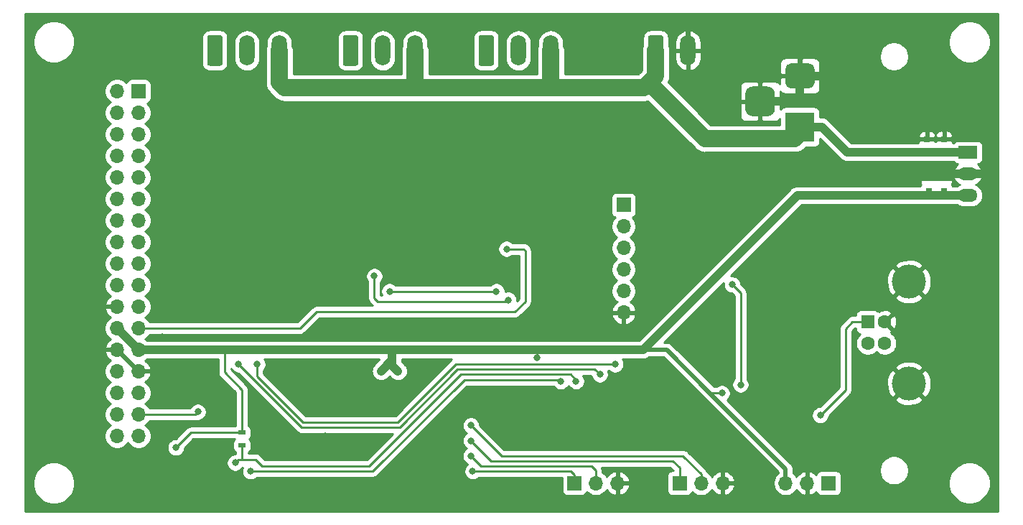
<source format=gbl>
G04 #@! TF.GenerationSoftware,KiCad,Pcbnew,(5.1.9)-1*
G04 #@! TF.CreationDate,2021-04-20T11:25:04+02:00*
G04 #@! TF.ProjectId,esp32-kaemmerlein-light-control,65737033-322d-46b6-9165-6d6d65726c65,rev?*
G04 #@! TF.SameCoordinates,Original*
G04 #@! TF.FileFunction,Copper,L2,Bot*
G04 #@! TF.FilePolarity,Positive*
%FSLAX46Y46*%
G04 Gerber Fmt 4.6, Leading zero omitted, Abs format (unit mm)*
G04 Created by KiCad (PCBNEW (5.1.9)-1) date 2021-04-20 11:25:04*
%MOMM*%
%LPD*%
G01*
G04 APERTURE LIST*
G04 #@! TA.AperFunction,ComponentPad*
%ADD10O,1.700000X1.700000*%
G04 #@! TD*
G04 #@! TA.AperFunction,ComponentPad*
%ADD11R,1.700000X1.700000*%
G04 #@! TD*
G04 #@! TA.AperFunction,ComponentPad*
%ADD12O,2.300000X1.500000*%
G04 #@! TD*
G04 #@! TA.AperFunction,ComponentPad*
%ADD13R,2.300000X1.500000*%
G04 #@! TD*
G04 #@! TA.AperFunction,SMDPad,CuDef*
%ADD14R,0.900000X0.500000*%
G04 #@! TD*
G04 #@! TA.AperFunction,ComponentPad*
%ADD15O,1.800000X3.600000*%
G04 #@! TD*
G04 #@! TA.AperFunction,ComponentPad*
%ADD16R,3.500000X3.500000*%
G04 #@! TD*
G04 #@! TA.AperFunction,ComponentPad*
%ADD17C,4.000000*%
G04 #@! TD*
G04 #@! TA.AperFunction,ComponentPad*
%ADD18C,1.600000*%
G04 #@! TD*
G04 #@! TA.AperFunction,ComponentPad*
%ADD19R,1.600000X1.600000*%
G04 #@! TD*
G04 #@! TA.AperFunction,SMDPad,CuDef*
%ADD20R,0.750000X0.800000*%
G04 #@! TD*
G04 #@! TA.AperFunction,ViaPad*
%ADD21C,0.800000*%
G04 #@! TD*
G04 #@! TA.AperFunction,Conductor*
%ADD22C,0.500000*%
G04 #@! TD*
G04 #@! TA.AperFunction,Conductor*
%ADD23C,1.000000*%
G04 #@! TD*
G04 #@! TA.AperFunction,Conductor*
%ADD24C,0.250000*%
G04 #@! TD*
G04 #@! TA.AperFunction,Conductor*
%ADD25C,2.000000*%
G04 #@! TD*
G04 #@! TA.AperFunction,Conductor*
%ADD26C,0.254000*%
G04 #@! TD*
G04 #@! TA.AperFunction,Conductor*
%ADD27C,0.100000*%
G04 #@! TD*
G04 APERTURE END LIST*
D10*
X113200000Y-125900000D03*
X113200000Y-123360000D03*
X113200000Y-120820000D03*
X113200000Y-118280000D03*
X113200000Y-115740000D03*
D11*
X113200000Y-113200000D03*
D12*
X153800000Y-112080000D03*
X153800000Y-109540000D03*
D13*
X153800000Y-107000000D03*
D14*
X68200000Y-140050000D03*
X68200000Y-141550000D03*
D15*
X104620000Y-95000000D03*
X100810000Y-95000000D03*
G04 #@! TA.AperFunction,ComponentPad*
G36*
G01*
X96100000Y-96550000D02*
X96100000Y-93450000D01*
G75*
G02*
X96350000Y-93200000I250000J0D01*
G01*
X97650000Y-93200000D01*
G75*
G02*
X97900000Y-93450000I0J-250000D01*
G01*
X97900000Y-96550000D01*
G75*
G02*
X97650000Y-96800000I-250000J0D01*
G01*
X96350000Y-96800000D01*
G75*
G02*
X96100000Y-96550000I0J250000D01*
G01*
G37*
G04 #@! TD.AperFunction*
X72620000Y-95000000D03*
X68810000Y-95000000D03*
G04 #@! TA.AperFunction,ComponentPad*
G36*
G01*
X64100000Y-96550000D02*
X64100000Y-93450000D01*
G75*
G02*
X64350000Y-93200000I250000J0D01*
G01*
X65650000Y-93200000D01*
G75*
G02*
X65900000Y-93450000I0J-250000D01*
G01*
X65900000Y-96550000D01*
G75*
G02*
X65650000Y-96800000I-250000J0D01*
G01*
X64350000Y-96800000D01*
G75*
G02*
X64100000Y-96550000I0J250000D01*
G01*
G37*
G04 #@! TD.AperFunction*
X88620000Y-95000000D03*
X84810000Y-95000000D03*
G04 #@! TA.AperFunction,ComponentPad*
G36*
G01*
X80100000Y-96550000D02*
X80100000Y-93450000D01*
G75*
G02*
X80350000Y-93200000I250000J0D01*
G01*
X81650000Y-93200000D01*
G75*
G02*
X81900000Y-93450000I0J-250000D01*
G01*
X81900000Y-96550000D01*
G75*
G02*
X81650000Y-96800000I-250000J0D01*
G01*
X80350000Y-96800000D01*
G75*
G02*
X80100000Y-96550000I0J250000D01*
G01*
G37*
G04 #@! TD.AperFunction*
D10*
X124880000Y-146000000D03*
X122340000Y-146000000D03*
D11*
X119800000Y-146000000D03*
D10*
X112480000Y-146000000D03*
X109940000Y-146000000D03*
D11*
X107400000Y-146000000D03*
G04 #@! TA.AperFunction,ComponentPad*
G36*
G01*
X128425000Y-99250000D02*
X130175000Y-99250000D01*
G75*
G02*
X131050000Y-100125000I0J-875000D01*
G01*
X131050000Y-101875000D01*
G75*
G02*
X130175000Y-102750000I-875000J0D01*
G01*
X128425000Y-102750000D01*
G75*
G02*
X127550000Y-101875000I0J875000D01*
G01*
X127550000Y-100125000D01*
G75*
G02*
X128425000Y-99250000I875000J0D01*
G01*
G37*
G04 #@! TD.AperFunction*
G04 #@! TA.AperFunction,ComponentPad*
G36*
G01*
X133000000Y-96500000D02*
X135000000Y-96500000D01*
G75*
G02*
X135750000Y-97250000I0J-750000D01*
G01*
X135750000Y-98750000D01*
G75*
G02*
X135000000Y-99500000I-750000J0D01*
G01*
X133000000Y-99500000D01*
G75*
G02*
X132250000Y-98750000I0J750000D01*
G01*
X132250000Y-97250000D01*
G75*
G02*
X133000000Y-96500000I750000J0D01*
G01*
G37*
G04 #@! TD.AperFunction*
D16*
X134000000Y-104000000D03*
D10*
X53460000Y-140440000D03*
X56000000Y-140440000D03*
X53460000Y-137900000D03*
X56000000Y-137900000D03*
X53460000Y-135360000D03*
X56000000Y-135360000D03*
X53460000Y-132820000D03*
X56000000Y-132820000D03*
X53460000Y-130280000D03*
X56000000Y-130280000D03*
X53460000Y-127740000D03*
X56000000Y-127740000D03*
X53460000Y-125200000D03*
X56000000Y-125200000D03*
X53460000Y-122660000D03*
X56000000Y-122660000D03*
X53460000Y-120120000D03*
X56000000Y-120120000D03*
X53460000Y-117580000D03*
X56000000Y-117580000D03*
X53460000Y-115040000D03*
X56000000Y-115040000D03*
X53460000Y-112500000D03*
X56000000Y-112500000D03*
X53460000Y-109960000D03*
X56000000Y-109960000D03*
X53460000Y-107420000D03*
X56000000Y-107420000D03*
X53460000Y-104880000D03*
X56000000Y-104880000D03*
X53460000Y-102340000D03*
X56000000Y-102340000D03*
X53460000Y-99800000D03*
D11*
X56000000Y-99800000D03*
D15*
X120810000Y-95000000D03*
G04 #@! TA.AperFunction,ComponentPad*
G36*
G01*
X116100000Y-96550000D02*
X116100000Y-93450000D01*
G75*
G02*
X116350000Y-93200000I250000J0D01*
G01*
X117650000Y-93200000D01*
G75*
G02*
X117900000Y-93450000I0J-250000D01*
G01*
X117900000Y-96550000D01*
G75*
G02*
X117650000Y-96800000I-250000J0D01*
G01*
X116350000Y-96800000D01*
G75*
G02*
X116100000Y-96550000I0J250000D01*
G01*
G37*
G04 #@! TD.AperFunction*
D10*
X132320000Y-146000000D03*
X134860000Y-146000000D03*
D11*
X137400000Y-146000000D03*
D17*
X146860000Y-122250000D03*
X146860000Y-134250000D03*
D18*
X144000000Y-127000000D03*
X144000000Y-129500000D03*
X142000000Y-129500000D03*
D19*
X142000000Y-127000000D03*
D20*
X151000000Y-110050000D03*
X151000000Y-111550000D03*
X149200000Y-110050000D03*
X149200000Y-111550000D03*
X151000000Y-105450000D03*
X151000000Y-106950000D03*
X149000000Y-105450000D03*
X149000000Y-106950000D03*
D21*
X85600000Y-128600000D03*
X104400000Y-128600000D03*
X64600000Y-126000000D03*
X70000000Y-126000000D03*
X81400000Y-128000000D03*
X84200000Y-127400000D03*
X81600000Y-136200000D03*
X82200000Y-132800000D03*
X76000000Y-132800000D03*
X77800000Y-147200000D03*
X82500000Y-147500000D03*
X87800000Y-144200000D03*
X100800000Y-141000000D03*
X98200000Y-137800000D03*
X98400000Y-127600000D03*
X101000000Y-127600000D03*
X59600000Y-110000000D03*
X70400000Y-110000000D03*
X80200000Y-115600000D03*
X86600000Y-121600000D03*
X95200000Y-120200000D03*
X90400000Y-115400000D03*
X90600000Y-108600000D03*
X83400000Y-108200000D03*
X63400000Y-102400000D03*
X76800000Y-94800000D03*
X92600000Y-94400000D03*
X108400000Y-94600000D03*
X98400000Y-113400000D03*
X100800000Y-109600000D03*
X94400000Y-109200000D03*
X82800000Y-104000000D03*
X106800000Y-104200000D03*
X112000000Y-104400000D03*
X100800000Y-104400000D03*
X89600000Y-104400000D03*
X106400000Y-111000000D03*
X105800000Y-120800000D03*
X105800000Y-115800000D03*
X98200000Y-135200000D03*
X98400000Y-140400000D03*
X101000000Y-139000000D03*
X114000000Y-137000000D03*
X116400000Y-137000000D03*
X127600000Y-142800000D03*
X127600000Y-146200000D03*
X115000000Y-146000000D03*
X101600000Y-146600000D03*
X128800000Y-136600000D03*
X125000000Y-132400000D03*
X132600000Y-134400000D03*
X137555000Y-134845000D03*
X139400000Y-137000000D03*
X130800000Y-124400000D03*
X125000000Y-124800000D03*
X121100000Y-122100000D03*
X123800000Y-119400000D03*
X134800000Y-113800000D03*
X135660000Y-109540000D03*
X141400000Y-113800000D03*
X142060000Y-109540000D03*
X144800000Y-104800000D03*
X140400000Y-104600000D03*
X125200000Y-102600000D03*
X121200000Y-107600000D03*
X113000000Y-94800000D03*
X95000000Y-104000000D03*
X66000000Y-109800000D03*
X53200000Y-143000000D03*
X63000000Y-144000000D03*
X70600000Y-148600000D03*
X75937202Y-148462798D03*
X85737202Y-148462798D03*
X92137202Y-148462798D03*
X65800000Y-135400000D03*
X78000000Y-142400000D03*
X78000000Y-140400000D03*
X69600000Y-135800000D03*
X67600000Y-126000000D03*
X58800000Y-128800000D03*
X58800000Y-125400000D03*
X58800000Y-119600000D03*
X60000000Y-99600000D03*
X55000000Y-97000000D03*
X51400000Y-101000000D03*
X51400000Y-106200000D03*
X51400000Y-111200000D03*
X51400000Y-116400000D03*
X51400000Y-121400000D03*
X51400000Y-126400000D03*
X51400000Y-131600000D03*
X51400000Y-136600000D03*
X65800000Y-141200000D03*
X70400000Y-140800000D03*
X61400000Y-136600000D03*
X67600000Y-100000000D03*
X149600000Y-102000000D03*
X153200000Y-102000000D03*
X150000000Y-114000000D03*
X134600000Y-143400000D03*
X138800000Y-140000000D03*
X108400000Y-128600000D03*
X84400000Y-136200000D03*
X77000000Y-128200000D03*
X75800000Y-125000000D03*
X126800000Y-110600000D03*
X61000000Y-95200000D03*
X62400000Y-113000000D03*
X79600000Y-122600000D03*
X84600000Y-132800000D03*
X86600000Y-132800000D03*
X124800000Y-135400000D03*
X60400000Y-141800000D03*
X103000000Y-131200000D03*
X136400000Y-138000000D03*
X95200000Y-141000000D03*
X95200000Y-139200000D03*
X95400000Y-144600000D03*
X95200000Y-142800000D03*
X67400000Y-143600000D03*
X107600000Y-134000000D03*
X127000000Y-134400000D03*
X126000000Y-122600000D03*
X69200000Y-144600000D03*
X105800000Y-134000000D03*
X70000000Y-132000000D03*
X112200000Y-132000000D03*
X85600000Y-123400000D03*
X98200000Y-123400000D03*
X63000000Y-137600000D03*
X83800000Y-121600000D03*
X99600000Y-124400000D03*
X99400000Y-118400000D03*
X67800000Y-132000000D03*
X110400000Y-133200000D03*
D22*
X56000000Y-132820000D02*
X53460000Y-130280000D01*
X53460000Y-130280000D02*
X52080000Y-130280000D01*
X52080000Y-130280000D02*
X51400000Y-129600000D01*
X51400000Y-129600000D02*
X51400000Y-126400000D01*
X51800000Y-125200000D02*
X53460000Y-125200000D01*
X51400000Y-125600000D02*
X51800000Y-125200000D01*
X134000000Y-93800000D02*
X134000000Y-98000000D01*
X131800000Y-91600000D02*
X134000000Y-93800000D01*
X58000000Y-97000000D02*
X63400000Y-91600000D01*
X52200000Y-97000000D02*
X55000000Y-97000000D01*
X51400000Y-97800000D02*
X52200000Y-97000000D01*
X51400000Y-125600000D02*
X51400000Y-121400000D01*
X129300000Y-91700000D02*
X129200000Y-91600000D01*
X129300000Y-101000000D02*
X129300000Y-91700000D01*
X129200000Y-91600000D02*
X131800000Y-91600000D01*
X120810000Y-91610000D02*
X120800000Y-91600000D01*
X120810000Y-95000000D02*
X120810000Y-91610000D01*
X120800000Y-91600000D02*
X129200000Y-91600000D01*
X63400000Y-91600000D02*
X120800000Y-91600000D01*
D23*
X153800000Y-109540000D02*
X156060000Y-109540000D01*
X156060000Y-109540000D02*
X156400000Y-109200000D01*
X156400000Y-109200000D02*
X156400000Y-104600000D01*
X156400000Y-104600000D02*
X153800000Y-102000000D01*
X138600000Y-98000000D02*
X134000000Y-98000000D01*
X142600000Y-102000000D02*
X138600000Y-98000000D01*
X129300000Y-101000000D02*
X133600000Y-101000000D01*
X134000000Y-100600000D02*
X134000000Y-98000000D01*
X133600000Y-101000000D02*
X134000000Y-100600000D01*
X133660000Y-109540000D02*
X123800000Y-119400000D01*
X149600000Y-102000000D02*
X142600000Y-102000000D01*
X153800000Y-102000000D02*
X153200000Y-102000000D01*
D24*
X149950000Y-105450000D02*
X149950000Y-102350000D01*
X149000000Y-105450000D02*
X149950000Y-105450000D01*
X149950000Y-102350000D02*
X149600000Y-102000000D01*
X149950000Y-105450000D02*
X151000000Y-105450000D01*
X149200000Y-110050000D02*
X149200000Y-109600000D01*
D23*
X149140000Y-109540000D02*
X142060000Y-109540000D01*
D24*
X149200000Y-109600000D02*
X149140000Y-109540000D01*
X151000000Y-109600000D02*
X151060000Y-109540000D01*
X151000000Y-110050000D02*
X151000000Y-109600000D01*
D23*
X151060000Y-109540000D02*
X149140000Y-109540000D01*
X153800000Y-109540000D02*
X151060000Y-109540000D01*
X104400000Y-128600000D02*
X85600000Y-128600000D01*
D24*
X112600000Y-128600000D02*
X112600000Y-128200000D01*
D23*
X114600000Y-128600000D02*
X112600000Y-128600000D01*
X112600000Y-128600000D02*
X108400000Y-128600000D01*
D24*
X113200000Y-127600000D02*
X113200000Y-125900000D01*
X112600000Y-128200000D02*
X113200000Y-127600000D01*
D23*
X121100000Y-122100000D02*
X114600000Y-128600000D01*
X123800000Y-119400000D02*
X121100000Y-122100000D01*
X135660000Y-109540000D02*
X133660000Y-109540000D01*
X142060000Y-109540000D02*
X135660000Y-109540000D01*
D22*
X55000000Y-97000000D02*
X58000000Y-97000000D01*
X51400000Y-101000000D02*
X51400000Y-97800000D01*
X51400000Y-106200000D02*
X51400000Y-101000000D01*
X51400000Y-111200000D02*
X51400000Y-106200000D01*
X51400000Y-116400000D02*
X51400000Y-111200000D01*
X51400000Y-121400000D02*
X51400000Y-116400000D01*
X51400000Y-126400000D02*
X51400000Y-125600000D01*
D23*
X149600000Y-102000000D02*
X149600000Y-102000000D01*
X153200000Y-102000000D02*
X149600000Y-102000000D01*
X108400000Y-128600000D02*
X104400000Y-128600000D01*
X56000000Y-130280000D02*
X53460000Y-127740000D01*
X115520000Y-130280000D02*
X133720000Y-112080000D01*
X85920000Y-131480000D02*
X84600000Y-132800000D01*
X85920000Y-130280000D02*
X85920000Y-131480000D01*
X85920000Y-132120000D02*
X86600000Y-132800000D01*
X85920000Y-131480000D02*
X85920000Y-132120000D01*
D22*
X132320000Y-146000000D02*
X132320000Y-144320000D01*
X118280000Y-130280000D02*
X115520000Y-130280000D01*
D24*
X123600000Y-135400000D02*
X123500000Y-135500000D01*
D22*
X123500000Y-135500000D02*
X118280000Y-130280000D01*
D24*
X124800000Y-135400000D02*
X123600000Y-135400000D01*
D22*
X132320000Y-144320000D02*
X123500000Y-135500000D01*
D24*
X68200000Y-140050000D02*
X68200000Y-135000000D01*
X66120000Y-132920000D02*
X66120000Y-130280000D01*
X68200000Y-135000000D02*
X66120000Y-132920000D01*
D23*
X66120000Y-130280000D02*
X85920000Y-130280000D01*
X56000000Y-130280000D02*
X66120000Y-130280000D01*
D24*
X62150000Y-140050000D02*
X68200000Y-140050000D01*
X60400000Y-141800000D02*
X62150000Y-140050000D01*
X151000000Y-111960000D02*
X151120000Y-112080000D01*
X151000000Y-111550000D02*
X151000000Y-111960000D01*
D23*
X151120000Y-112080000D02*
X153800000Y-112080000D01*
D24*
X149200000Y-111960000D02*
X149080000Y-112080000D01*
X149200000Y-111550000D02*
X149200000Y-111960000D01*
D23*
X149080000Y-112080000D02*
X151120000Y-112080000D01*
X133720000Y-112080000D02*
X149080000Y-112080000D01*
D24*
X103000000Y-130400000D02*
X103120000Y-130280000D01*
D23*
X103120000Y-130280000D02*
X115520000Y-130280000D01*
D24*
X103000000Y-131200000D02*
X103000000Y-130400000D01*
D23*
X85920000Y-130280000D02*
X103120000Y-130280000D01*
D24*
X136400000Y-138000000D02*
X139400000Y-135000000D01*
X139400000Y-135000000D02*
X139400000Y-127800000D01*
X140200000Y-127000000D02*
X142000000Y-127000000D01*
X139400000Y-127800000D02*
X140200000Y-127000000D01*
X119800000Y-144200000D02*
X119800000Y-146000000D01*
X97600000Y-143400000D02*
X119000000Y-143400000D01*
X119000000Y-143400000D02*
X119800000Y-144200000D01*
X95200000Y-141000000D02*
X97600000Y-143400000D01*
X122340000Y-144940000D02*
X122340000Y-146000000D01*
X120200000Y-142800000D02*
X122340000Y-144940000D01*
X98800000Y-142800000D02*
X120200000Y-142800000D01*
X95200000Y-139200000D02*
X98800000Y-142800000D01*
D25*
X117000000Y-95000000D02*
X117000000Y-98000000D01*
X72620000Y-98820000D02*
X72620000Y-95000000D01*
X73200000Y-99400000D02*
X72620000Y-98820000D01*
X88620000Y-98780000D02*
X88000000Y-99400000D01*
X88620000Y-95000000D02*
X88620000Y-98780000D01*
X88000000Y-99400000D02*
X73200000Y-99400000D01*
X104620000Y-98980000D02*
X104200000Y-99400000D01*
X104620000Y-95000000D02*
X104620000Y-98980000D01*
X104200000Y-99400000D02*
X88000000Y-99400000D01*
X115600000Y-99400000D02*
X104200000Y-99400000D01*
X134000000Y-104000000D02*
X134000000Y-104800000D01*
X134000000Y-104800000D02*
X133400000Y-105400000D01*
X122800000Y-105400000D02*
X116200000Y-98800000D01*
X133400000Y-105400000D02*
X122800000Y-105400000D01*
X116200000Y-98800000D02*
X115600000Y-99400000D01*
X117000000Y-98000000D02*
X116200000Y-98800000D01*
D23*
X153800000Y-107000000D02*
X139600000Y-107000000D01*
X136600000Y-104000000D02*
X134000000Y-104000000D01*
X139600000Y-107000000D02*
X136600000Y-104000000D01*
D24*
X107400000Y-146000000D02*
X107400000Y-145000000D01*
X107000000Y-144600000D02*
X95400000Y-144600000D01*
X107400000Y-145000000D02*
X107000000Y-144600000D01*
X109940000Y-144540000D02*
X109940000Y-146000000D01*
X109400000Y-144000000D02*
X109940000Y-144540000D01*
X96400000Y-144000000D02*
X109400000Y-144000000D01*
X95200000Y-142800000D02*
X96400000Y-144000000D01*
X67400000Y-143600000D02*
X67800000Y-143200000D01*
X69800000Y-143200000D02*
X70600000Y-144000000D01*
X70600000Y-144000000D02*
X83200000Y-144000000D01*
X83200000Y-144000000D02*
X94000000Y-133200000D01*
X94000000Y-133200000D02*
X100800000Y-133200000D01*
X68200000Y-141550000D02*
X68200000Y-143200000D01*
X68200000Y-143200000D02*
X69800000Y-143200000D01*
X67800000Y-143200000D02*
X68200000Y-143200000D01*
X100800000Y-133200000D02*
X101800000Y-133200000D01*
X101800000Y-133200000D02*
X107000000Y-133200000D01*
X107600000Y-133800000D02*
X107600000Y-134000000D01*
X107000000Y-133200000D02*
X107600000Y-133800000D01*
X127000000Y-123600000D02*
X126000000Y-122600000D01*
X127000000Y-134400000D02*
X127000000Y-123600000D01*
X69200000Y-144600000D02*
X79000000Y-144600000D01*
X79000000Y-144600000D02*
X83600000Y-144600000D01*
X83600000Y-144600000D02*
X94400000Y-133800000D01*
X94400000Y-133800000D02*
X101200000Y-133800000D01*
X105600000Y-133800000D02*
X105800000Y-134000000D01*
X101200000Y-133800000D02*
X105600000Y-133800000D01*
X93400000Y-132000000D02*
X101600000Y-132000000D01*
X86600000Y-138800000D02*
X93400000Y-132000000D01*
X75400000Y-138800000D02*
X86600000Y-138800000D01*
X70000000Y-133400000D02*
X75400000Y-138800000D01*
X70000000Y-132000000D02*
X70000000Y-133400000D01*
X101600000Y-132000000D02*
X112200000Y-132000000D01*
X85600000Y-123400000D02*
X98200000Y-123400000D01*
X62700000Y-137900000D02*
X63000000Y-137600000D01*
X56000000Y-137900000D02*
X62700000Y-137900000D01*
X83800000Y-121600000D02*
X83800000Y-124200000D01*
X83800000Y-124200000D02*
X84200000Y-124600000D01*
X99400000Y-124600000D02*
X99600000Y-124400000D01*
X84200000Y-124600000D02*
X99400000Y-124600000D01*
X56000000Y-127740000D02*
X75060000Y-127740000D01*
X75060000Y-127740000D02*
X77000000Y-125800000D01*
X77000000Y-125800000D02*
X100400000Y-125800000D01*
X100400000Y-125800000D02*
X101600000Y-124600000D01*
X101600000Y-124600000D02*
X101600000Y-118600000D01*
X101400000Y-118400000D02*
X99400000Y-118400000D01*
X101600000Y-118600000D02*
X101400000Y-118400000D01*
X67800000Y-132000000D02*
X75200000Y-139400000D01*
X75200000Y-139400000D02*
X86800000Y-139400000D01*
X86800000Y-139400000D02*
X93600000Y-132600000D01*
X93600000Y-132600000D02*
X97200000Y-132600000D01*
X97200000Y-132600000D02*
X101600000Y-132600000D01*
X101600000Y-132600000D02*
X108800000Y-132600000D01*
X109800000Y-132600000D02*
X110400000Y-133200000D01*
X108800000Y-132600000D02*
X109800000Y-132600000D01*
D26*
X157340001Y-149340000D02*
X42660000Y-149340000D01*
X42660000Y-145755249D01*
X43515000Y-145755249D01*
X43515000Y-146244751D01*
X43610497Y-146724848D01*
X43797821Y-147177089D01*
X44069774Y-147584095D01*
X44415905Y-147930226D01*
X44822911Y-148202179D01*
X45275152Y-148389503D01*
X45755249Y-148485000D01*
X46244751Y-148485000D01*
X46724848Y-148389503D01*
X47177089Y-148202179D01*
X47584095Y-147930226D01*
X47930226Y-147584095D01*
X48202179Y-147177089D01*
X48389503Y-146724848D01*
X48485000Y-146244751D01*
X48485000Y-145755249D01*
X48389503Y-145275152D01*
X48202179Y-144822911D01*
X47930226Y-144415905D01*
X47584095Y-144069774D01*
X47177089Y-143797821D01*
X46724848Y-143610497D01*
X46244751Y-143515000D01*
X45755249Y-143515000D01*
X45275152Y-143610497D01*
X44822911Y-143797821D01*
X44415905Y-144069774D01*
X44069774Y-144415905D01*
X43797821Y-144822911D01*
X43610497Y-145275152D01*
X43515000Y-145755249D01*
X42660000Y-145755249D01*
X42660000Y-99653740D01*
X51975000Y-99653740D01*
X51975000Y-99946260D01*
X52032068Y-100233158D01*
X52144010Y-100503411D01*
X52306525Y-100746632D01*
X52513368Y-100953475D01*
X52687760Y-101070000D01*
X52513368Y-101186525D01*
X52306525Y-101393368D01*
X52144010Y-101636589D01*
X52032068Y-101906842D01*
X51975000Y-102193740D01*
X51975000Y-102486260D01*
X52032068Y-102773158D01*
X52144010Y-103043411D01*
X52306525Y-103286632D01*
X52513368Y-103493475D01*
X52687760Y-103610000D01*
X52513368Y-103726525D01*
X52306525Y-103933368D01*
X52144010Y-104176589D01*
X52032068Y-104446842D01*
X51975000Y-104733740D01*
X51975000Y-105026260D01*
X52032068Y-105313158D01*
X52144010Y-105583411D01*
X52306525Y-105826632D01*
X52513368Y-106033475D01*
X52687760Y-106150000D01*
X52513368Y-106266525D01*
X52306525Y-106473368D01*
X52144010Y-106716589D01*
X52032068Y-106986842D01*
X51975000Y-107273740D01*
X51975000Y-107566260D01*
X52032068Y-107853158D01*
X52144010Y-108123411D01*
X52306525Y-108366632D01*
X52513368Y-108573475D01*
X52687760Y-108690000D01*
X52513368Y-108806525D01*
X52306525Y-109013368D01*
X52144010Y-109256589D01*
X52032068Y-109526842D01*
X51975000Y-109813740D01*
X51975000Y-110106260D01*
X52032068Y-110393158D01*
X52144010Y-110663411D01*
X52306525Y-110906632D01*
X52513368Y-111113475D01*
X52687760Y-111230000D01*
X52513368Y-111346525D01*
X52306525Y-111553368D01*
X52144010Y-111796589D01*
X52032068Y-112066842D01*
X51975000Y-112353740D01*
X51975000Y-112646260D01*
X52032068Y-112933158D01*
X52144010Y-113203411D01*
X52306525Y-113446632D01*
X52513368Y-113653475D01*
X52687760Y-113770000D01*
X52513368Y-113886525D01*
X52306525Y-114093368D01*
X52144010Y-114336589D01*
X52032068Y-114606842D01*
X51975000Y-114893740D01*
X51975000Y-115186260D01*
X52032068Y-115473158D01*
X52144010Y-115743411D01*
X52306525Y-115986632D01*
X52513368Y-116193475D01*
X52687760Y-116310000D01*
X52513368Y-116426525D01*
X52306525Y-116633368D01*
X52144010Y-116876589D01*
X52032068Y-117146842D01*
X51975000Y-117433740D01*
X51975000Y-117726260D01*
X52032068Y-118013158D01*
X52144010Y-118283411D01*
X52306525Y-118526632D01*
X52513368Y-118733475D01*
X52687760Y-118850000D01*
X52513368Y-118966525D01*
X52306525Y-119173368D01*
X52144010Y-119416589D01*
X52032068Y-119686842D01*
X51975000Y-119973740D01*
X51975000Y-120266260D01*
X52032068Y-120553158D01*
X52144010Y-120823411D01*
X52306525Y-121066632D01*
X52513368Y-121273475D01*
X52687760Y-121390000D01*
X52513368Y-121506525D01*
X52306525Y-121713368D01*
X52144010Y-121956589D01*
X52032068Y-122226842D01*
X51975000Y-122513740D01*
X51975000Y-122806260D01*
X52032068Y-123093158D01*
X52144010Y-123363411D01*
X52306525Y-123606632D01*
X52513368Y-123813475D01*
X52695534Y-123935195D01*
X52578645Y-124004822D01*
X52362412Y-124199731D01*
X52188359Y-124433080D01*
X52063175Y-124695901D01*
X52018524Y-124843110D01*
X52139845Y-125073000D01*
X53333000Y-125073000D01*
X53333000Y-125053000D01*
X53587000Y-125053000D01*
X53587000Y-125073000D01*
X53607000Y-125073000D01*
X53607000Y-125327000D01*
X53587000Y-125327000D01*
X53587000Y-125347000D01*
X53333000Y-125347000D01*
X53333000Y-125327000D01*
X52139845Y-125327000D01*
X52018524Y-125556890D01*
X52063175Y-125704099D01*
X52188359Y-125966920D01*
X52362412Y-126200269D01*
X52578645Y-126395178D01*
X52695534Y-126464805D01*
X52513368Y-126586525D01*
X52306525Y-126793368D01*
X52144010Y-127036589D01*
X52032068Y-127306842D01*
X51975000Y-127593740D01*
X51975000Y-127886260D01*
X52032068Y-128173158D01*
X52144010Y-128443411D01*
X52306525Y-128686632D01*
X52513368Y-128893475D01*
X52695534Y-129015195D01*
X52578645Y-129084822D01*
X52362412Y-129279731D01*
X52188359Y-129513080D01*
X52063175Y-129775901D01*
X52018524Y-129923110D01*
X52139845Y-130153000D01*
X53333000Y-130153000D01*
X53333000Y-130133000D01*
X53587000Y-130133000D01*
X53587000Y-130153000D01*
X53607000Y-130153000D01*
X53607000Y-130407000D01*
X53587000Y-130407000D01*
X53587000Y-130427000D01*
X53333000Y-130427000D01*
X53333000Y-130407000D01*
X52139845Y-130407000D01*
X52018524Y-130636890D01*
X52063175Y-130784099D01*
X52188359Y-131046920D01*
X52362412Y-131280269D01*
X52578645Y-131475178D01*
X52695534Y-131544805D01*
X52513368Y-131666525D01*
X52306525Y-131873368D01*
X52144010Y-132116589D01*
X52032068Y-132386842D01*
X51975000Y-132673740D01*
X51975000Y-132966260D01*
X52032068Y-133253158D01*
X52144010Y-133523411D01*
X52306525Y-133766632D01*
X52513368Y-133973475D01*
X52687760Y-134090000D01*
X52513368Y-134206525D01*
X52306525Y-134413368D01*
X52144010Y-134656589D01*
X52032068Y-134926842D01*
X51975000Y-135213740D01*
X51975000Y-135506260D01*
X52032068Y-135793158D01*
X52144010Y-136063411D01*
X52306525Y-136306632D01*
X52513368Y-136513475D01*
X52687760Y-136630000D01*
X52513368Y-136746525D01*
X52306525Y-136953368D01*
X52144010Y-137196589D01*
X52032068Y-137466842D01*
X51975000Y-137753740D01*
X51975000Y-138046260D01*
X52032068Y-138333158D01*
X52144010Y-138603411D01*
X52306525Y-138846632D01*
X52513368Y-139053475D01*
X52687760Y-139170000D01*
X52513368Y-139286525D01*
X52306525Y-139493368D01*
X52144010Y-139736589D01*
X52032068Y-140006842D01*
X51975000Y-140293740D01*
X51975000Y-140586260D01*
X52032068Y-140873158D01*
X52144010Y-141143411D01*
X52306525Y-141386632D01*
X52513368Y-141593475D01*
X52756589Y-141755990D01*
X53026842Y-141867932D01*
X53313740Y-141925000D01*
X53606260Y-141925000D01*
X53893158Y-141867932D01*
X54163411Y-141755990D01*
X54406632Y-141593475D01*
X54613475Y-141386632D01*
X54730000Y-141212240D01*
X54846525Y-141386632D01*
X55053368Y-141593475D01*
X55296589Y-141755990D01*
X55566842Y-141867932D01*
X55853740Y-141925000D01*
X56146260Y-141925000D01*
X56433158Y-141867932D01*
X56703411Y-141755990D01*
X56946632Y-141593475D01*
X57153475Y-141386632D01*
X57315990Y-141143411D01*
X57427932Y-140873158D01*
X57485000Y-140586260D01*
X57485000Y-140293740D01*
X57427932Y-140006842D01*
X57315990Y-139736589D01*
X57153475Y-139493368D01*
X56946632Y-139286525D01*
X56772240Y-139170000D01*
X56946632Y-139053475D01*
X57153475Y-138846632D01*
X57278178Y-138660000D01*
X62662678Y-138660000D01*
X62700000Y-138663676D01*
X62737322Y-138660000D01*
X62737333Y-138660000D01*
X62848986Y-138649003D01*
X62896302Y-138634650D01*
X62898061Y-138635000D01*
X63101939Y-138635000D01*
X63301898Y-138595226D01*
X63490256Y-138517205D01*
X63659774Y-138403937D01*
X63803937Y-138259774D01*
X63917205Y-138090256D01*
X63995226Y-137901898D01*
X64035000Y-137701939D01*
X64035000Y-137498061D01*
X63995226Y-137298102D01*
X63917205Y-137109744D01*
X63803937Y-136940226D01*
X63659774Y-136796063D01*
X63490256Y-136682795D01*
X63301898Y-136604774D01*
X63101939Y-136565000D01*
X62898061Y-136565000D01*
X62698102Y-136604774D01*
X62509744Y-136682795D01*
X62340226Y-136796063D01*
X62196063Y-136940226D01*
X62082795Y-137109744D01*
X62070262Y-137140000D01*
X57278178Y-137140000D01*
X57153475Y-136953368D01*
X56946632Y-136746525D01*
X56772240Y-136630000D01*
X56946632Y-136513475D01*
X57153475Y-136306632D01*
X57315990Y-136063411D01*
X57427932Y-135793158D01*
X57485000Y-135506260D01*
X57485000Y-135213740D01*
X57427932Y-134926842D01*
X57315990Y-134656589D01*
X57153475Y-134413368D01*
X56946632Y-134206525D01*
X56764466Y-134084805D01*
X56881355Y-134015178D01*
X57097588Y-133820269D01*
X57271641Y-133586920D01*
X57396825Y-133324099D01*
X57441476Y-133176890D01*
X57320155Y-132947000D01*
X56127000Y-132947000D01*
X56127000Y-132967000D01*
X55873000Y-132967000D01*
X55873000Y-132947000D01*
X55853000Y-132947000D01*
X55853000Y-132693000D01*
X55873000Y-132693000D01*
X55873000Y-132673000D01*
X56127000Y-132673000D01*
X56127000Y-132693000D01*
X57320155Y-132693000D01*
X57441476Y-132463110D01*
X57396825Y-132315901D01*
X57271641Y-132053080D01*
X57097588Y-131819731D01*
X56881355Y-131624822D01*
X56764466Y-131555195D01*
X56946632Y-131433475D01*
X56965107Y-131415000D01*
X65360001Y-131415000D01*
X65360000Y-132882677D01*
X65356324Y-132920000D01*
X65360000Y-132957322D01*
X65360000Y-132957332D01*
X65370997Y-133068985D01*
X65400131Y-133165027D01*
X65414454Y-133212246D01*
X65485026Y-133344276D01*
X65497931Y-133360000D01*
X65579999Y-133460001D01*
X65609003Y-133483804D01*
X67440001Y-135314803D01*
X67440000Y-139245680D01*
X67395506Y-139269463D01*
X67370482Y-139290000D01*
X62187325Y-139290000D01*
X62150000Y-139286324D01*
X62112675Y-139290000D01*
X62112667Y-139290000D01*
X62001014Y-139300997D01*
X61857753Y-139344454D01*
X61725724Y-139415026D01*
X61609999Y-139509999D01*
X61586201Y-139538997D01*
X60360199Y-140765000D01*
X60298061Y-140765000D01*
X60098102Y-140804774D01*
X59909744Y-140882795D01*
X59740226Y-140996063D01*
X59596063Y-141140226D01*
X59482795Y-141309744D01*
X59404774Y-141498102D01*
X59365000Y-141698061D01*
X59365000Y-141901939D01*
X59404774Y-142101898D01*
X59482795Y-142290256D01*
X59596063Y-142459774D01*
X59740226Y-142603937D01*
X59909744Y-142717205D01*
X60098102Y-142795226D01*
X60298061Y-142835000D01*
X60501939Y-142835000D01*
X60701898Y-142795226D01*
X60890256Y-142717205D01*
X61059774Y-142603937D01*
X61203937Y-142459774D01*
X61317205Y-142290256D01*
X61395226Y-142101898D01*
X61435000Y-141901939D01*
X61435000Y-141839801D01*
X62464802Y-140810000D01*
X67346111Y-140810000D01*
X67298815Y-140848815D01*
X67219463Y-140945506D01*
X67160498Y-141055820D01*
X67124188Y-141175518D01*
X67111928Y-141300000D01*
X67111928Y-141800000D01*
X67124188Y-141924482D01*
X67160498Y-142044180D01*
X67219463Y-142154494D01*
X67298815Y-142251185D01*
X67395506Y-142330537D01*
X67440000Y-142354320D01*
X67440001Y-142530669D01*
X67375773Y-142565000D01*
X67298061Y-142565000D01*
X67098102Y-142604774D01*
X66909744Y-142682795D01*
X66740226Y-142796063D01*
X66596063Y-142940226D01*
X66482795Y-143109744D01*
X66404774Y-143298102D01*
X66365000Y-143498061D01*
X66365000Y-143701939D01*
X66404774Y-143901898D01*
X66482795Y-144090256D01*
X66596063Y-144259774D01*
X66740226Y-144403937D01*
X66909744Y-144517205D01*
X67098102Y-144595226D01*
X67298061Y-144635000D01*
X67501939Y-144635000D01*
X67701898Y-144595226D01*
X67890256Y-144517205D01*
X68059774Y-144403937D01*
X68203937Y-144259774D01*
X68247910Y-144193964D01*
X68204774Y-144298102D01*
X68165000Y-144498061D01*
X68165000Y-144701939D01*
X68204774Y-144901898D01*
X68282795Y-145090256D01*
X68396063Y-145259774D01*
X68540226Y-145403937D01*
X68709744Y-145517205D01*
X68898102Y-145595226D01*
X69098061Y-145635000D01*
X69301939Y-145635000D01*
X69501898Y-145595226D01*
X69690256Y-145517205D01*
X69859774Y-145403937D01*
X69903711Y-145360000D01*
X83562678Y-145360000D01*
X83600000Y-145363676D01*
X83637322Y-145360000D01*
X83637333Y-145360000D01*
X83748986Y-145349003D01*
X83892247Y-145305546D01*
X84024276Y-145234974D01*
X84140001Y-145140001D01*
X84163804Y-145110997D01*
X90176741Y-139098061D01*
X94165000Y-139098061D01*
X94165000Y-139301939D01*
X94204774Y-139501898D01*
X94282795Y-139690256D01*
X94396063Y-139859774D01*
X94540226Y-140003937D01*
X94683995Y-140100000D01*
X94540226Y-140196063D01*
X94396063Y-140340226D01*
X94282795Y-140509744D01*
X94204774Y-140698102D01*
X94165000Y-140898061D01*
X94165000Y-141101939D01*
X94204774Y-141301898D01*
X94282795Y-141490256D01*
X94396063Y-141659774D01*
X94540226Y-141803937D01*
X94683995Y-141900000D01*
X94540226Y-141996063D01*
X94396063Y-142140226D01*
X94282795Y-142309744D01*
X94204774Y-142498102D01*
X94165000Y-142698061D01*
X94165000Y-142901939D01*
X94204774Y-143101898D01*
X94282795Y-143290256D01*
X94396063Y-143459774D01*
X94540226Y-143603937D01*
X94709744Y-143717205D01*
X94801416Y-143755177D01*
X94740226Y-143796063D01*
X94596063Y-143940226D01*
X94482795Y-144109744D01*
X94404774Y-144298102D01*
X94365000Y-144498061D01*
X94365000Y-144701939D01*
X94404774Y-144901898D01*
X94482795Y-145090256D01*
X94596063Y-145259774D01*
X94740226Y-145403937D01*
X94909744Y-145517205D01*
X95098102Y-145595226D01*
X95298061Y-145635000D01*
X95501939Y-145635000D01*
X95701898Y-145595226D01*
X95890256Y-145517205D01*
X96059774Y-145403937D01*
X96103711Y-145360000D01*
X105911928Y-145360000D01*
X105911928Y-146850000D01*
X105924188Y-146974482D01*
X105960498Y-147094180D01*
X106019463Y-147204494D01*
X106098815Y-147301185D01*
X106195506Y-147380537D01*
X106305820Y-147439502D01*
X106425518Y-147475812D01*
X106550000Y-147488072D01*
X108250000Y-147488072D01*
X108374482Y-147475812D01*
X108494180Y-147439502D01*
X108604494Y-147380537D01*
X108701185Y-147301185D01*
X108780537Y-147204494D01*
X108839502Y-147094180D01*
X108861513Y-147021620D01*
X108993368Y-147153475D01*
X109236589Y-147315990D01*
X109506842Y-147427932D01*
X109793740Y-147485000D01*
X110086260Y-147485000D01*
X110373158Y-147427932D01*
X110643411Y-147315990D01*
X110886632Y-147153475D01*
X111093475Y-146946632D01*
X111215195Y-146764466D01*
X111284822Y-146881355D01*
X111479731Y-147097588D01*
X111713080Y-147271641D01*
X111975901Y-147396825D01*
X112123110Y-147441476D01*
X112353000Y-147320155D01*
X112353000Y-146127000D01*
X112607000Y-146127000D01*
X112607000Y-147320155D01*
X112836890Y-147441476D01*
X112984099Y-147396825D01*
X113246920Y-147271641D01*
X113480269Y-147097588D01*
X113675178Y-146881355D01*
X113824157Y-146631252D01*
X113921481Y-146356891D01*
X113800814Y-146127000D01*
X112607000Y-146127000D01*
X112353000Y-146127000D01*
X112333000Y-146127000D01*
X112333000Y-145873000D01*
X112353000Y-145873000D01*
X112353000Y-144679845D01*
X112607000Y-144679845D01*
X112607000Y-145873000D01*
X113800814Y-145873000D01*
X113921481Y-145643109D01*
X113824157Y-145368748D01*
X113675178Y-145118645D01*
X113480269Y-144902412D01*
X113246920Y-144728359D01*
X112984099Y-144603175D01*
X112836890Y-144558524D01*
X112607000Y-144679845D01*
X112353000Y-144679845D01*
X112123110Y-144558524D01*
X111975901Y-144603175D01*
X111713080Y-144728359D01*
X111479731Y-144902412D01*
X111284822Y-145118645D01*
X111215195Y-145235534D01*
X111093475Y-145053368D01*
X110886632Y-144846525D01*
X110700000Y-144721822D01*
X110700000Y-144577322D01*
X110703676Y-144539999D01*
X110700000Y-144502676D01*
X110700000Y-144502667D01*
X110689003Y-144391014D01*
X110645546Y-144247753D01*
X110598640Y-144160000D01*
X118685199Y-144160000D01*
X119037126Y-144511928D01*
X118950000Y-144511928D01*
X118825518Y-144524188D01*
X118705820Y-144560498D01*
X118595506Y-144619463D01*
X118498815Y-144698815D01*
X118419463Y-144795506D01*
X118360498Y-144905820D01*
X118324188Y-145025518D01*
X118311928Y-145150000D01*
X118311928Y-146850000D01*
X118324188Y-146974482D01*
X118360498Y-147094180D01*
X118419463Y-147204494D01*
X118498815Y-147301185D01*
X118595506Y-147380537D01*
X118705820Y-147439502D01*
X118825518Y-147475812D01*
X118950000Y-147488072D01*
X120650000Y-147488072D01*
X120774482Y-147475812D01*
X120894180Y-147439502D01*
X121004494Y-147380537D01*
X121101185Y-147301185D01*
X121180537Y-147204494D01*
X121239502Y-147094180D01*
X121261513Y-147021620D01*
X121393368Y-147153475D01*
X121636589Y-147315990D01*
X121906842Y-147427932D01*
X122193740Y-147485000D01*
X122486260Y-147485000D01*
X122773158Y-147427932D01*
X123043411Y-147315990D01*
X123286632Y-147153475D01*
X123493475Y-146946632D01*
X123615195Y-146764466D01*
X123684822Y-146881355D01*
X123879731Y-147097588D01*
X124113080Y-147271641D01*
X124375901Y-147396825D01*
X124523110Y-147441476D01*
X124753000Y-147320155D01*
X124753000Y-146127000D01*
X125007000Y-146127000D01*
X125007000Y-147320155D01*
X125236890Y-147441476D01*
X125384099Y-147396825D01*
X125646920Y-147271641D01*
X125880269Y-147097588D01*
X126075178Y-146881355D01*
X126224157Y-146631252D01*
X126321481Y-146356891D01*
X126200814Y-146127000D01*
X125007000Y-146127000D01*
X124753000Y-146127000D01*
X124733000Y-146127000D01*
X124733000Y-145873000D01*
X124753000Y-145873000D01*
X124753000Y-144679845D01*
X125007000Y-144679845D01*
X125007000Y-145873000D01*
X126200814Y-145873000D01*
X126321481Y-145643109D01*
X126224157Y-145368748D01*
X126075178Y-145118645D01*
X125880269Y-144902412D01*
X125646920Y-144728359D01*
X125384099Y-144603175D01*
X125236890Y-144558524D01*
X125007000Y-144679845D01*
X124753000Y-144679845D01*
X124523110Y-144558524D01*
X124375901Y-144603175D01*
X124113080Y-144728359D01*
X123879731Y-144902412D01*
X123684822Y-145118645D01*
X123615195Y-145235534D01*
X123493475Y-145053368D01*
X123286632Y-144846525D01*
X123059883Y-144695016D01*
X123045546Y-144647753D01*
X123032997Y-144624276D01*
X122974974Y-144515723D01*
X122903799Y-144428997D01*
X122880001Y-144399999D01*
X122851004Y-144376202D01*
X120763804Y-142289003D01*
X120740001Y-142259999D01*
X120624276Y-142165026D01*
X120492247Y-142094454D01*
X120348986Y-142050997D01*
X120237333Y-142040000D01*
X120237322Y-142040000D01*
X120200000Y-142036324D01*
X120162678Y-142040000D01*
X99114802Y-142040000D01*
X96235000Y-139160199D01*
X96235000Y-139098061D01*
X96195226Y-138898102D01*
X96117205Y-138709744D01*
X96003937Y-138540226D01*
X95859774Y-138396063D01*
X95690256Y-138282795D01*
X95501898Y-138204774D01*
X95301939Y-138165000D01*
X95098061Y-138165000D01*
X94898102Y-138204774D01*
X94709744Y-138282795D01*
X94540226Y-138396063D01*
X94396063Y-138540226D01*
X94282795Y-138709744D01*
X94204774Y-138898102D01*
X94165000Y-139098061D01*
X90176741Y-139098061D01*
X94714803Y-134560000D01*
X104929396Y-134560000D01*
X104996063Y-134659774D01*
X105140226Y-134803937D01*
X105309744Y-134917205D01*
X105498102Y-134995226D01*
X105698061Y-135035000D01*
X105901939Y-135035000D01*
X106101898Y-134995226D01*
X106290256Y-134917205D01*
X106459774Y-134803937D01*
X106603937Y-134659774D01*
X106700000Y-134516005D01*
X106796063Y-134659774D01*
X106940226Y-134803937D01*
X107109744Y-134917205D01*
X107298102Y-134995226D01*
X107498061Y-135035000D01*
X107701939Y-135035000D01*
X107901898Y-134995226D01*
X108090256Y-134917205D01*
X108259774Y-134803937D01*
X108403937Y-134659774D01*
X108517205Y-134490256D01*
X108595226Y-134301898D01*
X108635000Y-134101939D01*
X108635000Y-133898061D01*
X108595226Y-133698102D01*
X108517205Y-133509744D01*
X108417150Y-133360000D01*
X109376549Y-133360000D01*
X109404774Y-133501898D01*
X109482795Y-133690256D01*
X109596063Y-133859774D01*
X109740226Y-134003937D01*
X109909744Y-134117205D01*
X110098102Y-134195226D01*
X110298061Y-134235000D01*
X110501939Y-134235000D01*
X110701898Y-134195226D01*
X110890256Y-134117205D01*
X111059774Y-134003937D01*
X111203937Y-133859774D01*
X111317205Y-133690256D01*
X111395226Y-133501898D01*
X111435000Y-133301939D01*
X111435000Y-133098061D01*
X111395226Y-132898102D01*
X111338022Y-132760000D01*
X111496289Y-132760000D01*
X111540226Y-132803937D01*
X111709744Y-132917205D01*
X111898102Y-132995226D01*
X112098061Y-133035000D01*
X112301939Y-133035000D01*
X112501898Y-132995226D01*
X112690256Y-132917205D01*
X112859774Y-132803937D01*
X113003937Y-132659774D01*
X113117205Y-132490256D01*
X113195226Y-132301898D01*
X113235000Y-132101939D01*
X113235000Y-131898061D01*
X113195226Y-131698102D01*
X113117205Y-131509744D01*
X113053899Y-131415000D01*
X115464249Y-131415000D01*
X115520000Y-131420491D01*
X115575751Y-131415000D01*
X115575752Y-131415000D01*
X115742499Y-131398577D01*
X115956447Y-131333676D01*
X116153623Y-131228284D01*
X116230735Y-131165000D01*
X117913422Y-131165000D01*
X122904953Y-136156532D01*
X122904959Y-136156537D01*
X131435001Y-144686580D01*
X131435001Y-144805343D01*
X131373368Y-144846525D01*
X131166525Y-145053368D01*
X131004010Y-145296589D01*
X130892068Y-145566842D01*
X130835000Y-145853740D01*
X130835000Y-146146260D01*
X130892068Y-146433158D01*
X131004010Y-146703411D01*
X131166525Y-146946632D01*
X131373368Y-147153475D01*
X131616589Y-147315990D01*
X131886842Y-147427932D01*
X132173740Y-147485000D01*
X132466260Y-147485000D01*
X132753158Y-147427932D01*
X133023411Y-147315990D01*
X133266632Y-147153475D01*
X133473475Y-146946632D01*
X133595195Y-146764466D01*
X133664822Y-146881355D01*
X133859731Y-147097588D01*
X134093080Y-147271641D01*
X134355901Y-147396825D01*
X134503110Y-147441476D01*
X134733000Y-147320155D01*
X134733000Y-146127000D01*
X134713000Y-146127000D01*
X134713000Y-145873000D01*
X134733000Y-145873000D01*
X134733000Y-144679845D01*
X134987000Y-144679845D01*
X134987000Y-145873000D01*
X135007000Y-145873000D01*
X135007000Y-146127000D01*
X134987000Y-146127000D01*
X134987000Y-147320155D01*
X135216890Y-147441476D01*
X135364099Y-147396825D01*
X135626920Y-147271641D01*
X135860269Y-147097588D01*
X135936034Y-147013534D01*
X135960498Y-147094180D01*
X136019463Y-147204494D01*
X136098815Y-147301185D01*
X136195506Y-147380537D01*
X136305820Y-147439502D01*
X136425518Y-147475812D01*
X136550000Y-147488072D01*
X138250000Y-147488072D01*
X138374482Y-147475812D01*
X138494180Y-147439502D01*
X138604494Y-147380537D01*
X138701185Y-147301185D01*
X138780537Y-147204494D01*
X138839502Y-147094180D01*
X138875812Y-146974482D01*
X138888072Y-146850000D01*
X138888072Y-145150000D01*
X138875812Y-145025518D01*
X138839502Y-144905820D01*
X138780537Y-144795506D01*
X138701185Y-144698815D01*
X138604494Y-144619463D01*
X138494180Y-144560498D01*
X138374482Y-144524188D01*
X138250000Y-144511928D01*
X136550000Y-144511928D01*
X136425518Y-144524188D01*
X136305820Y-144560498D01*
X136195506Y-144619463D01*
X136098815Y-144698815D01*
X136019463Y-144795506D01*
X135960498Y-144905820D01*
X135936034Y-144986466D01*
X135860269Y-144902412D01*
X135626920Y-144728359D01*
X135364099Y-144603175D01*
X135216890Y-144558524D01*
X134987000Y-144679845D01*
X134733000Y-144679845D01*
X134503110Y-144558524D01*
X134355901Y-144603175D01*
X134093080Y-144728359D01*
X133859731Y-144902412D01*
X133664822Y-145118645D01*
X133595195Y-145235534D01*
X133473475Y-145053368D01*
X133266632Y-144846525D01*
X133205000Y-144805344D01*
X133205000Y-144363469D01*
X133208383Y-144329117D01*
X143365000Y-144329117D01*
X143365000Y-144670883D01*
X143431675Y-145006081D01*
X143562463Y-145321831D01*
X143752337Y-145605998D01*
X143994002Y-145847663D01*
X144278169Y-146037537D01*
X144593919Y-146168325D01*
X144929117Y-146235000D01*
X145270883Y-146235000D01*
X145606081Y-146168325D01*
X145921831Y-146037537D01*
X146205998Y-145847663D01*
X146298412Y-145755249D01*
X151515000Y-145755249D01*
X151515000Y-146244751D01*
X151610497Y-146724848D01*
X151797821Y-147177089D01*
X152069774Y-147584095D01*
X152415905Y-147930226D01*
X152822911Y-148202179D01*
X153275152Y-148389503D01*
X153755249Y-148485000D01*
X154244751Y-148485000D01*
X154724848Y-148389503D01*
X155177089Y-148202179D01*
X155584095Y-147930226D01*
X155930226Y-147584095D01*
X156202179Y-147177089D01*
X156389503Y-146724848D01*
X156485000Y-146244751D01*
X156485000Y-145755249D01*
X156389503Y-145275152D01*
X156202179Y-144822911D01*
X155930226Y-144415905D01*
X155584095Y-144069774D01*
X155177089Y-143797821D01*
X154724848Y-143610497D01*
X154244751Y-143515000D01*
X153755249Y-143515000D01*
X153275152Y-143610497D01*
X152822911Y-143797821D01*
X152415905Y-144069774D01*
X152069774Y-144415905D01*
X151797821Y-144822911D01*
X151610497Y-145275152D01*
X151515000Y-145755249D01*
X146298412Y-145755249D01*
X146447663Y-145605998D01*
X146637537Y-145321831D01*
X146768325Y-145006081D01*
X146835000Y-144670883D01*
X146835000Y-144329117D01*
X146768325Y-143993919D01*
X146637537Y-143678169D01*
X146447663Y-143394002D01*
X146205998Y-143152337D01*
X145921831Y-142962463D01*
X145606081Y-142831675D01*
X145270883Y-142765000D01*
X144929117Y-142765000D01*
X144593919Y-142831675D01*
X144278169Y-142962463D01*
X143994002Y-143152337D01*
X143752337Y-143394002D01*
X143562463Y-143678169D01*
X143431675Y-143993919D01*
X143365000Y-144329117D01*
X133208383Y-144329117D01*
X133209281Y-144320000D01*
X133205000Y-144276531D01*
X133205000Y-144276523D01*
X133192195Y-144146510D01*
X133165952Y-144059999D01*
X133141589Y-143979686D01*
X133059411Y-143825941D01*
X132976532Y-143724953D01*
X132976530Y-143724951D01*
X132948817Y-143691183D01*
X132915049Y-143663470D01*
X127149640Y-137898061D01*
X135365000Y-137898061D01*
X135365000Y-138101939D01*
X135404774Y-138301898D01*
X135482795Y-138490256D01*
X135596063Y-138659774D01*
X135740226Y-138803937D01*
X135909744Y-138917205D01*
X136098102Y-138995226D01*
X136298061Y-139035000D01*
X136501939Y-139035000D01*
X136701898Y-138995226D01*
X136890256Y-138917205D01*
X137059774Y-138803937D01*
X137203937Y-138659774D01*
X137317205Y-138490256D01*
X137395226Y-138301898D01*
X137435000Y-138101939D01*
X137435000Y-138039801D01*
X139377302Y-136097499D01*
X145192106Y-136097499D01*
X145408228Y-136464258D01*
X145868105Y-136704938D01*
X146366098Y-136851275D01*
X146883071Y-136897648D01*
X147399159Y-136842273D01*
X147894526Y-136687279D01*
X148311772Y-136464258D01*
X148527894Y-136097499D01*
X146860000Y-134429605D01*
X145192106Y-136097499D01*
X139377302Y-136097499D01*
X139911004Y-135563798D01*
X139940001Y-135540001D01*
X140034974Y-135424276D01*
X140105546Y-135292247D01*
X140149003Y-135148986D01*
X140160000Y-135037333D01*
X140160000Y-135037325D01*
X140163676Y-135000000D01*
X140160000Y-134962675D01*
X140160000Y-134273071D01*
X144212352Y-134273071D01*
X144267727Y-134789159D01*
X144422721Y-135284526D01*
X144645742Y-135701772D01*
X145012501Y-135917894D01*
X146680395Y-134250000D01*
X147039605Y-134250000D01*
X148707499Y-135917894D01*
X149074258Y-135701772D01*
X149314938Y-135241895D01*
X149461275Y-134743902D01*
X149507648Y-134226929D01*
X149452273Y-133710841D01*
X149297279Y-133215474D01*
X149074258Y-132798228D01*
X148707499Y-132582106D01*
X147039605Y-134250000D01*
X146680395Y-134250000D01*
X145012501Y-132582106D01*
X144645742Y-132798228D01*
X144405062Y-133258105D01*
X144258725Y-133756098D01*
X144212352Y-134273071D01*
X140160000Y-134273071D01*
X140160000Y-132402501D01*
X145192106Y-132402501D01*
X146860000Y-134070395D01*
X148527894Y-132402501D01*
X148311772Y-132035742D01*
X147851895Y-131795062D01*
X147353902Y-131648725D01*
X146836929Y-131602352D01*
X146320841Y-131657727D01*
X145825474Y-131812721D01*
X145408228Y-132035742D01*
X145192106Y-132402501D01*
X140160000Y-132402501D01*
X140160000Y-128114801D01*
X140514802Y-127760000D01*
X140561928Y-127760000D01*
X140561928Y-127800000D01*
X140574188Y-127924482D01*
X140610498Y-128044180D01*
X140669463Y-128154494D01*
X140748815Y-128251185D01*
X140845506Y-128330537D01*
X140955820Y-128389502D01*
X141051943Y-128418661D01*
X140885363Y-128585241D01*
X140728320Y-128820273D01*
X140620147Y-129081426D01*
X140565000Y-129358665D01*
X140565000Y-129641335D01*
X140620147Y-129918574D01*
X140728320Y-130179727D01*
X140885363Y-130414759D01*
X141085241Y-130614637D01*
X141320273Y-130771680D01*
X141581426Y-130879853D01*
X141858665Y-130935000D01*
X142141335Y-130935000D01*
X142418574Y-130879853D01*
X142679727Y-130771680D01*
X142914759Y-130614637D01*
X143000000Y-130529396D01*
X143085241Y-130614637D01*
X143320273Y-130771680D01*
X143581426Y-130879853D01*
X143858665Y-130935000D01*
X144141335Y-130935000D01*
X144418574Y-130879853D01*
X144679727Y-130771680D01*
X144914759Y-130614637D01*
X145114637Y-130414759D01*
X145271680Y-130179727D01*
X145379853Y-129918574D01*
X145435000Y-129641335D01*
X145435000Y-129358665D01*
X145379853Y-129081426D01*
X145271680Y-128820273D01*
X145114637Y-128585241D01*
X144914759Y-128385363D01*
X144714131Y-128251308D01*
X144741514Y-128236671D01*
X144813097Y-127992702D01*
X144000000Y-127179605D01*
X143985858Y-127193748D01*
X143806253Y-127014143D01*
X143820395Y-127000000D01*
X144179605Y-127000000D01*
X144992702Y-127813097D01*
X145236671Y-127741514D01*
X145357571Y-127486004D01*
X145426300Y-127211816D01*
X145440217Y-126929488D01*
X145398787Y-126649870D01*
X145303603Y-126383708D01*
X145236671Y-126258486D01*
X144992702Y-126186903D01*
X144179605Y-127000000D01*
X143820395Y-127000000D01*
X143806253Y-126985858D01*
X143985858Y-126806253D01*
X144000000Y-126820395D01*
X144813097Y-126007298D01*
X144741514Y-125763329D01*
X144486004Y-125642429D01*
X144211816Y-125573700D01*
X143929488Y-125559783D01*
X143649870Y-125601213D01*
X143383708Y-125696397D01*
X143261691Y-125761616D01*
X143251185Y-125748815D01*
X143154494Y-125669463D01*
X143044180Y-125610498D01*
X142924482Y-125574188D01*
X142800000Y-125561928D01*
X141200000Y-125561928D01*
X141075518Y-125574188D01*
X140955820Y-125610498D01*
X140845506Y-125669463D01*
X140748815Y-125748815D01*
X140669463Y-125845506D01*
X140610498Y-125955820D01*
X140574188Y-126075518D01*
X140561928Y-126200000D01*
X140561928Y-126240000D01*
X140237323Y-126240000D01*
X140200000Y-126236324D01*
X140162677Y-126240000D01*
X140162667Y-126240000D01*
X140051014Y-126250997D01*
X139907753Y-126294454D01*
X139775724Y-126365026D01*
X139659999Y-126459999D01*
X139636201Y-126488998D01*
X138888998Y-127236201D01*
X138860000Y-127259999D01*
X138836202Y-127288997D01*
X138836201Y-127288998D01*
X138765026Y-127375724D01*
X138694454Y-127507754D01*
X138650998Y-127651015D01*
X138636324Y-127800000D01*
X138640001Y-127837332D01*
X138640000Y-134685198D01*
X136360199Y-136965000D01*
X136298061Y-136965000D01*
X136098102Y-137004774D01*
X135909744Y-137082795D01*
X135740226Y-137196063D01*
X135596063Y-137340226D01*
X135482795Y-137509744D01*
X135404774Y-137698102D01*
X135365000Y-137898061D01*
X127149640Y-137898061D01*
X125457221Y-136205643D01*
X125459774Y-136203937D01*
X125603937Y-136059774D01*
X125717205Y-135890256D01*
X125795226Y-135701898D01*
X125835000Y-135501939D01*
X125835000Y-135298061D01*
X125795226Y-135098102D01*
X125717205Y-134909744D01*
X125603937Y-134740226D01*
X125459774Y-134596063D01*
X125290256Y-134482795D01*
X125101898Y-134404774D01*
X124901939Y-134365000D01*
X124698061Y-134365000D01*
X124498102Y-134404774D01*
X124309744Y-134482795D01*
X124140226Y-134596063D01*
X124096289Y-134640000D01*
X123891579Y-134640000D01*
X118936534Y-129684956D01*
X118908817Y-129651183D01*
X118774059Y-129540589D01*
X118620313Y-129458411D01*
X118453490Y-129407805D01*
X118323477Y-129395000D01*
X118323469Y-129395000D01*
X118280000Y-129390719D01*
X118236531Y-129395000D01*
X118010131Y-129395000D01*
X124979384Y-122425748D01*
X124965000Y-122498061D01*
X124965000Y-122701939D01*
X125004774Y-122901898D01*
X125082795Y-123090256D01*
X125196063Y-123259774D01*
X125340226Y-123403937D01*
X125509744Y-123517205D01*
X125698102Y-123595226D01*
X125898061Y-123635000D01*
X125960199Y-123635000D01*
X126240001Y-123914803D01*
X126240000Y-133696289D01*
X126196063Y-133740226D01*
X126082795Y-133909744D01*
X126004774Y-134098102D01*
X125965000Y-134298061D01*
X125965000Y-134501939D01*
X126004774Y-134701898D01*
X126082795Y-134890256D01*
X126196063Y-135059774D01*
X126340226Y-135203937D01*
X126509744Y-135317205D01*
X126698102Y-135395226D01*
X126898061Y-135435000D01*
X127101939Y-135435000D01*
X127301898Y-135395226D01*
X127490256Y-135317205D01*
X127659774Y-135203937D01*
X127803937Y-135059774D01*
X127917205Y-134890256D01*
X127995226Y-134701898D01*
X128035000Y-134501939D01*
X128035000Y-134298061D01*
X127995226Y-134098102D01*
X127917205Y-133909744D01*
X127803937Y-133740226D01*
X127760000Y-133696289D01*
X127760000Y-124097499D01*
X145192106Y-124097499D01*
X145408228Y-124464258D01*
X145868105Y-124704938D01*
X146366098Y-124851275D01*
X146883071Y-124897648D01*
X147399159Y-124842273D01*
X147894526Y-124687279D01*
X148311772Y-124464258D01*
X148527894Y-124097499D01*
X146860000Y-122429605D01*
X145192106Y-124097499D01*
X127760000Y-124097499D01*
X127760000Y-123637333D01*
X127763677Y-123600000D01*
X127749003Y-123451014D01*
X127705546Y-123307753D01*
X127634974Y-123175724D01*
X127563799Y-123088997D01*
X127540001Y-123059999D01*
X127511003Y-123036201D01*
X127035000Y-122560199D01*
X127035000Y-122498061D01*
X126995226Y-122298102D01*
X126984858Y-122273071D01*
X144212352Y-122273071D01*
X144267727Y-122789159D01*
X144422721Y-123284526D01*
X144645742Y-123701772D01*
X145012501Y-123917894D01*
X146680395Y-122250000D01*
X147039605Y-122250000D01*
X148707499Y-123917894D01*
X149074258Y-123701772D01*
X149314938Y-123241895D01*
X149461275Y-122743902D01*
X149507648Y-122226929D01*
X149452273Y-121710841D01*
X149297279Y-121215474D01*
X149074258Y-120798228D01*
X148707499Y-120582106D01*
X147039605Y-122250000D01*
X146680395Y-122250000D01*
X145012501Y-120582106D01*
X144645742Y-120798228D01*
X144405062Y-121258105D01*
X144258725Y-121756098D01*
X144212352Y-122273071D01*
X126984858Y-122273071D01*
X126917205Y-122109744D01*
X126803937Y-121940226D01*
X126659774Y-121796063D01*
X126490256Y-121682795D01*
X126301898Y-121604774D01*
X126101939Y-121565000D01*
X125898061Y-121565000D01*
X125825748Y-121579384D01*
X127002631Y-120402501D01*
X145192106Y-120402501D01*
X146860000Y-122070395D01*
X148527894Y-120402501D01*
X148311772Y-120035742D01*
X147851895Y-119795062D01*
X147353902Y-119648725D01*
X146836929Y-119602352D01*
X146320841Y-119657727D01*
X145825474Y-119812721D01*
X145408228Y-120035742D01*
X145192106Y-120402501D01*
X127002631Y-120402501D01*
X134190132Y-113215000D01*
X152599814Y-113215000D01*
X152626812Y-113237157D01*
X152867419Y-113365764D01*
X153128493Y-113444960D01*
X153331963Y-113465000D01*
X154268037Y-113465000D01*
X154471507Y-113444960D01*
X154732581Y-113365764D01*
X154973188Y-113237157D01*
X155184081Y-113064081D01*
X155357157Y-112853188D01*
X155485764Y-112612581D01*
X155564960Y-112351507D01*
X155591701Y-112080000D01*
X155564960Y-111808493D01*
X155485764Y-111547419D01*
X155357157Y-111306812D01*
X155184081Y-111095919D01*
X154973188Y-110922843D01*
X154757422Y-110807514D01*
X154847349Y-110770972D01*
X155075061Y-110621028D01*
X155269145Y-110429540D01*
X155422142Y-110203868D01*
X155528173Y-109952684D01*
X155542318Y-109881185D01*
X155419656Y-109667000D01*
X153927000Y-109667000D01*
X153927000Y-109687000D01*
X153673000Y-109687000D01*
X153673000Y-109667000D01*
X152180344Y-109667000D01*
X152057682Y-109881185D01*
X152071827Y-109952684D01*
X152177858Y-110203868D01*
X152330855Y-110429540D01*
X152524939Y-110621028D01*
X152752651Y-110770972D01*
X152842578Y-110807514D01*
X152626812Y-110922843D01*
X152599814Y-110945000D01*
X151976387Y-110945000D01*
X151964502Y-110905820D01*
X151907939Y-110800000D01*
X151964502Y-110694180D01*
X152000812Y-110574482D01*
X152013072Y-110450000D01*
X152010000Y-110335750D01*
X151851250Y-110177000D01*
X151127000Y-110177000D01*
X151127000Y-110197000D01*
X150873000Y-110197000D01*
X150873000Y-110177000D01*
X150148750Y-110177000D01*
X150100000Y-110225750D01*
X150051250Y-110177000D01*
X149327000Y-110177000D01*
X149327000Y-110197000D01*
X149073000Y-110197000D01*
X149073000Y-110177000D01*
X148348750Y-110177000D01*
X148190000Y-110335750D01*
X148186928Y-110450000D01*
X148199188Y-110574482D01*
X148235498Y-110694180D01*
X148292061Y-110800000D01*
X148235498Y-110905820D01*
X148223613Y-110945000D01*
X133775752Y-110945000D01*
X133720000Y-110939509D01*
X133664248Y-110945000D01*
X133497501Y-110961423D01*
X133283553Y-111026324D01*
X133086377Y-111131716D01*
X132913551Y-111273551D01*
X132878009Y-111316859D01*
X115049869Y-129145000D01*
X85975751Y-129145000D01*
X85920000Y-129139509D01*
X85864248Y-129145000D01*
X56965107Y-129145000D01*
X56946632Y-129126525D01*
X56772240Y-129010000D01*
X56946632Y-128893475D01*
X57153475Y-128686632D01*
X57278178Y-128500000D01*
X75022678Y-128500000D01*
X75060000Y-128503676D01*
X75097322Y-128500000D01*
X75097333Y-128500000D01*
X75208986Y-128489003D01*
X75352247Y-128445546D01*
X75484276Y-128374974D01*
X75600001Y-128280001D01*
X75623804Y-128250997D01*
X77314802Y-126560000D01*
X100362678Y-126560000D01*
X100400000Y-126563676D01*
X100437322Y-126560000D01*
X100437333Y-126560000D01*
X100548986Y-126549003D01*
X100692247Y-126505546D01*
X100824276Y-126434974D01*
X100940001Y-126340001D01*
X100963804Y-126310997D01*
X101017911Y-126256890D01*
X111758524Y-126256890D01*
X111803175Y-126404099D01*
X111928359Y-126666920D01*
X112102412Y-126900269D01*
X112318645Y-127095178D01*
X112568748Y-127244157D01*
X112843109Y-127341481D01*
X113073000Y-127220814D01*
X113073000Y-126027000D01*
X113327000Y-126027000D01*
X113327000Y-127220814D01*
X113556891Y-127341481D01*
X113831252Y-127244157D01*
X114081355Y-127095178D01*
X114297588Y-126900269D01*
X114471641Y-126666920D01*
X114596825Y-126404099D01*
X114641476Y-126256890D01*
X114520155Y-126027000D01*
X113327000Y-126027000D01*
X113073000Y-126027000D01*
X111879845Y-126027000D01*
X111758524Y-126256890D01*
X101017911Y-126256890D01*
X102111004Y-125163798D01*
X102140001Y-125140001D01*
X102234974Y-125024276D01*
X102305546Y-124892247D01*
X102349003Y-124748986D01*
X102360000Y-124637333D01*
X102360000Y-124637324D01*
X102363676Y-124600001D01*
X102360000Y-124562678D01*
X102360000Y-118637325D01*
X102363676Y-118600000D01*
X102360000Y-118562675D01*
X102360000Y-118562667D01*
X102349003Y-118451014D01*
X102305546Y-118307753D01*
X102234974Y-118175724D01*
X102140001Y-118059999D01*
X102110997Y-118036196D01*
X101963804Y-117889003D01*
X101940001Y-117859999D01*
X101824276Y-117765026D01*
X101692247Y-117694454D01*
X101548986Y-117650997D01*
X101437333Y-117640000D01*
X101437322Y-117640000D01*
X101400000Y-117636324D01*
X101362678Y-117640000D01*
X100103711Y-117640000D01*
X100059774Y-117596063D01*
X99890256Y-117482795D01*
X99701898Y-117404774D01*
X99501939Y-117365000D01*
X99298061Y-117365000D01*
X99098102Y-117404774D01*
X98909744Y-117482795D01*
X98740226Y-117596063D01*
X98596063Y-117740226D01*
X98482795Y-117909744D01*
X98404774Y-118098102D01*
X98365000Y-118298061D01*
X98365000Y-118501939D01*
X98404774Y-118701898D01*
X98482795Y-118890256D01*
X98596063Y-119059774D01*
X98740226Y-119203937D01*
X98909744Y-119317205D01*
X99098102Y-119395226D01*
X99298061Y-119435000D01*
X99501939Y-119435000D01*
X99701898Y-119395226D01*
X99890256Y-119317205D01*
X100059774Y-119203937D01*
X100103711Y-119160000D01*
X100840001Y-119160000D01*
X100840000Y-124285198D01*
X100635000Y-124490198D01*
X100635000Y-124298061D01*
X100595226Y-124098102D01*
X100517205Y-123909744D01*
X100403937Y-123740226D01*
X100259774Y-123596063D01*
X100090256Y-123482795D01*
X99901898Y-123404774D01*
X99701939Y-123365000D01*
X99498061Y-123365000D01*
X99298102Y-123404774D01*
X99235000Y-123430912D01*
X99235000Y-123298061D01*
X99195226Y-123098102D01*
X99117205Y-122909744D01*
X99003937Y-122740226D01*
X98859774Y-122596063D01*
X98690256Y-122482795D01*
X98501898Y-122404774D01*
X98301939Y-122365000D01*
X98098061Y-122365000D01*
X97898102Y-122404774D01*
X97709744Y-122482795D01*
X97540226Y-122596063D01*
X97496289Y-122640000D01*
X86303711Y-122640000D01*
X86259774Y-122596063D01*
X86090256Y-122482795D01*
X85901898Y-122404774D01*
X85701939Y-122365000D01*
X85498061Y-122365000D01*
X85298102Y-122404774D01*
X85109744Y-122482795D01*
X84940226Y-122596063D01*
X84796063Y-122740226D01*
X84682795Y-122909744D01*
X84604774Y-123098102D01*
X84565000Y-123298061D01*
X84565000Y-123501939D01*
X84604774Y-123701898D01*
X84661978Y-123840000D01*
X84560000Y-123840000D01*
X84560000Y-122303711D01*
X84603937Y-122259774D01*
X84717205Y-122090256D01*
X84795226Y-121901898D01*
X84835000Y-121701939D01*
X84835000Y-121498061D01*
X84795226Y-121298102D01*
X84717205Y-121109744D01*
X84603937Y-120940226D01*
X84459774Y-120796063D01*
X84290256Y-120682795D01*
X84101898Y-120604774D01*
X83901939Y-120565000D01*
X83698061Y-120565000D01*
X83498102Y-120604774D01*
X83309744Y-120682795D01*
X83140226Y-120796063D01*
X82996063Y-120940226D01*
X82882795Y-121109744D01*
X82804774Y-121298102D01*
X82765000Y-121498061D01*
X82765000Y-121701939D01*
X82804774Y-121901898D01*
X82882795Y-122090256D01*
X82996063Y-122259774D01*
X83040000Y-122303711D01*
X83040001Y-124162668D01*
X83036324Y-124200000D01*
X83040001Y-124237333D01*
X83050998Y-124348986D01*
X83064180Y-124392442D01*
X83094454Y-124492246D01*
X83165026Y-124624276D01*
X83236201Y-124711002D01*
X83260000Y-124740001D01*
X83288998Y-124763799D01*
X83565198Y-125040000D01*
X77037322Y-125040000D01*
X76999999Y-125036324D01*
X76962676Y-125040000D01*
X76962667Y-125040000D01*
X76851014Y-125050997D01*
X76707753Y-125094454D01*
X76575724Y-125165026D01*
X76459999Y-125259999D01*
X76436201Y-125288997D01*
X74745199Y-126980000D01*
X57278178Y-126980000D01*
X57153475Y-126793368D01*
X56946632Y-126586525D01*
X56772240Y-126470000D01*
X56946632Y-126353475D01*
X57153475Y-126146632D01*
X57315990Y-125903411D01*
X57427932Y-125633158D01*
X57485000Y-125346260D01*
X57485000Y-125053740D01*
X57427932Y-124766842D01*
X57315990Y-124496589D01*
X57153475Y-124253368D01*
X56946632Y-124046525D01*
X56772240Y-123930000D01*
X56946632Y-123813475D01*
X57153475Y-123606632D01*
X57315990Y-123363411D01*
X57427932Y-123093158D01*
X57485000Y-122806260D01*
X57485000Y-122513740D01*
X57427932Y-122226842D01*
X57315990Y-121956589D01*
X57153475Y-121713368D01*
X56946632Y-121506525D01*
X56772240Y-121390000D01*
X56946632Y-121273475D01*
X57153475Y-121066632D01*
X57315990Y-120823411D01*
X57427932Y-120553158D01*
X57485000Y-120266260D01*
X57485000Y-119973740D01*
X57427932Y-119686842D01*
X57315990Y-119416589D01*
X57153475Y-119173368D01*
X56946632Y-118966525D01*
X56772240Y-118850000D01*
X56946632Y-118733475D01*
X57153475Y-118526632D01*
X57315990Y-118283411D01*
X57427932Y-118013158D01*
X57485000Y-117726260D01*
X57485000Y-117433740D01*
X57427932Y-117146842D01*
X57315990Y-116876589D01*
X57153475Y-116633368D01*
X56946632Y-116426525D01*
X56772240Y-116310000D01*
X56946632Y-116193475D01*
X57153475Y-115986632D01*
X57315990Y-115743411D01*
X57427932Y-115473158D01*
X57485000Y-115186260D01*
X57485000Y-114893740D01*
X57427932Y-114606842D01*
X57315990Y-114336589D01*
X57153475Y-114093368D01*
X56946632Y-113886525D01*
X56772240Y-113770000D01*
X56946632Y-113653475D01*
X57153475Y-113446632D01*
X57315990Y-113203411D01*
X57427932Y-112933158D01*
X57485000Y-112646260D01*
X57485000Y-112353740D01*
X57484257Y-112350000D01*
X111711928Y-112350000D01*
X111711928Y-114050000D01*
X111724188Y-114174482D01*
X111760498Y-114294180D01*
X111819463Y-114404494D01*
X111898815Y-114501185D01*
X111995506Y-114580537D01*
X112105820Y-114639502D01*
X112178380Y-114661513D01*
X112046525Y-114793368D01*
X111884010Y-115036589D01*
X111772068Y-115306842D01*
X111715000Y-115593740D01*
X111715000Y-115886260D01*
X111772068Y-116173158D01*
X111884010Y-116443411D01*
X112046525Y-116686632D01*
X112253368Y-116893475D01*
X112427760Y-117010000D01*
X112253368Y-117126525D01*
X112046525Y-117333368D01*
X111884010Y-117576589D01*
X111772068Y-117846842D01*
X111715000Y-118133740D01*
X111715000Y-118426260D01*
X111772068Y-118713158D01*
X111884010Y-118983411D01*
X112046525Y-119226632D01*
X112253368Y-119433475D01*
X112427760Y-119550000D01*
X112253368Y-119666525D01*
X112046525Y-119873368D01*
X111884010Y-120116589D01*
X111772068Y-120386842D01*
X111715000Y-120673740D01*
X111715000Y-120966260D01*
X111772068Y-121253158D01*
X111884010Y-121523411D01*
X112046525Y-121766632D01*
X112253368Y-121973475D01*
X112427760Y-122090000D01*
X112253368Y-122206525D01*
X112046525Y-122413368D01*
X111884010Y-122656589D01*
X111772068Y-122926842D01*
X111715000Y-123213740D01*
X111715000Y-123506260D01*
X111772068Y-123793158D01*
X111884010Y-124063411D01*
X112046525Y-124306632D01*
X112253368Y-124513475D01*
X112435534Y-124635195D01*
X112318645Y-124704822D01*
X112102412Y-124899731D01*
X111928359Y-125133080D01*
X111803175Y-125395901D01*
X111758524Y-125543110D01*
X111879845Y-125773000D01*
X113073000Y-125773000D01*
X113073000Y-125753000D01*
X113327000Y-125753000D01*
X113327000Y-125773000D01*
X114520155Y-125773000D01*
X114641476Y-125543110D01*
X114596825Y-125395901D01*
X114471641Y-125133080D01*
X114297588Y-124899731D01*
X114081355Y-124704822D01*
X113964466Y-124635195D01*
X114146632Y-124513475D01*
X114353475Y-124306632D01*
X114515990Y-124063411D01*
X114627932Y-123793158D01*
X114685000Y-123506260D01*
X114685000Y-123213740D01*
X114627932Y-122926842D01*
X114515990Y-122656589D01*
X114353475Y-122413368D01*
X114146632Y-122206525D01*
X113972240Y-122090000D01*
X114146632Y-121973475D01*
X114353475Y-121766632D01*
X114515990Y-121523411D01*
X114627932Y-121253158D01*
X114685000Y-120966260D01*
X114685000Y-120673740D01*
X114627932Y-120386842D01*
X114515990Y-120116589D01*
X114353475Y-119873368D01*
X114146632Y-119666525D01*
X113972240Y-119550000D01*
X114146632Y-119433475D01*
X114353475Y-119226632D01*
X114515990Y-118983411D01*
X114627932Y-118713158D01*
X114685000Y-118426260D01*
X114685000Y-118133740D01*
X114627932Y-117846842D01*
X114515990Y-117576589D01*
X114353475Y-117333368D01*
X114146632Y-117126525D01*
X113972240Y-117010000D01*
X114146632Y-116893475D01*
X114353475Y-116686632D01*
X114515990Y-116443411D01*
X114627932Y-116173158D01*
X114685000Y-115886260D01*
X114685000Y-115593740D01*
X114627932Y-115306842D01*
X114515990Y-115036589D01*
X114353475Y-114793368D01*
X114221620Y-114661513D01*
X114294180Y-114639502D01*
X114404494Y-114580537D01*
X114501185Y-114501185D01*
X114580537Y-114404494D01*
X114639502Y-114294180D01*
X114675812Y-114174482D01*
X114688072Y-114050000D01*
X114688072Y-112350000D01*
X114675812Y-112225518D01*
X114639502Y-112105820D01*
X114580537Y-111995506D01*
X114501185Y-111898815D01*
X114404494Y-111819463D01*
X114294180Y-111760498D01*
X114174482Y-111724188D01*
X114050000Y-111711928D01*
X112350000Y-111711928D01*
X112225518Y-111724188D01*
X112105820Y-111760498D01*
X111995506Y-111819463D01*
X111898815Y-111898815D01*
X111819463Y-111995506D01*
X111760498Y-112105820D01*
X111724188Y-112225518D01*
X111711928Y-112350000D01*
X57484257Y-112350000D01*
X57427932Y-112066842D01*
X57315990Y-111796589D01*
X57153475Y-111553368D01*
X56946632Y-111346525D01*
X56772240Y-111230000D01*
X56946632Y-111113475D01*
X57153475Y-110906632D01*
X57315990Y-110663411D01*
X57427932Y-110393158D01*
X57485000Y-110106260D01*
X57485000Y-109813740D01*
X57452430Y-109650000D01*
X148186928Y-109650000D01*
X148190000Y-109764250D01*
X148348750Y-109923000D01*
X149073000Y-109923000D01*
X149073000Y-109173750D01*
X149327000Y-109173750D01*
X149327000Y-109923000D01*
X150051250Y-109923000D01*
X150100000Y-109874250D01*
X150148750Y-109923000D01*
X150873000Y-109923000D01*
X150873000Y-109173750D01*
X151127000Y-109173750D01*
X151127000Y-109923000D01*
X151851250Y-109923000D01*
X152010000Y-109764250D01*
X152013072Y-109650000D01*
X152000812Y-109525518D01*
X151964502Y-109405820D01*
X151905537Y-109295506D01*
X151826185Y-109198815D01*
X151729494Y-109119463D01*
X151619180Y-109060498D01*
X151499482Y-109024188D01*
X151375000Y-109011928D01*
X151285750Y-109015000D01*
X151127000Y-109173750D01*
X150873000Y-109173750D01*
X150714250Y-109015000D01*
X150625000Y-109011928D01*
X150500518Y-109024188D01*
X150380820Y-109060498D01*
X150270506Y-109119463D01*
X150173815Y-109198815D01*
X150100000Y-109288759D01*
X150026185Y-109198815D01*
X149929494Y-109119463D01*
X149819180Y-109060498D01*
X149699482Y-109024188D01*
X149575000Y-109011928D01*
X149485750Y-109015000D01*
X149327000Y-109173750D01*
X149073000Y-109173750D01*
X148914250Y-109015000D01*
X148825000Y-109011928D01*
X148700518Y-109024188D01*
X148580820Y-109060498D01*
X148470506Y-109119463D01*
X148373815Y-109198815D01*
X148294463Y-109295506D01*
X148235498Y-109405820D01*
X148199188Y-109525518D01*
X148186928Y-109650000D01*
X57452430Y-109650000D01*
X57427932Y-109526842D01*
X57315990Y-109256589D01*
X57153475Y-109013368D01*
X56946632Y-108806525D01*
X56772240Y-108690000D01*
X56946632Y-108573475D01*
X57153475Y-108366632D01*
X57315990Y-108123411D01*
X57427932Y-107853158D01*
X57485000Y-107566260D01*
X57485000Y-107273740D01*
X57427932Y-106986842D01*
X57315990Y-106716589D01*
X57153475Y-106473368D01*
X56946632Y-106266525D01*
X56772240Y-106150000D01*
X56946632Y-106033475D01*
X57153475Y-105826632D01*
X57315990Y-105583411D01*
X57427932Y-105313158D01*
X57485000Y-105026260D01*
X57485000Y-104733740D01*
X57427932Y-104446842D01*
X57315990Y-104176589D01*
X57153475Y-103933368D01*
X56946632Y-103726525D01*
X56772240Y-103610000D01*
X56946632Y-103493475D01*
X57153475Y-103286632D01*
X57315990Y-103043411D01*
X57427932Y-102773158D01*
X57485000Y-102486260D01*
X57485000Y-102193740D01*
X57427932Y-101906842D01*
X57315990Y-101636589D01*
X57153475Y-101393368D01*
X57021620Y-101261513D01*
X57094180Y-101239502D01*
X57204494Y-101180537D01*
X57301185Y-101101185D01*
X57380537Y-101004494D01*
X57439502Y-100894180D01*
X57475812Y-100774482D01*
X57488072Y-100650000D01*
X57488072Y-98950000D01*
X57475812Y-98825518D01*
X57474139Y-98820000D01*
X70977089Y-98820000D01*
X70985000Y-98900319D01*
X70985000Y-98900321D01*
X71008657Y-99140515D01*
X71102148Y-99448714D01*
X71253969Y-99732751D01*
X71458286Y-99981714D01*
X71520687Y-100032925D01*
X71987075Y-100499313D01*
X72038286Y-100561714D01*
X72287248Y-100766031D01*
X72571285Y-100917852D01*
X72725385Y-100964598D01*
X72879483Y-101011343D01*
X73200000Y-101042911D01*
X73280322Y-101035000D01*
X87919681Y-101035000D01*
X88000000Y-101042911D01*
X88080319Y-101035000D01*
X104119681Y-101035000D01*
X104200000Y-101042911D01*
X104280319Y-101035000D01*
X115519681Y-101035000D01*
X115600000Y-101042911D01*
X115680319Y-101035000D01*
X115680322Y-101035000D01*
X115920516Y-101011343D01*
X116057539Y-100969778D01*
X121587084Y-106499324D01*
X121638286Y-106561714D01*
X121887248Y-106766031D01*
X122171285Y-106917852D01*
X122479483Y-107011343D01*
X122800000Y-107042912D01*
X122880330Y-107035000D01*
X133319681Y-107035000D01*
X133400000Y-107042911D01*
X133480319Y-107035000D01*
X133480322Y-107035000D01*
X133720516Y-107011343D01*
X134028715Y-106917852D01*
X134312752Y-106766031D01*
X134561714Y-106561714D01*
X134612925Y-106499313D01*
X134724166Y-106388072D01*
X135750000Y-106388072D01*
X135874482Y-106375812D01*
X135994180Y-106339502D01*
X136104494Y-106280537D01*
X136201185Y-106201185D01*
X136280537Y-106104494D01*
X136339502Y-105994180D01*
X136375812Y-105874482D01*
X136388072Y-105750000D01*
X136388072Y-105393203D01*
X138758013Y-107763146D01*
X138793551Y-107806449D01*
X138836854Y-107841987D01*
X138836856Y-107841989D01*
X138966377Y-107948284D01*
X139163553Y-108053676D01*
X139377501Y-108118577D01*
X139600000Y-108140491D01*
X139655752Y-108135000D01*
X152144499Y-108135000D01*
X152198815Y-108201185D01*
X152295506Y-108280537D01*
X152405820Y-108339502D01*
X152525518Y-108375812D01*
X152634874Y-108386582D01*
X152524939Y-108458972D01*
X152330855Y-108650460D01*
X152177858Y-108876132D01*
X152071827Y-109127316D01*
X152057682Y-109198815D01*
X152180344Y-109413000D01*
X153673000Y-109413000D01*
X153673000Y-109393000D01*
X153927000Y-109393000D01*
X153927000Y-109413000D01*
X155419656Y-109413000D01*
X155542318Y-109198815D01*
X155528173Y-109127316D01*
X155422142Y-108876132D01*
X155269145Y-108650460D01*
X155075061Y-108458972D01*
X154965126Y-108386582D01*
X155074482Y-108375812D01*
X155194180Y-108339502D01*
X155304494Y-108280537D01*
X155401185Y-108201185D01*
X155480537Y-108104494D01*
X155539502Y-107994180D01*
X155575812Y-107874482D01*
X155588072Y-107750000D01*
X155588072Y-106250000D01*
X155575812Y-106125518D01*
X155539502Y-106005820D01*
X155480537Y-105895506D01*
X155401185Y-105798815D01*
X155304494Y-105719463D01*
X155194180Y-105660498D01*
X155074482Y-105624188D01*
X154950000Y-105611928D01*
X152650000Y-105611928D01*
X152525518Y-105624188D01*
X152405820Y-105660498D01*
X152295506Y-105719463D01*
X152198815Y-105798815D01*
X152144499Y-105865000D01*
X152011595Y-105865000D01*
X152013072Y-105850000D01*
X152010000Y-105735750D01*
X151851250Y-105577000D01*
X151127000Y-105577000D01*
X151127000Y-105597000D01*
X150873000Y-105597000D01*
X150873000Y-105577000D01*
X150148750Y-105577000D01*
X150000000Y-105725750D01*
X149851250Y-105577000D01*
X149127000Y-105577000D01*
X149127000Y-105597000D01*
X148873000Y-105597000D01*
X148873000Y-105577000D01*
X148148750Y-105577000D01*
X147990000Y-105735750D01*
X147986928Y-105850000D01*
X147988405Y-105865000D01*
X140070133Y-105865000D01*
X139255133Y-105050000D01*
X147986928Y-105050000D01*
X147990000Y-105164250D01*
X148148750Y-105323000D01*
X148873000Y-105323000D01*
X148873000Y-104573750D01*
X149127000Y-104573750D01*
X149127000Y-105323000D01*
X149851250Y-105323000D01*
X150000000Y-105174250D01*
X150148750Y-105323000D01*
X150873000Y-105323000D01*
X150873000Y-104573750D01*
X151127000Y-104573750D01*
X151127000Y-105323000D01*
X151851250Y-105323000D01*
X152010000Y-105164250D01*
X152013072Y-105050000D01*
X152000812Y-104925518D01*
X151964502Y-104805820D01*
X151905537Y-104695506D01*
X151826185Y-104598815D01*
X151729494Y-104519463D01*
X151619180Y-104460498D01*
X151499482Y-104424188D01*
X151375000Y-104411928D01*
X151285750Y-104415000D01*
X151127000Y-104573750D01*
X150873000Y-104573750D01*
X150714250Y-104415000D01*
X150625000Y-104411928D01*
X150500518Y-104424188D01*
X150380820Y-104460498D01*
X150270506Y-104519463D01*
X150173815Y-104598815D01*
X150094463Y-104695506D01*
X150035498Y-104805820D01*
X150000000Y-104922841D01*
X149964502Y-104805820D01*
X149905537Y-104695506D01*
X149826185Y-104598815D01*
X149729494Y-104519463D01*
X149619180Y-104460498D01*
X149499482Y-104424188D01*
X149375000Y-104411928D01*
X149285750Y-104415000D01*
X149127000Y-104573750D01*
X148873000Y-104573750D01*
X148714250Y-104415000D01*
X148625000Y-104411928D01*
X148500518Y-104424188D01*
X148380820Y-104460498D01*
X148270506Y-104519463D01*
X148173815Y-104598815D01*
X148094463Y-104695506D01*
X148035498Y-104805820D01*
X147999188Y-104925518D01*
X147986928Y-105050000D01*
X139255133Y-105050000D01*
X137441996Y-103236865D01*
X137406449Y-103193551D01*
X137233623Y-103051716D01*
X137036447Y-102946324D01*
X136822499Y-102881423D01*
X136655752Y-102865000D01*
X136655751Y-102865000D01*
X136600000Y-102859509D01*
X136544249Y-102865000D01*
X136388072Y-102865000D01*
X136388072Y-102250000D01*
X136375812Y-102125518D01*
X136339502Y-102005820D01*
X136280537Y-101895506D01*
X136201185Y-101798815D01*
X136104494Y-101719463D01*
X135994180Y-101660498D01*
X135874482Y-101624188D01*
X135750000Y-101611928D01*
X132250000Y-101611928D01*
X132125518Y-101624188D01*
X132005820Y-101660498D01*
X131895506Y-101719463D01*
X131798815Y-101798815D01*
X131719463Y-101895506D01*
X131686409Y-101957345D01*
X131685000Y-101285750D01*
X131526250Y-101127000D01*
X129427000Y-101127000D01*
X129427000Y-103226250D01*
X129585750Y-103385000D01*
X131050000Y-103388072D01*
X131174482Y-103375812D01*
X131294180Y-103339502D01*
X131404494Y-103280537D01*
X131501185Y-103201185D01*
X131580537Y-103104494D01*
X131611928Y-103045767D01*
X131611928Y-103765000D01*
X123477240Y-103765000D01*
X122462240Y-102750000D01*
X126911928Y-102750000D01*
X126924188Y-102874482D01*
X126960498Y-102994180D01*
X127019463Y-103104494D01*
X127098815Y-103201185D01*
X127195506Y-103280537D01*
X127305820Y-103339502D01*
X127425518Y-103375812D01*
X127550000Y-103388072D01*
X129014250Y-103385000D01*
X129173000Y-103226250D01*
X129173000Y-101127000D01*
X127073750Y-101127000D01*
X126915000Y-101285750D01*
X126911928Y-102750000D01*
X122462240Y-102750000D01*
X118962239Y-99250000D01*
X126911928Y-99250000D01*
X126915000Y-100714250D01*
X127073750Y-100873000D01*
X129173000Y-100873000D01*
X129173000Y-98773750D01*
X129427000Y-98773750D01*
X129427000Y-100873000D01*
X131526250Y-100873000D01*
X131685000Y-100714250D01*
X131686931Y-99793633D01*
X131719463Y-99854494D01*
X131798815Y-99951185D01*
X131895506Y-100030537D01*
X132005820Y-100089502D01*
X132125518Y-100125812D01*
X132250000Y-100138072D01*
X133714250Y-100135000D01*
X133873000Y-99976250D01*
X133873000Y-98127000D01*
X134127000Y-98127000D01*
X134127000Y-99976250D01*
X134285750Y-100135000D01*
X135750000Y-100138072D01*
X135874482Y-100125812D01*
X135994180Y-100089502D01*
X136104494Y-100030537D01*
X136201185Y-99951185D01*
X136280537Y-99854494D01*
X136339502Y-99744180D01*
X136375812Y-99624482D01*
X136388072Y-99500000D01*
X136385000Y-98285750D01*
X136226250Y-98127000D01*
X134127000Y-98127000D01*
X133873000Y-98127000D01*
X131773750Y-98127000D01*
X131615000Y-98285750D01*
X131613302Y-98956805D01*
X131580537Y-98895506D01*
X131501185Y-98798815D01*
X131404494Y-98719463D01*
X131294180Y-98660498D01*
X131174482Y-98624188D01*
X131050000Y-98611928D01*
X129585750Y-98615000D01*
X129427000Y-98773750D01*
X129173000Y-98773750D01*
X129014250Y-98615000D01*
X127550000Y-98611928D01*
X127425518Y-98624188D01*
X127305820Y-98660498D01*
X127195506Y-98719463D01*
X127098815Y-98798815D01*
X127019463Y-98895506D01*
X126960498Y-99005820D01*
X126924188Y-99125518D01*
X126911928Y-99250000D01*
X118962239Y-99250000D01*
X118456233Y-98743995D01*
X118517852Y-98628715D01*
X118557257Y-98498815D01*
X118611343Y-98320517D01*
X118642911Y-98000000D01*
X118635000Y-97919678D01*
X118635000Y-95127000D01*
X119275000Y-95127000D01*
X119275000Y-96027000D01*
X119329271Y-96324023D01*
X119440446Y-96604751D01*
X119604252Y-96858396D01*
X119814394Y-97075210D01*
X120062796Y-97246862D01*
X120339913Y-97366755D01*
X120445260Y-97391036D01*
X120683000Y-97270378D01*
X120683000Y-95127000D01*
X120937000Y-95127000D01*
X120937000Y-97270378D01*
X121174740Y-97391036D01*
X121280087Y-97366755D01*
X121557204Y-97246862D01*
X121805606Y-97075210D01*
X122015748Y-96858396D01*
X122179554Y-96604751D01*
X122221037Y-96500000D01*
X131611928Y-96500000D01*
X131615000Y-97714250D01*
X131773750Y-97873000D01*
X133873000Y-97873000D01*
X133873000Y-96023750D01*
X134127000Y-96023750D01*
X134127000Y-97873000D01*
X136226250Y-97873000D01*
X136385000Y-97714250D01*
X136388072Y-96500000D01*
X136375812Y-96375518D01*
X136339502Y-96255820D01*
X136280537Y-96145506D01*
X136201185Y-96048815D01*
X136104494Y-95969463D01*
X135994180Y-95910498D01*
X135874482Y-95874188D01*
X135750000Y-95861928D01*
X134285750Y-95865000D01*
X134127000Y-96023750D01*
X133873000Y-96023750D01*
X133714250Y-95865000D01*
X132250000Y-95861928D01*
X132125518Y-95874188D01*
X132005820Y-95910498D01*
X131895506Y-95969463D01*
X131798815Y-96048815D01*
X131719463Y-96145506D01*
X131660498Y-96255820D01*
X131624188Y-96375518D01*
X131611928Y-96500000D01*
X122221037Y-96500000D01*
X122290729Y-96324023D01*
X122345000Y-96027000D01*
X122345000Y-95529117D01*
X143365000Y-95529117D01*
X143365000Y-95870883D01*
X143431675Y-96206081D01*
X143562463Y-96521831D01*
X143752337Y-96805998D01*
X143994002Y-97047663D01*
X144278169Y-97237537D01*
X144593919Y-97368325D01*
X144929117Y-97435000D01*
X145270883Y-97435000D01*
X145606081Y-97368325D01*
X145921831Y-97237537D01*
X146205998Y-97047663D01*
X146447663Y-96805998D01*
X146637537Y-96521831D01*
X146768325Y-96206081D01*
X146835000Y-95870883D01*
X146835000Y-95529117D01*
X146768325Y-95193919D01*
X146637537Y-94878169D01*
X146447663Y-94594002D01*
X146205998Y-94352337D01*
X145921831Y-94162463D01*
X145606081Y-94031675D01*
X145270883Y-93965000D01*
X144929117Y-93965000D01*
X144593919Y-94031675D01*
X144278169Y-94162463D01*
X143994002Y-94352337D01*
X143752337Y-94594002D01*
X143562463Y-94878169D01*
X143431675Y-95193919D01*
X143365000Y-95529117D01*
X122345000Y-95529117D01*
X122345000Y-95127000D01*
X120937000Y-95127000D01*
X120683000Y-95127000D01*
X119275000Y-95127000D01*
X118635000Y-95127000D01*
X118635000Y-94919678D01*
X118611343Y-94679484D01*
X118538072Y-94437942D01*
X118538072Y-93973000D01*
X119275000Y-93973000D01*
X119275000Y-94873000D01*
X120683000Y-94873000D01*
X120683000Y-92729622D01*
X120937000Y-92729622D01*
X120937000Y-94873000D01*
X122345000Y-94873000D01*
X122345000Y-93973000D01*
X122305214Y-93755249D01*
X151515000Y-93755249D01*
X151515000Y-94244751D01*
X151610497Y-94724848D01*
X151797821Y-95177089D01*
X152069774Y-95584095D01*
X152415905Y-95930226D01*
X152822911Y-96202179D01*
X153275152Y-96389503D01*
X153755249Y-96485000D01*
X154244751Y-96485000D01*
X154724848Y-96389503D01*
X155177089Y-96202179D01*
X155584095Y-95930226D01*
X155930226Y-95584095D01*
X156202179Y-95177089D01*
X156389503Y-94724848D01*
X156485000Y-94244751D01*
X156485000Y-93755249D01*
X156389503Y-93275152D01*
X156202179Y-92822911D01*
X155930226Y-92415905D01*
X155584095Y-92069774D01*
X155177089Y-91797821D01*
X154724848Y-91610497D01*
X154244751Y-91515000D01*
X153755249Y-91515000D01*
X153275152Y-91610497D01*
X152822911Y-91797821D01*
X152415905Y-92069774D01*
X152069774Y-92415905D01*
X151797821Y-92822911D01*
X151610497Y-93275152D01*
X151515000Y-93755249D01*
X122305214Y-93755249D01*
X122290729Y-93675977D01*
X122179554Y-93395249D01*
X122015748Y-93141604D01*
X121805606Y-92924790D01*
X121557204Y-92753138D01*
X121280087Y-92633245D01*
X121174740Y-92608964D01*
X120937000Y-92729622D01*
X120683000Y-92729622D01*
X120445260Y-92608964D01*
X120339913Y-92633245D01*
X120062796Y-92753138D01*
X119814394Y-92924790D01*
X119604252Y-93141604D01*
X119440446Y-93395249D01*
X119329271Y-93675977D01*
X119275000Y-93973000D01*
X118538072Y-93973000D01*
X118538072Y-93450000D01*
X118521008Y-93276746D01*
X118470472Y-93110150D01*
X118388405Y-92956614D01*
X118277962Y-92822038D01*
X118143386Y-92711595D01*
X117989850Y-92629528D01*
X117823254Y-92578992D01*
X117650000Y-92561928D01*
X116350000Y-92561928D01*
X116176746Y-92578992D01*
X116010150Y-92629528D01*
X115856614Y-92711595D01*
X115722038Y-92822038D01*
X115611595Y-92956614D01*
X115529528Y-93110150D01*
X115478992Y-93276746D01*
X115461928Y-93450000D01*
X115461928Y-94437943D01*
X115388657Y-94679485D01*
X115365000Y-94919679D01*
X115365001Y-97322761D01*
X115100678Y-97587084D01*
X115038287Y-97638287D01*
X114987085Y-97700677D01*
X114922762Y-97765000D01*
X106255000Y-97765000D01*
X106255000Y-94919678D01*
X106231343Y-94679484D01*
X106155000Y-94427814D01*
X106155000Y-94024592D01*
X106132790Y-93799087D01*
X106045017Y-93509739D01*
X105902481Y-93243073D01*
X105710661Y-93009339D01*
X105476926Y-92817519D01*
X105210260Y-92674983D01*
X104920912Y-92587210D01*
X104620000Y-92557573D01*
X104319087Y-92587210D01*
X104029739Y-92674983D01*
X103763073Y-92817519D01*
X103529339Y-93009339D01*
X103337519Y-93243074D01*
X103194983Y-93509740D01*
X103107210Y-93799088D01*
X103085000Y-94024593D01*
X103085000Y-94427815D01*
X103008657Y-94679485D01*
X102985000Y-94919679D01*
X102985001Y-97765000D01*
X90255000Y-97765000D01*
X90255000Y-94919678D01*
X90231343Y-94679484D01*
X90155000Y-94427814D01*
X90155000Y-94024592D01*
X90132790Y-93799087D01*
X90045017Y-93509739D01*
X90013086Y-93450000D01*
X95461928Y-93450000D01*
X95461928Y-96550000D01*
X95478992Y-96723254D01*
X95529528Y-96889850D01*
X95611595Y-97043386D01*
X95722038Y-97177962D01*
X95856614Y-97288405D01*
X96010150Y-97370472D01*
X96176746Y-97421008D01*
X96350000Y-97438072D01*
X97650000Y-97438072D01*
X97823254Y-97421008D01*
X97989850Y-97370472D01*
X98143386Y-97288405D01*
X98277962Y-97177962D01*
X98388405Y-97043386D01*
X98470472Y-96889850D01*
X98521008Y-96723254D01*
X98538072Y-96550000D01*
X98538072Y-94024593D01*
X99275000Y-94024593D01*
X99275000Y-95975408D01*
X99297211Y-96200913D01*
X99384984Y-96490261D01*
X99527520Y-96756927D01*
X99719340Y-96990661D01*
X99953074Y-97182481D01*
X100219740Y-97325017D01*
X100509088Y-97412790D01*
X100810000Y-97442427D01*
X101110913Y-97412790D01*
X101400261Y-97325017D01*
X101666927Y-97182481D01*
X101900661Y-96990661D01*
X102092481Y-96756927D01*
X102235017Y-96490261D01*
X102322790Y-96200913D01*
X102345000Y-95975408D01*
X102345000Y-94024592D01*
X102322790Y-93799087D01*
X102235017Y-93509739D01*
X102092481Y-93243073D01*
X101900661Y-93009339D01*
X101666926Y-92817519D01*
X101400260Y-92674983D01*
X101110912Y-92587210D01*
X100810000Y-92557573D01*
X100509087Y-92587210D01*
X100219739Y-92674983D01*
X99953073Y-92817519D01*
X99719339Y-93009339D01*
X99527519Y-93243074D01*
X99384983Y-93509740D01*
X99297210Y-93799088D01*
X99275000Y-94024593D01*
X98538072Y-94024593D01*
X98538072Y-93450000D01*
X98521008Y-93276746D01*
X98470472Y-93110150D01*
X98388405Y-92956614D01*
X98277962Y-92822038D01*
X98143386Y-92711595D01*
X97989850Y-92629528D01*
X97823254Y-92578992D01*
X97650000Y-92561928D01*
X96350000Y-92561928D01*
X96176746Y-92578992D01*
X96010150Y-92629528D01*
X95856614Y-92711595D01*
X95722038Y-92822038D01*
X95611595Y-92956614D01*
X95529528Y-93110150D01*
X95478992Y-93276746D01*
X95461928Y-93450000D01*
X90013086Y-93450000D01*
X89902481Y-93243073D01*
X89710661Y-93009339D01*
X89476926Y-92817519D01*
X89210260Y-92674983D01*
X88920912Y-92587210D01*
X88620000Y-92557573D01*
X88319087Y-92587210D01*
X88029739Y-92674983D01*
X87763073Y-92817519D01*
X87529339Y-93009339D01*
X87337519Y-93243074D01*
X87194983Y-93509740D01*
X87107210Y-93799088D01*
X87085000Y-94024593D01*
X87085000Y-94427815D01*
X87008657Y-94679485D01*
X86985000Y-94919679D01*
X86985001Y-97765000D01*
X74255000Y-97765000D01*
X74255000Y-94919678D01*
X74231343Y-94679484D01*
X74155000Y-94427814D01*
X74155000Y-94024592D01*
X74132790Y-93799087D01*
X74045017Y-93509739D01*
X74013086Y-93450000D01*
X79461928Y-93450000D01*
X79461928Y-96550000D01*
X79478992Y-96723254D01*
X79529528Y-96889850D01*
X79611595Y-97043386D01*
X79722038Y-97177962D01*
X79856614Y-97288405D01*
X80010150Y-97370472D01*
X80176746Y-97421008D01*
X80350000Y-97438072D01*
X81650000Y-97438072D01*
X81823254Y-97421008D01*
X81989850Y-97370472D01*
X82143386Y-97288405D01*
X82277962Y-97177962D01*
X82388405Y-97043386D01*
X82470472Y-96889850D01*
X82521008Y-96723254D01*
X82538072Y-96550000D01*
X82538072Y-94024593D01*
X83275000Y-94024593D01*
X83275000Y-95975408D01*
X83297211Y-96200913D01*
X83384984Y-96490261D01*
X83527520Y-96756927D01*
X83719340Y-96990661D01*
X83953074Y-97182481D01*
X84219740Y-97325017D01*
X84509088Y-97412790D01*
X84810000Y-97442427D01*
X85110913Y-97412790D01*
X85400261Y-97325017D01*
X85666927Y-97182481D01*
X85900661Y-96990661D01*
X86092481Y-96756927D01*
X86235017Y-96490261D01*
X86322790Y-96200913D01*
X86345000Y-95975408D01*
X86345000Y-94024592D01*
X86322790Y-93799087D01*
X86235017Y-93509739D01*
X86092481Y-93243073D01*
X85900661Y-93009339D01*
X85666926Y-92817519D01*
X85400260Y-92674983D01*
X85110912Y-92587210D01*
X84810000Y-92557573D01*
X84509087Y-92587210D01*
X84219739Y-92674983D01*
X83953073Y-92817519D01*
X83719339Y-93009339D01*
X83527519Y-93243074D01*
X83384983Y-93509740D01*
X83297210Y-93799088D01*
X83275000Y-94024593D01*
X82538072Y-94024593D01*
X82538072Y-93450000D01*
X82521008Y-93276746D01*
X82470472Y-93110150D01*
X82388405Y-92956614D01*
X82277962Y-92822038D01*
X82143386Y-92711595D01*
X81989850Y-92629528D01*
X81823254Y-92578992D01*
X81650000Y-92561928D01*
X80350000Y-92561928D01*
X80176746Y-92578992D01*
X80010150Y-92629528D01*
X79856614Y-92711595D01*
X79722038Y-92822038D01*
X79611595Y-92956614D01*
X79529528Y-93110150D01*
X79478992Y-93276746D01*
X79461928Y-93450000D01*
X74013086Y-93450000D01*
X73902481Y-93243073D01*
X73710661Y-93009339D01*
X73476926Y-92817519D01*
X73210260Y-92674983D01*
X72920912Y-92587210D01*
X72620000Y-92557573D01*
X72319087Y-92587210D01*
X72029739Y-92674983D01*
X71763073Y-92817519D01*
X71529339Y-93009339D01*
X71337519Y-93243074D01*
X71194983Y-93509740D01*
X71107210Y-93799088D01*
X71085000Y-94024593D01*
X71085000Y-94427818D01*
X71008658Y-94679484D01*
X70985001Y-94919678D01*
X70985000Y-98739680D01*
X70977089Y-98820000D01*
X57474139Y-98820000D01*
X57439502Y-98705820D01*
X57380537Y-98595506D01*
X57301185Y-98498815D01*
X57204494Y-98419463D01*
X57094180Y-98360498D01*
X56974482Y-98324188D01*
X56850000Y-98311928D01*
X55150000Y-98311928D01*
X55025518Y-98324188D01*
X54905820Y-98360498D01*
X54795506Y-98419463D01*
X54698815Y-98498815D01*
X54619463Y-98595506D01*
X54560498Y-98705820D01*
X54538487Y-98778380D01*
X54406632Y-98646525D01*
X54163411Y-98484010D01*
X53893158Y-98372068D01*
X53606260Y-98315000D01*
X53313740Y-98315000D01*
X53026842Y-98372068D01*
X52756589Y-98484010D01*
X52513368Y-98646525D01*
X52306525Y-98853368D01*
X52144010Y-99096589D01*
X52032068Y-99366842D01*
X51975000Y-99653740D01*
X42660000Y-99653740D01*
X42660000Y-93755249D01*
X43515000Y-93755249D01*
X43515000Y-94244751D01*
X43610497Y-94724848D01*
X43797821Y-95177089D01*
X44069774Y-95584095D01*
X44415905Y-95930226D01*
X44822911Y-96202179D01*
X45275152Y-96389503D01*
X45755249Y-96485000D01*
X46244751Y-96485000D01*
X46724848Y-96389503D01*
X47177089Y-96202179D01*
X47584095Y-95930226D01*
X47930226Y-95584095D01*
X48202179Y-95177089D01*
X48389503Y-94724848D01*
X48485000Y-94244751D01*
X48485000Y-93755249D01*
X48424283Y-93450000D01*
X63461928Y-93450000D01*
X63461928Y-96550000D01*
X63478992Y-96723254D01*
X63529528Y-96889850D01*
X63611595Y-97043386D01*
X63722038Y-97177962D01*
X63856614Y-97288405D01*
X64010150Y-97370472D01*
X64176746Y-97421008D01*
X64350000Y-97438072D01*
X65650000Y-97438072D01*
X65823254Y-97421008D01*
X65989850Y-97370472D01*
X66143386Y-97288405D01*
X66277962Y-97177962D01*
X66388405Y-97043386D01*
X66470472Y-96889850D01*
X66521008Y-96723254D01*
X66538072Y-96550000D01*
X66538072Y-94024593D01*
X67275000Y-94024593D01*
X67275000Y-95975408D01*
X67297211Y-96200913D01*
X67384984Y-96490261D01*
X67527520Y-96756927D01*
X67719340Y-96990661D01*
X67953074Y-97182481D01*
X68219740Y-97325017D01*
X68509088Y-97412790D01*
X68810000Y-97442427D01*
X69110913Y-97412790D01*
X69400261Y-97325017D01*
X69666927Y-97182481D01*
X69900661Y-96990661D01*
X70092481Y-96756927D01*
X70235017Y-96490261D01*
X70322790Y-96200913D01*
X70345000Y-95975408D01*
X70345000Y-94024592D01*
X70322790Y-93799087D01*
X70235017Y-93509739D01*
X70092481Y-93243073D01*
X69900661Y-93009339D01*
X69666926Y-92817519D01*
X69400260Y-92674983D01*
X69110912Y-92587210D01*
X68810000Y-92557573D01*
X68509087Y-92587210D01*
X68219739Y-92674983D01*
X67953073Y-92817519D01*
X67719339Y-93009339D01*
X67527519Y-93243074D01*
X67384983Y-93509740D01*
X67297210Y-93799088D01*
X67275000Y-94024593D01*
X66538072Y-94024593D01*
X66538072Y-93450000D01*
X66521008Y-93276746D01*
X66470472Y-93110150D01*
X66388405Y-92956614D01*
X66277962Y-92822038D01*
X66143386Y-92711595D01*
X65989850Y-92629528D01*
X65823254Y-92578992D01*
X65650000Y-92561928D01*
X64350000Y-92561928D01*
X64176746Y-92578992D01*
X64010150Y-92629528D01*
X63856614Y-92711595D01*
X63722038Y-92822038D01*
X63611595Y-92956614D01*
X63529528Y-93110150D01*
X63478992Y-93276746D01*
X63461928Y-93450000D01*
X48424283Y-93450000D01*
X48389503Y-93275152D01*
X48202179Y-92822911D01*
X47930226Y-92415905D01*
X47584095Y-92069774D01*
X47177089Y-91797821D01*
X46724848Y-91610497D01*
X46244751Y-91515000D01*
X45755249Y-91515000D01*
X45275152Y-91610497D01*
X44822911Y-91797821D01*
X44415905Y-92069774D01*
X44069774Y-92415905D01*
X43797821Y-92822911D01*
X43610497Y-93275152D01*
X43515000Y-93755249D01*
X42660000Y-93755249D01*
X42660000Y-90660000D01*
X157340000Y-90660000D01*
X157340001Y-149340000D01*
G04 #@! TA.AperFunction,Conductor*
D27*
G36*
X157340001Y-149340000D02*
G01*
X42660000Y-149340000D01*
X42660000Y-145755249D01*
X43515000Y-145755249D01*
X43515000Y-146244751D01*
X43610497Y-146724848D01*
X43797821Y-147177089D01*
X44069774Y-147584095D01*
X44415905Y-147930226D01*
X44822911Y-148202179D01*
X45275152Y-148389503D01*
X45755249Y-148485000D01*
X46244751Y-148485000D01*
X46724848Y-148389503D01*
X47177089Y-148202179D01*
X47584095Y-147930226D01*
X47930226Y-147584095D01*
X48202179Y-147177089D01*
X48389503Y-146724848D01*
X48485000Y-146244751D01*
X48485000Y-145755249D01*
X48389503Y-145275152D01*
X48202179Y-144822911D01*
X47930226Y-144415905D01*
X47584095Y-144069774D01*
X47177089Y-143797821D01*
X46724848Y-143610497D01*
X46244751Y-143515000D01*
X45755249Y-143515000D01*
X45275152Y-143610497D01*
X44822911Y-143797821D01*
X44415905Y-144069774D01*
X44069774Y-144415905D01*
X43797821Y-144822911D01*
X43610497Y-145275152D01*
X43515000Y-145755249D01*
X42660000Y-145755249D01*
X42660000Y-99653740D01*
X51975000Y-99653740D01*
X51975000Y-99946260D01*
X52032068Y-100233158D01*
X52144010Y-100503411D01*
X52306525Y-100746632D01*
X52513368Y-100953475D01*
X52687760Y-101070000D01*
X52513368Y-101186525D01*
X52306525Y-101393368D01*
X52144010Y-101636589D01*
X52032068Y-101906842D01*
X51975000Y-102193740D01*
X51975000Y-102486260D01*
X52032068Y-102773158D01*
X52144010Y-103043411D01*
X52306525Y-103286632D01*
X52513368Y-103493475D01*
X52687760Y-103610000D01*
X52513368Y-103726525D01*
X52306525Y-103933368D01*
X52144010Y-104176589D01*
X52032068Y-104446842D01*
X51975000Y-104733740D01*
X51975000Y-105026260D01*
X52032068Y-105313158D01*
X52144010Y-105583411D01*
X52306525Y-105826632D01*
X52513368Y-106033475D01*
X52687760Y-106150000D01*
X52513368Y-106266525D01*
X52306525Y-106473368D01*
X52144010Y-106716589D01*
X52032068Y-106986842D01*
X51975000Y-107273740D01*
X51975000Y-107566260D01*
X52032068Y-107853158D01*
X52144010Y-108123411D01*
X52306525Y-108366632D01*
X52513368Y-108573475D01*
X52687760Y-108690000D01*
X52513368Y-108806525D01*
X52306525Y-109013368D01*
X52144010Y-109256589D01*
X52032068Y-109526842D01*
X51975000Y-109813740D01*
X51975000Y-110106260D01*
X52032068Y-110393158D01*
X52144010Y-110663411D01*
X52306525Y-110906632D01*
X52513368Y-111113475D01*
X52687760Y-111230000D01*
X52513368Y-111346525D01*
X52306525Y-111553368D01*
X52144010Y-111796589D01*
X52032068Y-112066842D01*
X51975000Y-112353740D01*
X51975000Y-112646260D01*
X52032068Y-112933158D01*
X52144010Y-113203411D01*
X52306525Y-113446632D01*
X52513368Y-113653475D01*
X52687760Y-113770000D01*
X52513368Y-113886525D01*
X52306525Y-114093368D01*
X52144010Y-114336589D01*
X52032068Y-114606842D01*
X51975000Y-114893740D01*
X51975000Y-115186260D01*
X52032068Y-115473158D01*
X52144010Y-115743411D01*
X52306525Y-115986632D01*
X52513368Y-116193475D01*
X52687760Y-116310000D01*
X52513368Y-116426525D01*
X52306525Y-116633368D01*
X52144010Y-116876589D01*
X52032068Y-117146842D01*
X51975000Y-117433740D01*
X51975000Y-117726260D01*
X52032068Y-118013158D01*
X52144010Y-118283411D01*
X52306525Y-118526632D01*
X52513368Y-118733475D01*
X52687760Y-118850000D01*
X52513368Y-118966525D01*
X52306525Y-119173368D01*
X52144010Y-119416589D01*
X52032068Y-119686842D01*
X51975000Y-119973740D01*
X51975000Y-120266260D01*
X52032068Y-120553158D01*
X52144010Y-120823411D01*
X52306525Y-121066632D01*
X52513368Y-121273475D01*
X52687760Y-121390000D01*
X52513368Y-121506525D01*
X52306525Y-121713368D01*
X52144010Y-121956589D01*
X52032068Y-122226842D01*
X51975000Y-122513740D01*
X51975000Y-122806260D01*
X52032068Y-123093158D01*
X52144010Y-123363411D01*
X52306525Y-123606632D01*
X52513368Y-123813475D01*
X52695534Y-123935195D01*
X52578645Y-124004822D01*
X52362412Y-124199731D01*
X52188359Y-124433080D01*
X52063175Y-124695901D01*
X52018524Y-124843110D01*
X52139845Y-125073000D01*
X53333000Y-125073000D01*
X53333000Y-125053000D01*
X53587000Y-125053000D01*
X53587000Y-125073000D01*
X53607000Y-125073000D01*
X53607000Y-125327000D01*
X53587000Y-125327000D01*
X53587000Y-125347000D01*
X53333000Y-125347000D01*
X53333000Y-125327000D01*
X52139845Y-125327000D01*
X52018524Y-125556890D01*
X52063175Y-125704099D01*
X52188359Y-125966920D01*
X52362412Y-126200269D01*
X52578645Y-126395178D01*
X52695534Y-126464805D01*
X52513368Y-126586525D01*
X52306525Y-126793368D01*
X52144010Y-127036589D01*
X52032068Y-127306842D01*
X51975000Y-127593740D01*
X51975000Y-127886260D01*
X52032068Y-128173158D01*
X52144010Y-128443411D01*
X52306525Y-128686632D01*
X52513368Y-128893475D01*
X52695534Y-129015195D01*
X52578645Y-129084822D01*
X52362412Y-129279731D01*
X52188359Y-129513080D01*
X52063175Y-129775901D01*
X52018524Y-129923110D01*
X52139845Y-130153000D01*
X53333000Y-130153000D01*
X53333000Y-130133000D01*
X53587000Y-130133000D01*
X53587000Y-130153000D01*
X53607000Y-130153000D01*
X53607000Y-130407000D01*
X53587000Y-130407000D01*
X53587000Y-130427000D01*
X53333000Y-130427000D01*
X53333000Y-130407000D01*
X52139845Y-130407000D01*
X52018524Y-130636890D01*
X52063175Y-130784099D01*
X52188359Y-131046920D01*
X52362412Y-131280269D01*
X52578645Y-131475178D01*
X52695534Y-131544805D01*
X52513368Y-131666525D01*
X52306525Y-131873368D01*
X52144010Y-132116589D01*
X52032068Y-132386842D01*
X51975000Y-132673740D01*
X51975000Y-132966260D01*
X52032068Y-133253158D01*
X52144010Y-133523411D01*
X52306525Y-133766632D01*
X52513368Y-133973475D01*
X52687760Y-134090000D01*
X52513368Y-134206525D01*
X52306525Y-134413368D01*
X52144010Y-134656589D01*
X52032068Y-134926842D01*
X51975000Y-135213740D01*
X51975000Y-135506260D01*
X52032068Y-135793158D01*
X52144010Y-136063411D01*
X52306525Y-136306632D01*
X52513368Y-136513475D01*
X52687760Y-136630000D01*
X52513368Y-136746525D01*
X52306525Y-136953368D01*
X52144010Y-137196589D01*
X52032068Y-137466842D01*
X51975000Y-137753740D01*
X51975000Y-138046260D01*
X52032068Y-138333158D01*
X52144010Y-138603411D01*
X52306525Y-138846632D01*
X52513368Y-139053475D01*
X52687760Y-139170000D01*
X52513368Y-139286525D01*
X52306525Y-139493368D01*
X52144010Y-139736589D01*
X52032068Y-140006842D01*
X51975000Y-140293740D01*
X51975000Y-140586260D01*
X52032068Y-140873158D01*
X52144010Y-141143411D01*
X52306525Y-141386632D01*
X52513368Y-141593475D01*
X52756589Y-141755990D01*
X53026842Y-141867932D01*
X53313740Y-141925000D01*
X53606260Y-141925000D01*
X53893158Y-141867932D01*
X54163411Y-141755990D01*
X54406632Y-141593475D01*
X54613475Y-141386632D01*
X54730000Y-141212240D01*
X54846525Y-141386632D01*
X55053368Y-141593475D01*
X55296589Y-141755990D01*
X55566842Y-141867932D01*
X55853740Y-141925000D01*
X56146260Y-141925000D01*
X56433158Y-141867932D01*
X56703411Y-141755990D01*
X56946632Y-141593475D01*
X57153475Y-141386632D01*
X57315990Y-141143411D01*
X57427932Y-140873158D01*
X57485000Y-140586260D01*
X57485000Y-140293740D01*
X57427932Y-140006842D01*
X57315990Y-139736589D01*
X57153475Y-139493368D01*
X56946632Y-139286525D01*
X56772240Y-139170000D01*
X56946632Y-139053475D01*
X57153475Y-138846632D01*
X57278178Y-138660000D01*
X62662678Y-138660000D01*
X62700000Y-138663676D01*
X62737322Y-138660000D01*
X62737333Y-138660000D01*
X62848986Y-138649003D01*
X62896302Y-138634650D01*
X62898061Y-138635000D01*
X63101939Y-138635000D01*
X63301898Y-138595226D01*
X63490256Y-138517205D01*
X63659774Y-138403937D01*
X63803937Y-138259774D01*
X63917205Y-138090256D01*
X63995226Y-137901898D01*
X64035000Y-137701939D01*
X64035000Y-137498061D01*
X63995226Y-137298102D01*
X63917205Y-137109744D01*
X63803937Y-136940226D01*
X63659774Y-136796063D01*
X63490256Y-136682795D01*
X63301898Y-136604774D01*
X63101939Y-136565000D01*
X62898061Y-136565000D01*
X62698102Y-136604774D01*
X62509744Y-136682795D01*
X62340226Y-136796063D01*
X62196063Y-136940226D01*
X62082795Y-137109744D01*
X62070262Y-137140000D01*
X57278178Y-137140000D01*
X57153475Y-136953368D01*
X56946632Y-136746525D01*
X56772240Y-136630000D01*
X56946632Y-136513475D01*
X57153475Y-136306632D01*
X57315990Y-136063411D01*
X57427932Y-135793158D01*
X57485000Y-135506260D01*
X57485000Y-135213740D01*
X57427932Y-134926842D01*
X57315990Y-134656589D01*
X57153475Y-134413368D01*
X56946632Y-134206525D01*
X56764466Y-134084805D01*
X56881355Y-134015178D01*
X57097588Y-133820269D01*
X57271641Y-133586920D01*
X57396825Y-133324099D01*
X57441476Y-133176890D01*
X57320155Y-132947000D01*
X56127000Y-132947000D01*
X56127000Y-132967000D01*
X55873000Y-132967000D01*
X55873000Y-132947000D01*
X55853000Y-132947000D01*
X55853000Y-132693000D01*
X55873000Y-132693000D01*
X55873000Y-132673000D01*
X56127000Y-132673000D01*
X56127000Y-132693000D01*
X57320155Y-132693000D01*
X57441476Y-132463110D01*
X57396825Y-132315901D01*
X57271641Y-132053080D01*
X57097588Y-131819731D01*
X56881355Y-131624822D01*
X56764466Y-131555195D01*
X56946632Y-131433475D01*
X56965107Y-131415000D01*
X65360001Y-131415000D01*
X65360000Y-132882677D01*
X65356324Y-132920000D01*
X65360000Y-132957322D01*
X65360000Y-132957332D01*
X65370997Y-133068985D01*
X65400131Y-133165027D01*
X65414454Y-133212246D01*
X65485026Y-133344276D01*
X65497931Y-133360000D01*
X65579999Y-133460001D01*
X65609003Y-133483804D01*
X67440001Y-135314803D01*
X67440000Y-139245680D01*
X67395506Y-139269463D01*
X67370482Y-139290000D01*
X62187325Y-139290000D01*
X62150000Y-139286324D01*
X62112675Y-139290000D01*
X62112667Y-139290000D01*
X62001014Y-139300997D01*
X61857753Y-139344454D01*
X61725724Y-139415026D01*
X61609999Y-139509999D01*
X61586201Y-139538997D01*
X60360199Y-140765000D01*
X60298061Y-140765000D01*
X60098102Y-140804774D01*
X59909744Y-140882795D01*
X59740226Y-140996063D01*
X59596063Y-141140226D01*
X59482795Y-141309744D01*
X59404774Y-141498102D01*
X59365000Y-141698061D01*
X59365000Y-141901939D01*
X59404774Y-142101898D01*
X59482795Y-142290256D01*
X59596063Y-142459774D01*
X59740226Y-142603937D01*
X59909744Y-142717205D01*
X60098102Y-142795226D01*
X60298061Y-142835000D01*
X60501939Y-142835000D01*
X60701898Y-142795226D01*
X60890256Y-142717205D01*
X61059774Y-142603937D01*
X61203937Y-142459774D01*
X61317205Y-142290256D01*
X61395226Y-142101898D01*
X61435000Y-141901939D01*
X61435000Y-141839801D01*
X62464802Y-140810000D01*
X67346111Y-140810000D01*
X67298815Y-140848815D01*
X67219463Y-140945506D01*
X67160498Y-141055820D01*
X67124188Y-141175518D01*
X67111928Y-141300000D01*
X67111928Y-141800000D01*
X67124188Y-141924482D01*
X67160498Y-142044180D01*
X67219463Y-142154494D01*
X67298815Y-142251185D01*
X67395506Y-142330537D01*
X67440000Y-142354320D01*
X67440001Y-142530669D01*
X67375773Y-142565000D01*
X67298061Y-142565000D01*
X67098102Y-142604774D01*
X66909744Y-142682795D01*
X66740226Y-142796063D01*
X66596063Y-142940226D01*
X66482795Y-143109744D01*
X66404774Y-143298102D01*
X66365000Y-143498061D01*
X66365000Y-143701939D01*
X66404774Y-143901898D01*
X66482795Y-144090256D01*
X66596063Y-144259774D01*
X66740226Y-144403937D01*
X66909744Y-144517205D01*
X67098102Y-144595226D01*
X67298061Y-144635000D01*
X67501939Y-144635000D01*
X67701898Y-144595226D01*
X67890256Y-144517205D01*
X68059774Y-144403937D01*
X68203937Y-144259774D01*
X68247910Y-144193964D01*
X68204774Y-144298102D01*
X68165000Y-144498061D01*
X68165000Y-144701939D01*
X68204774Y-144901898D01*
X68282795Y-145090256D01*
X68396063Y-145259774D01*
X68540226Y-145403937D01*
X68709744Y-145517205D01*
X68898102Y-145595226D01*
X69098061Y-145635000D01*
X69301939Y-145635000D01*
X69501898Y-145595226D01*
X69690256Y-145517205D01*
X69859774Y-145403937D01*
X69903711Y-145360000D01*
X83562678Y-145360000D01*
X83600000Y-145363676D01*
X83637322Y-145360000D01*
X83637333Y-145360000D01*
X83748986Y-145349003D01*
X83892247Y-145305546D01*
X84024276Y-145234974D01*
X84140001Y-145140001D01*
X84163804Y-145110997D01*
X90176741Y-139098061D01*
X94165000Y-139098061D01*
X94165000Y-139301939D01*
X94204774Y-139501898D01*
X94282795Y-139690256D01*
X94396063Y-139859774D01*
X94540226Y-140003937D01*
X94683995Y-140100000D01*
X94540226Y-140196063D01*
X94396063Y-140340226D01*
X94282795Y-140509744D01*
X94204774Y-140698102D01*
X94165000Y-140898061D01*
X94165000Y-141101939D01*
X94204774Y-141301898D01*
X94282795Y-141490256D01*
X94396063Y-141659774D01*
X94540226Y-141803937D01*
X94683995Y-141900000D01*
X94540226Y-141996063D01*
X94396063Y-142140226D01*
X94282795Y-142309744D01*
X94204774Y-142498102D01*
X94165000Y-142698061D01*
X94165000Y-142901939D01*
X94204774Y-143101898D01*
X94282795Y-143290256D01*
X94396063Y-143459774D01*
X94540226Y-143603937D01*
X94709744Y-143717205D01*
X94801416Y-143755177D01*
X94740226Y-143796063D01*
X94596063Y-143940226D01*
X94482795Y-144109744D01*
X94404774Y-144298102D01*
X94365000Y-144498061D01*
X94365000Y-144701939D01*
X94404774Y-144901898D01*
X94482795Y-145090256D01*
X94596063Y-145259774D01*
X94740226Y-145403937D01*
X94909744Y-145517205D01*
X95098102Y-145595226D01*
X95298061Y-145635000D01*
X95501939Y-145635000D01*
X95701898Y-145595226D01*
X95890256Y-145517205D01*
X96059774Y-145403937D01*
X96103711Y-145360000D01*
X105911928Y-145360000D01*
X105911928Y-146850000D01*
X105924188Y-146974482D01*
X105960498Y-147094180D01*
X106019463Y-147204494D01*
X106098815Y-147301185D01*
X106195506Y-147380537D01*
X106305820Y-147439502D01*
X106425518Y-147475812D01*
X106550000Y-147488072D01*
X108250000Y-147488072D01*
X108374482Y-147475812D01*
X108494180Y-147439502D01*
X108604494Y-147380537D01*
X108701185Y-147301185D01*
X108780537Y-147204494D01*
X108839502Y-147094180D01*
X108861513Y-147021620D01*
X108993368Y-147153475D01*
X109236589Y-147315990D01*
X109506842Y-147427932D01*
X109793740Y-147485000D01*
X110086260Y-147485000D01*
X110373158Y-147427932D01*
X110643411Y-147315990D01*
X110886632Y-147153475D01*
X111093475Y-146946632D01*
X111215195Y-146764466D01*
X111284822Y-146881355D01*
X111479731Y-147097588D01*
X111713080Y-147271641D01*
X111975901Y-147396825D01*
X112123110Y-147441476D01*
X112353000Y-147320155D01*
X112353000Y-146127000D01*
X112607000Y-146127000D01*
X112607000Y-147320155D01*
X112836890Y-147441476D01*
X112984099Y-147396825D01*
X113246920Y-147271641D01*
X113480269Y-147097588D01*
X113675178Y-146881355D01*
X113824157Y-146631252D01*
X113921481Y-146356891D01*
X113800814Y-146127000D01*
X112607000Y-146127000D01*
X112353000Y-146127000D01*
X112333000Y-146127000D01*
X112333000Y-145873000D01*
X112353000Y-145873000D01*
X112353000Y-144679845D01*
X112607000Y-144679845D01*
X112607000Y-145873000D01*
X113800814Y-145873000D01*
X113921481Y-145643109D01*
X113824157Y-145368748D01*
X113675178Y-145118645D01*
X113480269Y-144902412D01*
X113246920Y-144728359D01*
X112984099Y-144603175D01*
X112836890Y-144558524D01*
X112607000Y-144679845D01*
X112353000Y-144679845D01*
X112123110Y-144558524D01*
X111975901Y-144603175D01*
X111713080Y-144728359D01*
X111479731Y-144902412D01*
X111284822Y-145118645D01*
X111215195Y-145235534D01*
X111093475Y-145053368D01*
X110886632Y-144846525D01*
X110700000Y-144721822D01*
X110700000Y-144577322D01*
X110703676Y-144539999D01*
X110700000Y-144502676D01*
X110700000Y-144502667D01*
X110689003Y-144391014D01*
X110645546Y-144247753D01*
X110598640Y-144160000D01*
X118685199Y-144160000D01*
X119037126Y-144511928D01*
X118950000Y-144511928D01*
X118825518Y-144524188D01*
X118705820Y-144560498D01*
X118595506Y-144619463D01*
X118498815Y-144698815D01*
X118419463Y-144795506D01*
X118360498Y-144905820D01*
X118324188Y-145025518D01*
X118311928Y-145150000D01*
X118311928Y-146850000D01*
X118324188Y-146974482D01*
X118360498Y-147094180D01*
X118419463Y-147204494D01*
X118498815Y-147301185D01*
X118595506Y-147380537D01*
X118705820Y-147439502D01*
X118825518Y-147475812D01*
X118950000Y-147488072D01*
X120650000Y-147488072D01*
X120774482Y-147475812D01*
X120894180Y-147439502D01*
X121004494Y-147380537D01*
X121101185Y-147301185D01*
X121180537Y-147204494D01*
X121239502Y-147094180D01*
X121261513Y-147021620D01*
X121393368Y-147153475D01*
X121636589Y-147315990D01*
X121906842Y-147427932D01*
X122193740Y-147485000D01*
X122486260Y-147485000D01*
X122773158Y-147427932D01*
X123043411Y-147315990D01*
X123286632Y-147153475D01*
X123493475Y-146946632D01*
X123615195Y-146764466D01*
X123684822Y-146881355D01*
X123879731Y-147097588D01*
X124113080Y-147271641D01*
X124375901Y-147396825D01*
X124523110Y-147441476D01*
X124753000Y-147320155D01*
X124753000Y-146127000D01*
X125007000Y-146127000D01*
X125007000Y-147320155D01*
X125236890Y-147441476D01*
X125384099Y-147396825D01*
X125646920Y-147271641D01*
X125880269Y-147097588D01*
X126075178Y-146881355D01*
X126224157Y-146631252D01*
X126321481Y-146356891D01*
X126200814Y-146127000D01*
X125007000Y-146127000D01*
X124753000Y-146127000D01*
X124733000Y-146127000D01*
X124733000Y-145873000D01*
X124753000Y-145873000D01*
X124753000Y-144679845D01*
X125007000Y-144679845D01*
X125007000Y-145873000D01*
X126200814Y-145873000D01*
X126321481Y-145643109D01*
X126224157Y-145368748D01*
X126075178Y-145118645D01*
X125880269Y-144902412D01*
X125646920Y-144728359D01*
X125384099Y-144603175D01*
X125236890Y-144558524D01*
X125007000Y-144679845D01*
X124753000Y-144679845D01*
X124523110Y-144558524D01*
X124375901Y-144603175D01*
X124113080Y-144728359D01*
X123879731Y-144902412D01*
X123684822Y-145118645D01*
X123615195Y-145235534D01*
X123493475Y-145053368D01*
X123286632Y-144846525D01*
X123059883Y-144695016D01*
X123045546Y-144647753D01*
X123032997Y-144624276D01*
X122974974Y-144515723D01*
X122903799Y-144428997D01*
X122880001Y-144399999D01*
X122851004Y-144376202D01*
X120763804Y-142289003D01*
X120740001Y-142259999D01*
X120624276Y-142165026D01*
X120492247Y-142094454D01*
X120348986Y-142050997D01*
X120237333Y-142040000D01*
X120237322Y-142040000D01*
X120200000Y-142036324D01*
X120162678Y-142040000D01*
X99114802Y-142040000D01*
X96235000Y-139160199D01*
X96235000Y-139098061D01*
X96195226Y-138898102D01*
X96117205Y-138709744D01*
X96003937Y-138540226D01*
X95859774Y-138396063D01*
X95690256Y-138282795D01*
X95501898Y-138204774D01*
X95301939Y-138165000D01*
X95098061Y-138165000D01*
X94898102Y-138204774D01*
X94709744Y-138282795D01*
X94540226Y-138396063D01*
X94396063Y-138540226D01*
X94282795Y-138709744D01*
X94204774Y-138898102D01*
X94165000Y-139098061D01*
X90176741Y-139098061D01*
X94714803Y-134560000D01*
X104929396Y-134560000D01*
X104996063Y-134659774D01*
X105140226Y-134803937D01*
X105309744Y-134917205D01*
X105498102Y-134995226D01*
X105698061Y-135035000D01*
X105901939Y-135035000D01*
X106101898Y-134995226D01*
X106290256Y-134917205D01*
X106459774Y-134803937D01*
X106603937Y-134659774D01*
X106700000Y-134516005D01*
X106796063Y-134659774D01*
X106940226Y-134803937D01*
X107109744Y-134917205D01*
X107298102Y-134995226D01*
X107498061Y-135035000D01*
X107701939Y-135035000D01*
X107901898Y-134995226D01*
X108090256Y-134917205D01*
X108259774Y-134803937D01*
X108403937Y-134659774D01*
X108517205Y-134490256D01*
X108595226Y-134301898D01*
X108635000Y-134101939D01*
X108635000Y-133898061D01*
X108595226Y-133698102D01*
X108517205Y-133509744D01*
X108417150Y-133360000D01*
X109376549Y-133360000D01*
X109404774Y-133501898D01*
X109482795Y-133690256D01*
X109596063Y-133859774D01*
X109740226Y-134003937D01*
X109909744Y-134117205D01*
X110098102Y-134195226D01*
X110298061Y-134235000D01*
X110501939Y-134235000D01*
X110701898Y-134195226D01*
X110890256Y-134117205D01*
X111059774Y-134003937D01*
X111203937Y-133859774D01*
X111317205Y-133690256D01*
X111395226Y-133501898D01*
X111435000Y-133301939D01*
X111435000Y-133098061D01*
X111395226Y-132898102D01*
X111338022Y-132760000D01*
X111496289Y-132760000D01*
X111540226Y-132803937D01*
X111709744Y-132917205D01*
X111898102Y-132995226D01*
X112098061Y-133035000D01*
X112301939Y-133035000D01*
X112501898Y-132995226D01*
X112690256Y-132917205D01*
X112859774Y-132803937D01*
X113003937Y-132659774D01*
X113117205Y-132490256D01*
X113195226Y-132301898D01*
X113235000Y-132101939D01*
X113235000Y-131898061D01*
X113195226Y-131698102D01*
X113117205Y-131509744D01*
X113053899Y-131415000D01*
X115464249Y-131415000D01*
X115520000Y-131420491D01*
X115575751Y-131415000D01*
X115575752Y-131415000D01*
X115742499Y-131398577D01*
X115956447Y-131333676D01*
X116153623Y-131228284D01*
X116230735Y-131165000D01*
X117913422Y-131165000D01*
X122904953Y-136156532D01*
X122904959Y-136156537D01*
X131435001Y-144686580D01*
X131435001Y-144805343D01*
X131373368Y-144846525D01*
X131166525Y-145053368D01*
X131004010Y-145296589D01*
X130892068Y-145566842D01*
X130835000Y-145853740D01*
X130835000Y-146146260D01*
X130892068Y-146433158D01*
X131004010Y-146703411D01*
X131166525Y-146946632D01*
X131373368Y-147153475D01*
X131616589Y-147315990D01*
X131886842Y-147427932D01*
X132173740Y-147485000D01*
X132466260Y-147485000D01*
X132753158Y-147427932D01*
X133023411Y-147315990D01*
X133266632Y-147153475D01*
X133473475Y-146946632D01*
X133595195Y-146764466D01*
X133664822Y-146881355D01*
X133859731Y-147097588D01*
X134093080Y-147271641D01*
X134355901Y-147396825D01*
X134503110Y-147441476D01*
X134733000Y-147320155D01*
X134733000Y-146127000D01*
X134713000Y-146127000D01*
X134713000Y-145873000D01*
X134733000Y-145873000D01*
X134733000Y-144679845D01*
X134987000Y-144679845D01*
X134987000Y-145873000D01*
X135007000Y-145873000D01*
X135007000Y-146127000D01*
X134987000Y-146127000D01*
X134987000Y-147320155D01*
X135216890Y-147441476D01*
X135364099Y-147396825D01*
X135626920Y-147271641D01*
X135860269Y-147097588D01*
X135936034Y-147013534D01*
X135960498Y-147094180D01*
X136019463Y-147204494D01*
X136098815Y-147301185D01*
X136195506Y-147380537D01*
X136305820Y-147439502D01*
X136425518Y-147475812D01*
X136550000Y-147488072D01*
X138250000Y-147488072D01*
X138374482Y-147475812D01*
X138494180Y-147439502D01*
X138604494Y-147380537D01*
X138701185Y-147301185D01*
X138780537Y-147204494D01*
X138839502Y-147094180D01*
X138875812Y-146974482D01*
X138888072Y-146850000D01*
X138888072Y-145150000D01*
X138875812Y-145025518D01*
X138839502Y-144905820D01*
X138780537Y-144795506D01*
X138701185Y-144698815D01*
X138604494Y-144619463D01*
X138494180Y-144560498D01*
X138374482Y-144524188D01*
X138250000Y-144511928D01*
X136550000Y-144511928D01*
X136425518Y-144524188D01*
X136305820Y-144560498D01*
X136195506Y-144619463D01*
X136098815Y-144698815D01*
X136019463Y-144795506D01*
X135960498Y-144905820D01*
X135936034Y-144986466D01*
X135860269Y-144902412D01*
X135626920Y-144728359D01*
X135364099Y-144603175D01*
X135216890Y-144558524D01*
X134987000Y-144679845D01*
X134733000Y-144679845D01*
X134503110Y-144558524D01*
X134355901Y-144603175D01*
X134093080Y-144728359D01*
X133859731Y-144902412D01*
X133664822Y-145118645D01*
X133595195Y-145235534D01*
X133473475Y-145053368D01*
X133266632Y-144846525D01*
X133205000Y-144805344D01*
X133205000Y-144363469D01*
X133208383Y-144329117D01*
X143365000Y-144329117D01*
X143365000Y-144670883D01*
X143431675Y-145006081D01*
X143562463Y-145321831D01*
X143752337Y-145605998D01*
X143994002Y-145847663D01*
X144278169Y-146037537D01*
X144593919Y-146168325D01*
X144929117Y-146235000D01*
X145270883Y-146235000D01*
X145606081Y-146168325D01*
X145921831Y-146037537D01*
X146205998Y-145847663D01*
X146298412Y-145755249D01*
X151515000Y-145755249D01*
X151515000Y-146244751D01*
X151610497Y-146724848D01*
X151797821Y-147177089D01*
X152069774Y-147584095D01*
X152415905Y-147930226D01*
X152822911Y-148202179D01*
X153275152Y-148389503D01*
X153755249Y-148485000D01*
X154244751Y-148485000D01*
X154724848Y-148389503D01*
X155177089Y-148202179D01*
X155584095Y-147930226D01*
X155930226Y-147584095D01*
X156202179Y-147177089D01*
X156389503Y-146724848D01*
X156485000Y-146244751D01*
X156485000Y-145755249D01*
X156389503Y-145275152D01*
X156202179Y-144822911D01*
X155930226Y-144415905D01*
X155584095Y-144069774D01*
X155177089Y-143797821D01*
X154724848Y-143610497D01*
X154244751Y-143515000D01*
X153755249Y-143515000D01*
X153275152Y-143610497D01*
X152822911Y-143797821D01*
X152415905Y-144069774D01*
X152069774Y-144415905D01*
X151797821Y-144822911D01*
X151610497Y-145275152D01*
X151515000Y-145755249D01*
X146298412Y-145755249D01*
X146447663Y-145605998D01*
X146637537Y-145321831D01*
X146768325Y-145006081D01*
X146835000Y-144670883D01*
X146835000Y-144329117D01*
X146768325Y-143993919D01*
X146637537Y-143678169D01*
X146447663Y-143394002D01*
X146205998Y-143152337D01*
X145921831Y-142962463D01*
X145606081Y-142831675D01*
X145270883Y-142765000D01*
X144929117Y-142765000D01*
X144593919Y-142831675D01*
X144278169Y-142962463D01*
X143994002Y-143152337D01*
X143752337Y-143394002D01*
X143562463Y-143678169D01*
X143431675Y-143993919D01*
X143365000Y-144329117D01*
X133208383Y-144329117D01*
X133209281Y-144320000D01*
X133205000Y-144276531D01*
X133205000Y-144276523D01*
X133192195Y-144146510D01*
X133165952Y-144059999D01*
X133141589Y-143979686D01*
X133059411Y-143825941D01*
X132976532Y-143724953D01*
X132976530Y-143724951D01*
X132948817Y-143691183D01*
X132915049Y-143663470D01*
X127149640Y-137898061D01*
X135365000Y-137898061D01*
X135365000Y-138101939D01*
X135404774Y-138301898D01*
X135482795Y-138490256D01*
X135596063Y-138659774D01*
X135740226Y-138803937D01*
X135909744Y-138917205D01*
X136098102Y-138995226D01*
X136298061Y-139035000D01*
X136501939Y-139035000D01*
X136701898Y-138995226D01*
X136890256Y-138917205D01*
X137059774Y-138803937D01*
X137203937Y-138659774D01*
X137317205Y-138490256D01*
X137395226Y-138301898D01*
X137435000Y-138101939D01*
X137435000Y-138039801D01*
X139377302Y-136097499D01*
X145192106Y-136097499D01*
X145408228Y-136464258D01*
X145868105Y-136704938D01*
X146366098Y-136851275D01*
X146883071Y-136897648D01*
X147399159Y-136842273D01*
X147894526Y-136687279D01*
X148311772Y-136464258D01*
X148527894Y-136097499D01*
X146860000Y-134429605D01*
X145192106Y-136097499D01*
X139377302Y-136097499D01*
X139911004Y-135563798D01*
X139940001Y-135540001D01*
X140034974Y-135424276D01*
X140105546Y-135292247D01*
X140149003Y-135148986D01*
X140160000Y-135037333D01*
X140160000Y-135037325D01*
X140163676Y-135000000D01*
X140160000Y-134962675D01*
X140160000Y-134273071D01*
X144212352Y-134273071D01*
X144267727Y-134789159D01*
X144422721Y-135284526D01*
X144645742Y-135701772D01*
X145012501Y-135917894D01*
X146680395Y-134250000D01*
X147039605Y-134250000D01*
X148707499Y-135917894D01*
X149074258Y-135701772D01*
X149314938Y-135241895D01*
X149461275Y-134743902D01*
X149507648Y-134226929D01*
X149452273Y-133710841D01*
X149297279Y-133215474D01*
X149074258Y-132798228D01*
X148707499Y-132582106D01*
X147039605Y-134250000D01*
X146680395Y-134250000D01*
X145012501Y-132582106D01*
X144645742Y-132798228D01*
X144405062Y-133258105D01*
X144258725Y-133756098D01*
X144212352Y-134273071D01*
X140160000Y-134273071D01*
X140160000Y-132402501D01*
X145192106Y-132402501D01*
X146860000Y-134070395D01*
X148527894Y-132402501D01*
X148311772Y-132035742D01*
X147851895Y-131795062D01*
X147353902Y-131648725D01*
X146836929Y-131602352D01*
X146320841Y-131657727D01*
X145825474Y-131812721D01*
X145408228Y-132035742D01*
X145192106Y-132402501D01*
X140160000Y-132402501D01*
X140160000Y-128114801D01*
X140514802Y-127760000D01*
X140561928Y-127760000D01*
X140561928Y-127800000D01*
X140574188Y-127924482D01*
X140610498Y-128044180D01*
X140669463Y-128154494D01*
X140748815Y-128251185D01*
X140845506Y-128330537D01*
X140955820Y-128389502D01*
X141051943Y-128418661D01*
X140885363Y-128585241D01*
X140728320Y-128820273D01*
X140620147Y-129081426D01*
X140565000Y-129358665D01*
X140565000Y-129641335D01*
X140620147Y-129918574D01*
X140728320Y-130179727D01*
X140885363Y-130414759D01*
X141085241Y-130614637D01*
X141320273Y-130771680D01*
X141581426Y-130879853D01*
X141858665Y-130935000D01*
X142141335Y-130935000D01*
X142418574Y-130879853D01*
X142679727Y-130771680D01*
X142914759Y-130614637D01*
X143000000Y-130529396D01*
X143085241Y-130614637D01*
X143320273Y-130771680D01*
X143581426Y-130879853D01*
X143858665Y-130935000D01*
X144141335Y-130935000D01*
X144418574Y-130879853D01*
X144679727Y-130771680D01*
X144914759Y-130614637D01*
X145114637Y-130414759D01*
X145271680Y-130179727D01*
X145379853Y-129918574D01*
X145435000Y-129641335D01*
X145435000Y-129358665D01*
X145379853Y-129081426D01*
X145271680Y-128820273D01*
X145114637Y-128585241D01*
X144914759Y-128385363D01*
X144714131Y-128251308D01*
X144741514Y-128236671D01*
X144813097Y-127992702D01*
X144000000Y-127179605D01*
X143985858Y-127193748D01*
X143806253Y-127014143D01*
X143820395Y-127000000D01*
X144179605Y-127000000D01*
X144992702Y-127813097D01*
X145236671Y-127741514D01*
X145357571Y-127486004D01*
X145426300Y-127211816D01*
X145440217Y-126929488D01*
X145398787Y-126649870D01*
X145303603Y-126383708D01*
X145236671Y-126258486D01*
X144992702Y-126186903D01*
X144179605Y-127000000D01*
X143820395Y-127000000D01*
X143806253Y-126985858D01*
X143985858Y-126806253D01*
X144000000Y-126820395D01*
X144813097Y-126007298D01*
X144741514Y-125763329D01*
X144486004Y-125642429D01*
X144211816Y-125573700D01*
X143929488Y-125559783D01*
X143649870Y-125601213D01*
X143383708Y-125696397D01*
X143261691Y-125761616D01*
X143251185Y-125748815D01*
X143154494Y-125669463D01*
X143044180Y-125610498D01*
X142924482Y-125574188D01*
X142800000Y-125561928D01*
X141200000Y-125561928D01*
X141075518Y-125574188D01*
X140955820Y-125610498D01*
X140845506Y-125669463D01*
X140748815Y-125748815D01*
X140669463Y-125845506D01*
X140610498Y-125955820D01*
X140574188Y-126075518D01*
X140561928Y-126200000D01*
X140561928Y-126240000D01*
X140237323Y-126240000D01*
X140200000Y-126236324D01*
X140162677Y-126240000D01*
X140162667Y-126240000D01*
X140051014Y-126250997D01*
X139907753Y-126294454D01*
X139775724Y-126365026D01*
X139659999Y-126459999D01*
X139636201Y-126488998D01*
X138888998Y-127236201D01*
X138860000Y-127259999D01*
X138836202Y-127288997D01*
X138836201Y-127288998D01*
X138765026Y-127375724D01*
X138694454Y-127507754D01*
X138650998Y-127651015D01*
X138636324Y-127800000D01*
X138640001Y-127837332D01*
X138640000Y-134685198D01*
X136360199Y-136965000D01*
X136298061Y-136965000D01*
X136098102Y-137004774D01*
X135909744Y-137082795D01*
X135740226Y-137196063D01*
X135596063Y-137340226D01*
X135482795Y-137509744D01*
X135404774Y-137698102D01*
X135365000Y-137898061D01*
X127149640Y-137898061D01*
X125457221Y-136205643D01*
X125459774Y-136203937D01*
X125603937Y-136059774D01*
X125717205Y-135890256D01*
X125795226Y-135701898D01*
X125835000Y-135501939D01*
X125835000Y-135298061D01*
X125795226Y-135098102D01*
X125717205Y-134909744D01*
X125603937Y-134740226D01*
X125459774Y-134596063D01*
X125290256Y-134482795D01*
X125101898Y-134404774D01*
X124901939Y-134365000D01*
X124698061Y-134365000D01*
X124498102Y-134404774D01*
X124309744Y-134482795D01*
X124140226Y-134596063D01*
X124096289Y-134640000D01*
X123891579Y-134640000D01*
X118936534Y-129684956D01*
X118908817Y-129651183D01*
X118774059Y-129540589D01*
X118620313Y-129458411D01*
X118453490Y-129407805D01*
X118323477Y-129395000D01*
X118323469Y-129395000D01*
X118280000Y-129390719D01*
X118236531Y-129395000D01*
X118010131Y-129395000D01*
X124979384Y-122425748D01*
X124965000Y-122498061D01*
X124965000Y-122701939D01*
X125004774Y-122901898D01*
X125082795Y-123090256D01*
X125196063Y-123259774D01*
X125340226Y-123403937D01*
X125509744Y-123517205D01*
X125698102Y-123595226D01*
X125898061Y-123635000D01*
X125960199Y-123635000D01*
X126240001Y-123914803D01*
X126240000Y-133696289D01*
X126196063Y-133740226D01*
X126082795Y-133909744D01*
X126004774Y-134098102D01*
X125965000Y-134298061D01*
X125965000Y-134501939D01*
X126004774Y-134701898D01*
X126082795Y-134890256D01*
X126196063Y-135059774D01*
X126340226Y-135203937D01*
X126509744Y-135317205D01*
X126698102Y-135395226D01*
X126898061Y-135435000D01*
X127101939Y-135435000D01*
X127301898Y-135395226D01*
X127490256Y-135317205D01*
X127659774Y-135203937D01*
X127803937Y-135059774D01*
X127917205Y-134890256D01*
X127995226Y-134701898D01*
X128035000Y-134501939D01*
X128035000Y-134298061D01*
X127995226Y-134098102D01*
X127917205Y-133909744D01*
X127803937Y-133740226D01*
X127760000Y-133696289D01*
X127760000Y-124097499D01*
X145192106Y-124097499D01*
X145408228Y-124464258D01*
X145868105Y-124704938D01*
X146366098Y-124851275D01*
X146883071Y-124897648D01*
X147399159Y-124842273D01*
X147894526Y-124687279D01*
X148311772Y-124464258D01*
X148527894Y-124097499D01*
X146860000Y-122429605D01*
X145192106Y-124097499D01*
X127760000Y-124097499D01*
X127760000Y-123637333D01*
X127763677Y-123600000D01*
X127749003Y-123451014D01*
X127705546Y-123307753D01*
X127634974Y-123175724D01*
X127563799Y-123088997D01*
X127540001Y-123059999D01*
X127511003Y-123036201D01*
X127035000Y-122560199D01*
X127035000Y-122498061D01*
X126995226Y-122298102D01*
X126984858Y-122273071D01*
X144212352Y-122273071D01*
X144267727Y-122789159D01*
X144422721Y-123284526D01*
X144645742Y-123701772D01*
X145012501Y-123917894D01*
X146680395Y-122250000D01*
X147039605Y-122250000D01*
X148707499Y-123917894D01*
X149074258Y-123701772D01*
X149314938Y-123241895D01*
X149461275Y-122743902D01*
X149507648Y-122226929D01*
X149452273Y-121710841D01*
X149297279Y-121215474D01*
X149074258Y-120798228D01*
X148707499Y-120582106D01*
X147039605Y-122250000D01*
X146680395Y-122250000D01*
X145012501Y-120582106D01*
X144645742Y-120798228D01*
X144405062Y-121258105D01*
X144258725Y-121756098D01*
X144212352Y-122273071D01*
X126984858Y-122273071D01*
X126917205Y-122109744D01*
X126803937Y-121940226D01*
X126659774Y-121796063D01*
X126490256Y-121682795D01*
X126301898Y-121604774D01*
X126101939Y-121565000D01*
X125898061Y-121565000D01*
X125825748Y-121579384D01*
X127002631Y-120402501D01*
X145192106Y-120402501D01*
X146860000Y-122070395D01*
X148527894Y-120402501D01*
X148311772Y-120035742D01*
X147851895Y-119795062D01*
X147353902Y-119648725D01*
X146836929Y-119602352D01*
X146320841Y-119657727D01*
X145825474Y-119812721D01*
X145408228Y-120035742D01*
X145192106Y-120402501D01*
X127002631Y-120402501D01*
X134190132Y-113215000D01*
X152599814Y-113215000D01*
X152626812Y-113237157D01*
X152867419Y-113365764D01*
X153128493Y-113444960D01*
X153331963Y-113465000D01*
X154268037Y-113465000D01*
X154471507Y-113444960D01*
X154732581Y-113365764D01*
X154973188Y-113237157D01*
X155184081Y-113064081D01*
X155357157Y-112853188D01*
X155485764Y-112612581D01*
X155564960Y-112351507D01*
X155591701Y-112080000D01*
X155564960Y-111808493D01*
X155485764Y-111547419D01*
X155357157Y-111306812D01*
X155184081Y-111095919D01*
X154973188Y-110922843D01*
X154757422Y-110807514D01*
X154847349Y-110770972D01*
X155075061Y-110621028D01*
X155269145Y-110429540D01*
X155422142Y-110203868D01*
X155528173Y-109952684D01*
X155542318Y-109881185D01*
X155419656Y-109667000D01*
X153927000Y-109667000D01*
X153927000Y-109687000D01*
X153673000Y-109687000D01*
X153673000Y-109667000D01*
X152180344Y-109667000D01*
X152057682Y-109881185D01*
X152071827Y-109952684D01*
X152177858Y-110203868D01*
X152330855Y-110429540D01*
X152524939Y-110621028D01*
X152752651Y-110770972D01*
X152842578Y-110807514D01*
X152626812Y-110922843D01*
X152599814Y-110945000D01*
X151976387Y-110945000D01*
X151964502Y-110905820D01*
X151907939Y-110800000D01*
X151964502Y-110694180D01*
X152000812Y-110574482D01*
X152013072Y-110450000D01*
X152010000Y-110335750D01*
X151851250Y-110177000D01*
X151127000Y-110177000D01*
X151127000Y-110197000D01*
X150873000Y-110197000D01*
X150873000Y-110177000D01*
X150148750Y-110177000D01*
X150100000Y-110225750D01*
X150051250Y-110177000D01*
X149327000Y-110177000D01*
X149327000Y-110197000D01*
X149073000Y-110197000D01*
X149073000Y-110177000D01*
X148348750Y-110177000D01*
X148190000Y-110335750D01*
X148186928Y-110450000D01*
X148199188Y-110574482D01*
X148235498Y-110694180D01*
X148292061Y-110800000D01*
X148235498Y-110905820D01*
X148223613Y-110945000D01*
X133775752Y-110945000D01*
X133720000Y-110939509D01*
X133664248Y-110945000D01*
X133497501Y-110961423D01*
X133283553Y-111026324D01*
X133086377Y-111131716D01*
X132913551Y-111273551D01*
X132878009Y-111316859D01*
X115049869Y-129145000D01*
X85975751Y-129145000D01*
X85920000Y-129139509D01*
X85864248Y-129145000D01*
X56965107Y-129145000D01*
X56946632Y-129126525D01*
X56772240Y-129010000D01*
X56946632Y-128893475D01*
X57153475Y-128686632D01*
X57278178Y-128500000D01*
X75022678Y-128500000D01*
X75060000Y-128503676D01*
X75097322Y-128500000D01*
X75097333Y-128500000D01*
X75208986Y-128489003D01*
X75352247Y-128445546D01*
X75484276Y-128374974D01*
X75600001Y-128280001D01*
X75623804Y-128250997D01*
X77314802Y-126560000D01*
X100362678Y-126560000D01*
X100400000Y-126563676D01*
X100437322Y-126560000D01*
X100437333Y-126560000D01*
X100548986Y-126549003D01*
X100692247Y-126505546D01*
X100824276Y-126434974D01*
X100940001Y-126340001D01*
X100963804Y-126310997D01*
X101017911Y-126256890D01*
X111758524Y-126256890D01*
X111803175Y-126404099D01*
X111928359Y-126666920D01*
X112102412Y-126900269D01*
X112318645Y-127095178D01*
X112568748Y-127244157D01*
X112843109Y-127341481D01*
X113073000Y-127220814D01*
X113073000Y-126027000D01*
X113327000Y-126027000D01*
X113327000Y-127220814D01*
X113556891Y-127341481D01*
X113831252Y-127244157D01*
X114081355Y-127095178D01*
X114297588Y-126900269D01*
X114471641Y-126666920D01*
X114596825Y-126404099D01*
X114641476Y-126256890D01*
X114520155Y-126027000D01*
X113327000Y-126027000D01*
X113073000Y-126027000D01*
X111879845Y-126027000D01*
X111758524Y-126256890D01*
X101017911Y-126256890D01*
X102111004Y-125163798D01*
X102140001Y-125140001D01*
X102234974Y-125024276D01*
X102305546Y-124892247D01*
X102349003Y-124748986D01*
X102360000Y-124637333D01*
X102360000Y-124637324D01*
X102363676Y-124600001D01*
X102360000Y-124562678D01*
X102360000Y-118637325D01*
X102363676Y-118600000D01*
X102360000Y-118562675D01*
X102360000Y-118562667D01*
X102349003Y-118451014D01*
X102305546Y-118307753D01*
X102234974Y-118175724D01*
X102140001Y-118059999D01*
X102110997Y-118036196D01*
X101963804Y-117889003D01*
X101940001Y-117859999D01*
X101824276Y-117765026D01*
X101692247Y-117694454D01*
X101548986Y-117650997D01*
X101437333Y-117640000D01*
X101437322Y-117640000D01*
X101400000Y-117636324D01*
X101362678Y-117640000D01*
X100103711Y-117640000D01*
X100059774Y-117596063D01*
X99890256Y-117482795D01*
X99701898Y-117404774D01*
X99501939Y-117365000D01*
X99298061Y-117365000D01*
X99098102Y-117404774D01*
X98909744Y-117482795D01*
X98740226Y-117596063D01*
X98596063Y-117740226D01*
X98482795Y-117909744D01*
X98404774Y-118098102D01*
X98365000Y-118298061D01*
X98365000Y-118501939D01*
X98404774Y-118701898D01*
X98482795Y-118890256D01*
X98596063Y-119059774D01*
X98740226Y-119203937D01*
X98909744Y-119317205D01*
X99098102Y-119395226D01*
X99298061Y-119435000D01*
X99501939Y-119435000D01*
X99701898Y-119395226D01*
X99890256Y-119317205D01*
X100059774Y-119203937D01*
X100103711Y-119160000D01*
X100840001Y-119160000D01*
X100840000Y-124285198D01*
X100635000Y-124490198D01*
X100635000Y-124298061D01*
X100595226Y-124098102D01*
X100517205Y-123909744D01*
X100403937Y-123740226D01*
X100259774Y-123596063D01*
X100090256Y-123482795D01*
X99901898Y-123404774D01*
X99701939Y-123365000D01*
X99498061Y-123365000D01*
X99298102Y-123404774D01*
X99235000Y-123430912D01*
X99235000Y-123298061D01*
X99195226Y-123098102D01*
X99117205Y-122909744D01*
X99003937Y-122740226D01*
X98859774Y-122596063D01*
X98690256Y-122482795D01*
X98501898Y-122404774D01*
X98301939Y-122365000D01*
X98098061Y-122365000D01*
X97898102Y-122404774D01*
X97709744Y-122482795D01*
X97540226Y-122596063D01*
X97496289Y-122640000D01*
X86303711Y-122640000D01*
X86259774Y-122596063D01*
X86090256Y-122482795D01*
X85901898Y-122404774D01*
X85701939Y-122365000D01*
X85498061Y-122365000D01*
X85298102Y-122404774D01*
X85109744Y-122482795D01*
X84940226Y-122596063D01*
X84796063Y-122740226D01*
X84682795Y-122909744D01*
X84604774Y-123098102D01*
X84565000Y-123298061D01*
X84565000Y-123501939D01*
X84604774Y-123701898D01*
X84661978Y-123840000D01*
X84560000Y-123840000D01*
X84560000Y-122303711D01*
X84603937Y-122259774D01*
X84717205Y-122090256D01*
X84795226Y-121901898D01*
X84835000Y-121701939D01*
X84835000Y-121498061D01*
X84795226Y-121298102D01*
X84717205Y-121109744D01*
X84603937Y-120940226D01*
X84459774Y-120796063D01*
X84290256Y-120682795D01*
X84101898Y-120604774D01*
X83901939Y-120565000D01*
X83698061Y-120565000D01*
X83498102Y-120604774D01*
X83309744Y-120682795D01*
X83140226Y-120796063D01*
X82996063Y-120940226D01*
X82882795Y-121109744D01*
X82804774Y-121298102D01*
X82765000Y-121498061D01*
X82765000Y-121701939D01*
X82804774Y-121901898D01*
X82882795Y-122090256D01*
X82996063Y-122259774D01*
X83040000Y-122303711D01*
X83040001Y-124162668D01*
X83036324Y-124200000D01*
X83040001Y-124237333D01*
X83050998Y-124348986D01*
X83064180Y-124392442D01*
X83094454Y-124492246D01*
X83165026Y-124624276D01*
X83236201Y-124711002D01*
X83260000Y-124740001D01*
X83288998Y-124763799D01*
X83565198Y-125040000D01*
X77037322Y-125040000D01*
X76999999Y-125036324D01*
X76962676Y-125040000D01*
X76962667Y-125040000D01*
X76851014Y-125050997D01*
X76707753Y-125094454D01*
X76575724Y-125165026D01*
X76459999Y-125259999D01*
X76436201Y-125288997D01*
X74745199Y-126980000D01*
X57278178Y-126980000D01*
X57153475Y-126793368D01*
X56946632Y-126586525D01*
X56772240Y-126470000D01*
X56946632Y-126353475D01*
X57153475Y-126146632D01*
X57315990Y-125903411D01*
X57427932Y-125633158D01*
X57485000Y-125346260D01*
X57485000Y-125053740D01*
X57427932Y-124766842D01*
X57315990Y-124496589D01*
X57153475Y-124253368D01*
X56946632Y-124046525D01*
X56772240Y-123930000D01*
X56946632Y-123813475D01*
X57153475Y-123606632D01*
X57315990Y-123363411D01*
X57427932Y-123093158D01*
X57485000Y-122806260D01*
X57485000Y-122513740D01*
X57427932Y-122226842D01*
X57315990Y-121956589D01*
X57153475Y-121713368D01*
X56946632Y-121506525D01*
X56772240Y-121390000D01*
X56946632Y-121273475D01*
X57153475Y-121066632D01*
X57315990Y-120823411D01*
X57427932Y-120553158D01*
X57485000Y-120266260D01*
X57485000Y-119973740D01*
X57427932Y-119686842D01*
X57315990Y-119416589D01*
X57153475Y-119173368D01*
X56946632Y-118966525D01*
X56772240Y-118850000D01*
X56946632Y-118733475D01*
X57153475Y-118526632D01*
X57315990Y-118283411D01*
X57427932Y-118013158D01*
X57485000Y-117726260D01*
X57485000Y-117433740D01*
X57427932Y-117146842D01*
X57315990Y-116876589D01*
X57153475Y-116633368D01*
X56946632Y-116426525D01*
X56772240Y-116310000D01*
X56946632Y-116193475D01*
X57153475Y-115986632D01*
X57315990Y-115743411D01*
X57427932Y-115473158D01*
X57485000Y-115186260D01*
X57485000Y-114893740D01*
X57427932Y-114606842D01*
X57315990Y-114336589D01*
X57153475Y-114093368D01*
X56946632Y-113886525D01*
X56772240Y-113770000D01*
X56946632Y-113653475D01*
X57153475Y-113446632D01*
X57315990Y-113203411D01*
X57427932Y-112933158D01*
X57485000Y-112646260D01*
X57485000Y-112353740D01*
X57484257Y-112350000D01*
X111711928Y-112350000D01*
X111711928Y-114050000D01*
X111724188Y-114174482D01*
X111760498Y-114294180D01*
X111819463Y-114404494D01*
X111898815Y-114501185D01*
X111995506Y-114580537D01*
X112105820Y-114639502D01*
X112178380Y-114661513D01*
X112046525Y-114793368D01*
X111884010Y-115036589D01*
X111772068Y-115306842D01*
X111715000Y-115593740D01*
X111715000Y-115886260D01*
X111772068Y-116173158D01*
X111884010Y-116443411D01*
X112046525Y-116686632D01*
X112253368Y-116893475D01*
X112427760Y-117010000D01*
X112253368Y-117126525D01*
X112046525Y-117333368D01*
X111884010Y-117576589D01*
X111772068Y-117846842D01*
X111715000Y-118133740D01*
X111715000Y-118426260D01*
X111772068Y-118713158D01*
X111884010Y-118983411D01*
X112046525Y-119226632D01*
X112253368Y-119433475D01*
X112427760Y-119550000D01*
X112253368Y-119666525D01*
X112046525Y-119873368D01*
X111884010Y-120116589D01*
X111772068Y-120386842D01*
X111715000Y-120673740D01*
X111715000Y-120966260D01*
X111772068Y-121253158D01*
X111884010Y-121523411D01*
X112046525Y-121766632D01*
X112253368Y-121973475D01*
X112427760Y-122090000D01*
X112253368Y-122206525D01*
X112046525Y-122413368D01*
X111884010Y-122656589D01*
X111772068Y-122926842D01*
X111715000Y-123213740D01*
X111715000Y-123506260D01*
X111772068Y-123793158D01*
X111884010Y-124063411D01*
X112046525Y-124306632D01*
X112253368Y-124513475D01*
X112435534Y-124635195D01*
X112318645Y-124704822D01*
X112102412Y-124899731D01*
X111928359Y-125133080D01*
X111803175Y-125395901D01*
X111758524Y-125543110D01*
X111879845Y-125773000D01*
X113073000Y-125773000D01*
X113073000Y-125753000D01*
X113327000Y-125753000D01*
X113327000Y-125773000D01*
X114520155Y-125773000D01*
X114641476Y-125543110D01*
X114596825Y-125395901D01*
X114471641Y-125133080D01*
X114297588Y-124899731D01*
X114081355Y-124704822D01*
X113964466Y-124635195D01*
X114146632Y-124513475D01*
X114353475Y-124306632D01*
X114515990Y-124063411D01*
X114627932Y-123793158D01*
X114685000Y-123506260D01*
X114685000Y-123213740D01*
X114627932Y-122926842D01*
X114515990Y-122656589D01*
X114353475Y-122413368D01*
X114146632Y-122206525D01*
X113972240Y-122090000D01*
X114146632Y-121973475D01*
X114353475Y-121766632D01*
X114515990Y-121523411D01*
X114627932Y-121253158D01*
X114685000Y-120966260D01*
X114685000Y-120673740D01*
X114627932Y-120386842D01*
X114515990Y-120116589D01*
X114353475Y-119873368D01*
X114146632Y-119666525D01*
X113972240Y-119550000D01*
X114146632Y-119433475D01*
X114353475Y-119226632D01*
X114515990Y-118983411D01*
X114627932Y-118713158D01*
X114685000Y-118426260D01*
X114685000Y-118133740D01*
X114627932Y-117846842D01*
X114515990Y-117576589D01*
X114353475Y-117333368D01*
X114146632Y-117126525D01*
X113972240Y-117010000D01*
X114146632Y-116893475D01*
X114353475Y-116686632D01*
X114515990Y-116443411D01*
X114627932Y-116173158D01*
X114685000Y-115886260D01*
X114685000Y-115593740D01*
X114627932Y-115306842D01*
X114515990Y-115036589D01*
X114353475Y-114793368D01*
X114221620Y-114661513D01*
X114294180Y-114639502D01*
X114404494Y-114580537D01*
X114501185Y-114501185D01*
X114580537Y-114404494D01*
X114639502Y-114294180D01*
X114675812Y-114174482D01*
X114688072Y-114050000D01*
X114688072Y-112350000D01*
X114675812Y-112225518D01*
X114639502Y-112105820D01*
X114580537Y-111995506D01*
X114501185Y-111898815D01*
X114404494Y-111819463D01*
X114294180Y-111760498D01*
X114174482Y-111724188D01*
X114050000Y-111711928D01*
X112350000Y-111711928D01*
X112225518Y-111724188D01*
X112105820Y-111760498D01*
X111995506Y-111819463D01*
X111898815Y-111898815D01*
X111819463Y-111995506D01*
X111760498Y-112105820D01*
X111724188Y-112225518D01*
X111711928Y-112350000D01*
X57484257Y-112350000D01*
X57427932Y-112066842D01*
X57315990Y-111796589D01*
X57153475Y-111553368D01*
X56946632Y-111346525D01*
X56772240Y-111230000D01*
X56946632Y-111113475D01*
X57153475Y-110906632D01*
X57315990Y-110663411D01*
X57427932Y-110393158D01*
X57485000Y-110106260D01*
X57485000Y-109813740D01*
X57452430Y-109650000D01*
X148186928Y-109650000D01*
X148190000Y-109764250D01*
X148348750Y-109923000D01*
X149073000Y-109923000D01*
X149073000Y-109173750D01*
X149327000Y-109173750D01*
X149327000Y-109923000D01*
X150051250Y-109923000D01*
X150100000Y-109874250D01*
X150148750Y-109923000D01*
X150873000Y-109923000D01*
X150873000Y-109173750D01*
X151127000Y-109173750D01*
X151127000Y-109923000D01*
X151851250Y-109923000D01*
X152010000Y-109764250D01*
X152013072Y-109650000D01*
X152000812Y-109525518D01*
X151964502Y-109405820D01*
X151905537Y-109295506D01*
X151826185Y-109198815D01*
X151729494Y-109119463D01*
X151619180Y-109060498D01*
X151499482Y-109024188D01*
X151375000Y-109011928D01*
X151285750Y-109015000D01*
X151127000Y-109173750D01*
X150873000Y-109173750D01*
X150714250Y-109015000D01*
X150625000Y-109011928D01*
X150500518Y-109024188D01*
X150380820Y-109060498D01*
X150270506Y-109119463D01*
X150173815Y-109198815D01*
X150100000Y-109288759D01*
X150026185Y-109198815D01*
X149929494Y-109119463D01*
X149819180Y-109060498D01*
X149699482Y-109024188D01*
X149575000Y-109011928D01*
X149485750Y-109015000D01*
X149327000Y-109173750D01*
X149073000Y-109173750D01*
X148914250Y-109015000D01*
X148825000Y-109011928D01*
X148700518Y-109024188D01*
X148580820Y-109060498D01*
X148470506Y-109119463D01*
X148373815Y-109198815D01*
X148294463Y-109295506D01*
X148235498Y-109405820D01*
X148199188Y-109525518D01*
X148186928Y-109650000D01*
X57452430Y-109650000D01*
X57427932Y-109526842D01*
X57315990Y-109256589D01*
X57153475Y-109013368D01*
X56946632Y-108806525D01*
X56772240Y-108690000D01*
X56946632Y-108573475D01*
X57153475Y-108366632D01*
X57315990Y-108123411D01*
X57427932Y-107853158D01*
X57485000Y-107566260D01*
X57485000Y-107273740D01*
X57427932Y-106986842D01*
X57315990Y-106716589D01*
X57153475Y-106473368D01*
X56946632Y-106266525D01*
X56772240Y-106150000D01*
X56946632Y-106033475D01*
X57153475Y-105826632D01*
X57315990Y-105583411D01*
X57427932Y-105313158D01*
X57485000Y-105026260D01*
X57485000Y-104733740D01*
X57427932Y-104446842D01*
X57315990Y-104176589D01*
X57153475Y-103933368D01*
X56946632Y-103726525D01*
X56772240Y-103610000D01*
X56946632Y-103493475D01*
X57153475Y-103286632D01*
X57315990Y-103043411D01*
X57427932Y-102773158D01*
X57485000Y-102486260D01*
X57485000Y-102193740D01*
X57427932Y-101906842D01*
X57315990Y-101636589D01*
X57153475Y-101393368D01*
X57021620Y-101261513D01*
X57094180Y-101239502D01*
X57204494Y-101180537D01*
X57301185Y-101101185D01*
X57380537Y-101004494D01*
X57439502Y-100894180D01*
X57475812Y-100774482D01*
X57488072Y-100650000D01*
X57488072Y-98950000D01*
X57475812Y-98825518D01*
X57474139Y-98820000D01*
X70977089Y-98820000D01*
X70985000Y-98900319D01*
X70985000Y-98900321D01*
X71008657Y-99140515D01*
X71102148Y-99448714D01*
X71253969Y-99732751D01*
X71458286Y-99981714D01*
X71520687Y-100032925D01*
X71987075Y-100499313D01*
X72038286Y-100561714D01*
X72287248Y-100766031D01*
X72571285Y-100917852D01*
X72725385Y-100964598D01*
X72879483Y-101011343D01*
X73200000Y-101042911D01*
X73280322Y-101035000D01*
X87919681Y-101035000D01*
X88000000Y-101042911D01*
X88080319Y-101035000D01*
X104119681Y-101035000D01*
X104200000Y-101042911D01*
X104280319Y-101035000D01*
X115519681Y-101035000D01*
X115600000Y-101042911D01*
X115680319Y-101035000D01*
X115680322Y-101035000D01*
X115920516Y-101011343D01*
X116057539Y-100969778D01*
X121587084Y-106499324D01*
X121638286Y-106561714D01*
X121887248Y-106766031D01*
X122171285Y-106917852D01*
X122479483Y-107011343D01*
X122800000Y-107042912D01*
X122880330Y-107035000D01*
X133319681Y-107035000D01*
X133400000Y-107042911D01*
X133480319Y-107035000D01*
X133480322Y-107035000D01*
X133720516Y-107011343D01*
X134028715Y-106917852D01*
X134312752Y-106766031D01*
X134561714Y-106561714D01*
X134612925Y-106499313D01*
X134724166Y-106388072D01*
X135750000Y-106388072D01*
X135874482Y-106375812D01*
X135994180Y-106339502D01*
X136104494Y-106280537D01*
X136201185Y-106201185D01*
X136280537Y-106104494D01*
X136339502Y-105994180D01*
X136375812Y-105874482D01*
X136388072Y-105750000D01*
X136388072Y-105393203D01*
X138758013Y-107763146D01*
X138793551Y-107806449D01*
X138836854Y-107841987D01*
X138836856Y-107841989D01*
X138966377Y-107948284D01*
X139163553Y-108053676D01*
X139377501Y-108118577D01*
X139600000Y-108140491D01*
X139655752Y-108135000D01*
X152144499Y-108135000D01*
X152198815Y-108201185D01*
X152295506Y-108280537D01*
X152405820Y-108339502D01*
X152525518Y-108375812D01*
X152634874Y-108386582D01*
X152524939Y-108458972D01*
X152330855Y-108650460D01*
X152177858Y-108876132D01*
X152071827Y-109127316D01*
X152057682Y-109198815D01*
X152180344Y-109413000D01*
X153673000Y-109413000D01*
X153673000Y-109393000D01*
X153927000Y-109393000D01*
X153927000Y-109413000D01*
X155419656Y-109413000D01*
X155542318Y-109198815D01*
X155528173Y-109127316D01*
X155422142Y-108876132D01*
X155269145Y-108650460D01*
X155075061Y-108458972D01*
X154965126Y-108386582D01*
X155074482Y-108375812D01*
X155194180Y-108339502D01*
X155304494Y-108280537D01*
X155401185Y-108201185D01*
X155480537Y-108104494D01*
X155539502Y-107994180D01*
X155575812Y-107874482D01*
X155588072Y-107750000D01*
X155588072Y-106250000D01*
X155575812Y-106125518D01*
X155539502Y-106005820D01*
X155480537Y-105895506D01*
X155401185Y-105798815D01*
X155304494Y-105719463D01*
X155194180Y-105660498D01*
X155074482Y-105624188D01*
X154950000Y-105611928D01*
X152650000Y-105611928D01*
X152525518Y-105624188D01*
X152405820Y-105660498D01*
X152295506Y-105719463D01*
X152198815Y-105798815D01*
X152144499Y-105865000D01*
X152011595Y-105865000D01*
X152013072Y-105850000D01*
X152010000Y-105735750D01*
X151851250Y-105577000D01*
X151127000Y-105577000D01*
X151127000Y-105597000D01*
X150873000Y-105597000D01*
X150873000Y-105577000D01*
X150148750Y-105577000D01*
X150000000Y-105725750D01*
X149851250Y-105577000D01*
X149127000Y-105577000D01*
X149127000Y-105597000D01*
X148873000Y-105597000D01*
X148873000Y-105577000D01*
X148148750Y-105577000D01*
X147990000Y-105735750D01*
X147986928Y-105850000D01*
X147988405Y-105865000D01*
X140070133Y-105865000D01*
X139255133Y-105050000D01*
X147986928Y-105050000D01*
X147990000Y-105164250D01*
X148148750Y-105323000D01*
X148873000Y-105323000D01*
X148873000Y-104573750D01*
X149127000Y-104573750D01*
X149127000Y-105323000D01*
X149851250Y-105323000D01*
X150000000Y-105174250D01*
X150148750Y-105323000D01*
X150873000Y-105323000D01*
X150873000Y-104573750D01*
X151127000Y-104573750D01*
X151127000Y-105323000D01*
X151851250Y-105323000D01*
X152010000Y-105164250D01*
X152013072Y-105050000D01*
X152000812Y-104925518D01*
X151964502Y-104805820D01*
X151905537Y-104695506D01*
X151826185Y-104598815D01*
X151729494Y-104519463D01*
X151619180Y-104460498D01*
X151499482Y-104424188D01*
X151375000Y-104411928D01*
X151285750Y-104415000D01*
X151127000Y-104573750D01*
X150873000Y-104573750D01*
X150714250Y-104415000D01*
X150625000Y-104411928D01*
X150500518Y-104424188D01*
X150380820Y-104460498D01*
X150270506Y-104519463D01*
X150173815Y-104598815D01*
X150094463Y-104695506D01*
X150035498Y-104805820D01*
X150000000Y-104922841D01*
X149964502Y-104805820D01*
X149905537Y-104695506D01*
X149826185Y-104598815D01*
X149729494Y-104519463D01*
X149619180Y-104460498D01*
X149499482Y-104424188D01*
X149375000Y-104411928D01*
X149285750Y-104415000D01*
X149127000Y-104573750D01*
X148873000Y-104573750D01*
X148714250Y-104415000D01*
X148625000Y-104411928D01*
X148500518Y-104424188D01*
X148380820Y-104460498D01*
X148270506Y-104519463D01*
X148173815Y-104598815D01*
X148094463Y-104695506D01*
X148035498Y-104805820D01*
X147999188Y-104925518D01*
X147986928Y-105050000D01*
X139255133Y-105050000D01*
X137441996Y-103236865D01*
X137406449Y-103193551D01*
X137233623Y-103051716D01*
X137036447Y-102946324D01*
X136822499Y-102881423D01*
X136655752Y-102865000D01*
X136655751Y-102865000D01*
X136600000Y-102859509D01*
X136544249Y-102865000D01*
X136388072Y-102865000D01*
X136388072Y-102250000D01*
X136375812Y-102125518D01*
X136339502Y-102005820D01*
X136280537Y-101895506D01*
X136201185Y-101798815D01*
X136104494Y-101719463D01*
X135994180Y-101660498D01*
X135874482Y-101624188D01*
X135750000Y-101611928D01*
X132250000Y-101611928D01*
X132125518Y-101624188D01*
X132005820Y-101660498D01*
X131895506Y-101719463D01*
X131798815Y-101798815D01*
X131719463Y-101895506D01*
X131686409Y-101957345D01*
X131685000Y-101285750D01*
X131526250Y-101127000D01*
X129427000Y-101127000D01*
X129427000Y-103226250D01*
X129585750Y-103385000D01*
X131050000Y-103388072D01*
X131174482Y-103375812D01*
X131294180Y-103339502D01*
X131404494Y-103280537D01*
X131501185Y-103201185D01*
X131580537Y-103104494D01*
X131611928Y-103045767D01*
X131611928Y-103765000D01*
X123477240Y-103765000D01*
X122462240Y-102750000D01*
X126911928Y-102750000D01*
X126924188Y-102874482D01*
X126960498Y-102994180D01*
X127019463Y-103104494D01*
X127098815Y-103201185D01*
X127195506Y-103280537D01*
X127305820Y-103339502D01*
X127425518Y-103375812D01*
X127550000Y-103388072D01*
X129014250Y-103385000D01*
X129173000Y-103226250D01*
X129173000Y-101127000D01*
X127073750Y-101127000D01*
X126915000Y-101285750D01*
X126911928Y-102750000D01*
X122462240Y-102750000D01*
X118962239Y-99250000D01*
X126911928Y-99250000D01*
X126915000Y-100714250D01*
X127073750Y-100873000D01*
X129173000Y-100873000D01*
X129173000Y-98773750D01*
X129427000Y-98773750D01*
X129427000Y-100873000D01*
X131526250Y-100873000D01*
X131685000Y-100714250D01*
X131686931Y-99793633D01*
X131719463Y-99854494D01*
X131798815Y-99951185D01*
X131895506Y-100030537D01*
X132005820Y-100089502D01*
X132125518Y-100125812D01*
X132250000Y-100138072D01*
X133714250Y-100135000D01*
X133873000Y-99976250D01*
X133873000Y-98127000D01*
X134127000Y-98127000D01*
X134127000Y-99976250D01*
X134285750Y-100135000D01*
X135750000Y-100138072D01*
X135874482Y-100125812D01*
X135994180Y-100089502D01*
X136104494Y-100030537D01*
X136201185Y-99951185D01*
X136280537Y-99854494D01*
X136339502Y-99744180D01*
X136375812Y-99624482D01*
X136388072Y-99500000D01*
X136385000Y-98285750D01*
X136226250Y-98127000D01*
X134127000Y-98127000D01*
X133873000Y-98127000D01*
X131773750Y-98127000D01*
X131615000Y-98285750D01*
X131613302Y-98956805D01*
X131580537Y-98895506D01*
X131501185Y-98798815D01*
X131404494Y-98719463D01*
X131294180Y-98660498D01*
X131174482Y-98624188D01*
X131050000Y-98611928D01*
X129585750Y-98615000D01*
X129427000Y-98773750D01*
X129173000Y-98773750D01*
X129014250Y-98615000D01*
X127550000Y-98611928D01*
X127425518Y-98624188D01*
X127305820Y-98660498D01*
X127195506Y-98719463D01*
X127098815Y-98798815D01*
X127019463Y-98895506D01*
X126960498Y-99005820D01*
X126924188Y-99125518D01*
X126911928Y-99250000D01*
X118962239Y-99250000D01*
X118456233Y-98743995D01*
X118517852Y-98628715D01*
X118557257Y-98498815D01*
X118611343Y-98320517D01*
X118642911Y-98000000D01*
X118635000Y-97919678D01*
X118635000Y-95127000D01*
X119275000Y-95127000D01*
X119275000Y-96027000D01*
X119329271Y-96324023D01*
X119440446Y-96604751D01*
X119604252Y-96858396D01*
X119814394Y-97075210D01*
X120062796Y-97246862D01*
X120339913Y-97366755D01*
X120445260Y-97391036D01*
X120683000Y-97270378D01*
X120683000Y-95127000D01*
X120937000Y-95127000D01*
X120937000Y-97270378D01*
X121174740Y-97391036D01*
X121280087Y-97366755D01*
X121557204Y-97246862D01*
X121805606Y-97075210D01*
X122015748Y-96858396D01*
X122179554Y-96604751D01*
X122221037Y-96500000D01*
X131611928Y-96500000D01*
X131615000Y-97714250D01*
X131773750Y-97873000D01*
X133873000Y-97873000D01*
X133873000Y-96023750D01*
X134127000Y-96023750D01*
X134127000Y-97873000D01*
X136226250Y-97873000D01*
X136385000Y-97714250D01*
X136388072Y-96500000D01*
X136375812Y-96375518D01*
X136339502Y-96255820D01*
X136280537Y-96145506D01*
X136201185Y-96048815D01*
X136104494Y-95969463D01*
X135994180Y-95910498D01*
X135874482Y-95874188D01*
X135750000Y-95861928D01*
X134285750Y-95865000D01*
X134127000Y-96023750D01*
X133873000Y-96023750D01*
X133714250Y-95865000D01*
X132250000Y-95861928D01*
X132125518Y-95874188D01*
X132005820Y-95910498D01*
X131895506Y-95969463D01*
X131798815Y-96048815D01*
X131719463Y-96145506D01*
X131660498Y-96255820D01*
X131624188Y-96375518D01*
X131611928Y-96500000D01*
X122221037Y-96500000D01*
X122290729Y-96324023D01*
X122345000Y-96027000D01*
X122345000Y-95529117D01*
X143365000Y-95529117D01*
X143365000Y-95870883D01*
X143431675Y-96206081D01*
X143562463Y-96521831D01*
X143752337Y-96805998D01*
X143994002Y-97047663D01*
X144278169Y-97237537D01*
X144593919Y-97368325D01*
X144929117Y-97435000D01*
X145270883Y-97435000D01*
X145606081Y-97368325D01*
X145921831Y-97237537D01*
X146205998Y-97047663D01*
X146447663Y-96805998D01*
X146637537Y-96521831D01*
X146768325Y-96206081D01*
X146835000Y-95870883D01*
X146835000Y-95529117D01*
X146768325Y-95193919D01*
X146637537Y-94878169D01*
X146447663Y-94594002D01*
X146205998Y-94352337D01*
X145921831Y-94162463D01*
X145606081Y-94031675D01*
X145270883Y-93965000D01*
X144929117Y-93965000D01*
X144593919Y-94031675D01*
X144278169Y-94162463D01*
X143994002Y-94352337D01*
X143752337Y-94594002D01*
X143562463Y-94878169D01*
X143431675Y-95193919D01*
X143365000Y-95529117D01*
X122345000Y-95529117D01*
X122345000Y-95127000D01*
X120937000Y-95127000D01*
X120683000Y-95127000D01*
X119275000Y-95127000D01*
X118635000Y-95127000D01*
X118635000Y-94919678D01*
X118611343Y-94679484D01*
X118538072Y-94437942D01*
X118538072Y-93973000D01*
X119275000Y-93973000D01*
X119275000Y-94873000D01*
X120683000Y-94873000D01*
X120683000Y-92729622D01*
X120937000Y-92729622D01*
X120937000Y-94873000D01*
X122345000Y-94873000D01*
X122345000Y-93973000D01*
X122305214Y-93755249D01*
X151515000Y-93755249D01*
X151515000Y-94244751D01*
X151610497Y-94724848D01*
X151797821Y-95177089D01*
X152069774Y-95584095D01*
X152415905Y-95930226D01*
X152822911Y-96202179D01*
X153275152Y-96389503D01*
X153755249Y-96485000D01*
X154244751Y-96485000D01*
X154724848Y-96389503D01*
X155177089Y-96202179D01*
X155584095Y-95930226D01*
X155930226Y-95584095D01*
X156202179Y-95177089D01*
X156389503Y-94724848D01*
X156485000Y-94244751D01*
X156485000Y-93755249D01*
X156389503Y-93275152D01*
X156202179Y-92822911D01*
X155930226Y-92415905D01*
X155584095Y-92069774D01*
X155177089Y-91797821D01*
X154724848Y-91610497D01*
X154244751Y-91515000D01*
X153755249Y-91515000D01*
X153275152Y-91610497D01*
X152822911Y-91797821D01*
X152415905Y-92069774D01*
X152069774Y-92415905D01*
X151797821Y-92822911D01*
X151610497Y-93275152D01*
X151515000Y-93755249D01*
X122305214Y-93755249D01*
X122290729Y-93675977D01*
X122179554Y-93395249D01*
X122015748Y-93141604D01*
X121805606Y-92924790D01*
X121557204Y-92753138D01*
X121280087Y-92633245D01*
X121174740Y-92608964D01*
X120937000Y-92729622D01*
X120683000Y-92729622D01*
X120445260Y-92608964D01*
X120339913Y-92633245D01*
X120062796Y-92753138D01*
X119814394Y-92924790D01*
X119604252Y-93141604D01*
X119440446Y-93395249D01*
X119329271Y-93675977D01*
X119275000Y-93973000D01*
X118538072Y-93973000D01*
X118538072Y-93450000D01*
X118521008Y-93276746D01*
X118470472Y-93110150D01*
X118388405Y-92956614D01*
X118277962Y-92822038D01*
X118143386Y-92711595D01*
X117989850Y-92629528D01*
X117823254Y-92578992D01*
X117650000Y-92561928D01*
X116350000Y-92561928D01*
X116176746Y-92578992D01*
X116010150Y-92629528D01*
X115856614Y-92711595D01*
X115722038Y-92822038D01*
X115611595Y-92956614D01*
X115529528Y-93110150D01*
X115478992Y-93276746D01*
X115461928Y-93450000D01*
X115461928Y-94437943D01*
X115388657Y-94679485D01*
X115365000Y-94919679D01*
X115365001Y-97322761D01*
X115100678Y-97587084D01*
X115038287Y-97638287D01*
X114987085Y-97700677D01*
X114922762Y-97765000D01*
X106255000Y-97765000D01*
X106255000Y-94919678D01*
X106231343Y-94679484D01*
X106155000Y-94427814D01*
X106155000Y-94024592D01*
X106132790Y-93799087D01*
X106045017Y-93509739D01*
X105902481Y-93243073D01*
X105710661Y-93009339D01*
X105476926Y-92817519D01*
X105210260Y-92674983D01*
X104920912Y-92587210D01*
X104620000Y-92557573D01*
X104319087Y-92587210D01*
X104029739Y-92674983D01*
X103763073Y-92817519D01*
X103529339Y-93009339D01*
X103337519Y-93243074D01*
X103194983Y-93509740D01*
X103107210Y-93799088D01*
X103085000Y-94024593D01*
X103085000Y-94427815D01*
X103008657Y-94679485D01*
X102985000Y-94919679D01*
X102985001Y-97765000D01*
X90255000Y-97765000D01*
X90255000Y-94919678D01*
X90231343Y-94679484D01*
X90155000Y-94427814D01*
X90155000Y-94024592D01*
X90132790Y-93799087D01*
X90045017Y-93509739D01*
X90013086Y-93450000D01*
X95461928Y-93450000D01*
X95461928Y-96550000D01*
X95478992Y-96723254D01*
X95529528Y-96889850D01*
X95611595Y-97043386D01*
X95722038Y-97177962D01*
X95856614Y-97288405D01*
X96010150Y-97370472D01*
X96176746Y-97421008D01*
X96350000Y-97438072D01*
X97650000Y-97438072D01*
X97823254Y-97421008D01*
X97989850Y-97370472D01*
X98143386Y-97288405D01*
X98277962Y-97177962D01*
X98388405Y-97043386D01*
X98470472Y-96889850D01*
X98521008Y-96723254D01*
X98538072Y-96550000D01*
X98538072Y-94024593D01*
X99275000Y-94024593D01*
X99275000Y-95975408D01*
X99297211Y-96200913D01*
X99384984Y-96490261D01*
X99527520Y-96756927D01*
X99719340Y-96990661D01*
X99953074Y-97182481D01*
X100219740Y-97325017D01*
X100509088Y-97412790D01*
X100810000Y-97442427D01*
X101110913Y-97412790D01*
X101400261Y-97325017D01*
X101666927Y-97182481D01*
X101900661Y-96990661D01*
X102092481Y-96756927D01*
X102235017Y-96490261D01*
X102322790Y-96200913D01*
X102345000Y-95975408D01*
X102345000Y-94024592D01*
X102322790Y-93799087D01*
X102235017Y-93509739D01*
X102092481Y-93243073D01*
X101900661Y-93009339D01*
X101666926Y-92817519D01*
X101400260Y-92674983D01*
X101110912Y-92587210D01*
X100810000Y-92557573D01*
X100509087Y-92587210D01*
X100219739Y-92674983D01*
X99953073Y-92817519D01*
X99719339Y-93009339D01*
X99527519Y-93243074D01*
X99384983Y-93509740D01*
X99297210Y-93799088D01*
X99275000Y-94024593D01*
X98538072Y-94024593D01*
X98538072Y-93450000D01*
X98521008Y-93276746D01*
X98470472Y-93110150D01*
X98388405Y-92956614D01*
X98277962Y-92822038D01*
X98143386Y-92711595D01*
X97989850Y-92629528D01*
X97823254Y-92578992D01*
X97650000Y-92561928D01*
X96350000Y-92561928D01*
X96176746Y-92578992D01*
X96010150Y-92629528D01*
X95856614Y-92711595D01*
X95722038Y-92822038D01*
X95611595Y-92956614D01*
X95529528Y-93110150D01*
X95478992Y-93276746D01*
X95461928Y-93450000D01*
X90013086Y-93450000D01*
X89902481Y-93243073D01*
X89710661Y-93009339D01*
X89476926Y-92817519D01*
X89210260Y-92674983D01*
X88920912Y-92587210D01*
X88620000Y-92557573D01*
X88319087Y-92587210D01*
X88029739Y-92674983D01*
X87763073Y-92817519D01*
X87529339Y-93009339D01*
X87337519Y-93243074D01*
X87194983Y-93509740D01*
X87107210Y-93799088D01*
X87085000Y-94024593D01*
X87085000Y-94427815D01*
X87008657Y-94679485D01*
X86985000Y-94919679D01*
X86985001Y-97765000D01*
X74255000Y-97765000D01*
X74255000Y-94919678D01*
X74231343Y-94679484D01*
X74155000Y-94427814D01*
X74155000Y-94024592D01*
X74132790Y-93799087D01*
X74045017Y-93509739D01*
X74013086Y-93450000D01*
X79461928Y-93450000D01*
X79461928Y-96550000D01*
X79478992Y-96723254D01*
X79529528Y-96889850D01*
X79611595Y-97043386D01*
X79722038Y-97177962D01*
X79856614Y-97288405D01*
X80010150Y-97370472D01*
X80176746Y-97421008D01*
X80350000Y-97438072D01*
X81650000Y-97438072D01*
X81823254Y-97421008D01*
X81989850Y-97370472D01*
X82143386Y-97288405D01*
X82277962Y-97177962D01*
X82388405Y-97043386D01*
X82470472Y-96889850D01*
X82521008Y-96723254D01*
X82538072Y-96550000D01*
X82538072Y-94024593D01*
X83275000Y-94024593D01*
X83275000Y-95975408D01*
X83297211Y-96200913D01*
X83384984Y-96490261D01*
X83527520Y-96756927D01*
X83719340Y-96990661D01*
X83953074Y-97182481D01*
X84219740Y-97325017D01*
X84509088Y-97412790D01*
X84810000Y-97442427D01*
X85110913Y-97412790D01*
X85400261Y-97325017D01*
X85666927Y-97182481D01*
X85900661Y-96990661D01*
X86092481Y-96756927D01*
X86235017Y-96490261D01*
X86322790Y-96200913D01*
X86345000Y-95975408D01*
X86345000Y-94024592D01*
X86322790Y-93799087D01*
X86235017Y-93509739D01*
X86092481Y-93243073D01*
X85900661Y-93009339D01*
X85666926Y-92817519D01*
X85400260Y-92674983D01*
X85110912Y-92587210D01*
X84810000Y-92557573D01*
X84509087Y-92587210D01*
X84219739Y-92674983D01*
X83953073Y-92817519D01*
X83719339Y-93009339D01*
X83527519Y-93243074D01*
X83384983Y-93509740D01*
X83297210Y-93799088D01*
X83275000Y-94024593D01*
X82538072Y-94024593D01*
X82538072Y-93450000D01*
X82521008Y-93276746D01*
X82470472Y-93110150D01*
X82388405Y-92956614D01*
X82277962Y-92822038D01*
X82143386Y-92711595D01*
X81989850Y-92629528D01*
X81823254Y-92578992D01*
X81650000Y-92561928D01*
X80350000Y-92561928D01*
X80176746Y-92578992D01*
X80010150Y-92629528D01*
X79856614Y-92711595D01*
X79722038Y-92822038D01*
X79611595Y-92956614D01*
X79529528Y-93110150D01*
X79478992Y-93276746D01*
X79461928Y-93450000D01*
X74013086Y-93450000D01*
X73902481Y-93243073D01*
X73710661Y-93009339D01*
X73476926Y-92817519D01*
X73210260Y-92674983D01*
X72920912Y-92587210D01*
X72620000Y-92557573D01*
X72319087Y-92587210D01*
X72029739Y-92674983D01*
X71763073Y-92817519D01*
X71529339Y-93009339D01*
X71337519Y-93243074D01*
X71194983Y-93509740D01*
X71107210Y-93799088D01*
X71085000Y-94024593D01*
X71085000Y-94427818D01*
X71008658Y-94679484D01*
X70985001Y-94919678D01*
X70985000Y-98739680D01*
X70977089Y-98820000D01*
X57474139Y-98820000D01*
X57439502Y-98705820D01*
X57380537Y-98595506D01*
X57301185Y-98498815D01*
X57204494Y-98419463D01*
X57094180Y-98360498D01*
X56974482Y-98324188D01*
X56850000Y-98311928D01*
X55150000Y-98311928D01*
X55025518Y-98324188D01*
X54905820Y-98360498D01*
X54795506Y-98419463D01*
X54698815Y-98498815D01*
X54619463Y-98595506D01*
X54560498Y-98705820D01*
X54538487Y-98778380D01*
X54406632Y-98646525D01*
X54163411Y-98484010D01*
X53893158Y-98372068D01*
X53606260Y-98315000D01*
X53313740Y-98315000D01*
X53026842Y-98372068D01*
X52756589Y-98484010D01*
X52513368Y-98646525D01*
X52306525Y-98853368D01*
X52144010Y-99096589D01*
X52032068Y-99366842D01*
X51975000Y-99653740D01*
X42660000Y-99653740D01*
X42660000Y-93755249D01*
X43515000Y-93755249D01*
X43515000Y-94244751D01*
X43610497Y-94724848D01*
X43797821Y-95177089D01*
X44069774Y-95584095D01*
X44415905Y-95930226D01*
X44822911Y-96202179D01*
X45275152Y-96389503D01*
X45755249Y-96485000D01*
X46244751Y-96485000D01*
X46724848Y-96389503D01*
X47177089Y-96202179D01*
X47584095Y-95930226D01*
X47930226Y-95584095D01*
X48202179Y-95177089D01*
X48389503Y-94724848D01*
X48485000Y-94244751D01*
X48485000Y-93755249D01*
X48424283Y-93450000D01*
X63461928Y-93450000D01*
X63461928Y-96550000D01*
X63478992Y-96723254D01*
X63529528Y-96889850D01*
X63611595Y-97043386D01*
X63722038Y-97177962D01*
X63856614Y-97288405D01*
X64010150Y-97370472D01*
X64176746Y-97421008D01*
X64350000Y-97438072D01*
X65650000Y-97438072D01*
X65823254Y-97421008D01*
X65989850Y-97370472D01*
X66143386Y-97288405D01*
X66277962Y-97177962D01*
X66388405Y-97043386D01*
X66470472Y-96889850D01*
X66521008Y-96723254D01*
X66538072Y-96550000D01*
X66538072Y-94024593D01*
X67275000Y-94024593D01*
X67275000Y-95975408D01*
X67297211Y-96200913D01*
X67384984Y-96490261D01*
X67527520Y-96756927D01*
X67719340Y-96990661D01*
X67953074Y-97182481D01*
X68219740Y-97325017D01*
X68509088Y-97412790D01*
X68810000Y-97442427D01*
X69110913Y-97412790D01*
X69400261Y-97325017D01*
X69666927Y-97182481D01*
X69900661Y-96990661D01*
X70092481Y-96756927D01*
X70235017Y-96490261D01*
X70322790Y-96200913D01*
X70345000Y-95975408D01*
X70345000Y-94024592D01*
X70322790Y-93799087D01*
X70235017Y-93509739D01*
X70092481Y-93243073D01*
X69900661Y-93009339D01*
X69666926Y-92817519D01*
X69400260Y-92674983D01*
X69110912Y-92587210D01*
X68810000Y-92557573D01*
X68509087Y-92587210D01*
X68219739Y-92674983D01*
X67953073Y-92817519D01*
X67719339Y-93009339D01*
X67527519Y-93243074D01*
X67384983Y-93509740D01*
X67297210Y-93799088D01*
X67275000Y-94024593D01*
X66538072Y-94024593D01*
X66538072Y-93450000D01*
X66521008Y-93276746D01*
X66470472Y-93110150D01*
X66388405Y-92956614D01*
X66277962Y-92822038D01*
X66143386Y-92711595D01*
X65989850Y-92629528D01*
X65823254Y-92578992D01*
X65650000Y-92561928D01*
X64350000Y-92561928D01*
X64176746Y-92578992D01*
X64010150Y-92629528D01*
X63856614Y-92711595D01*
X63722038Y-92822038D01*
X63611595Y-92956614D01*
X63529528Y-93110150D01*
X63478992Y-93276746D01*
X63461928Y-93450000D01*
X48424283Y-93450000D01*
X48389503Y-93275152D01*
X48202179Y-92822911D01*
X47930226Y-92415905D01*
X47584095Y-92069774D01*
X47177089Y-91797821D01*
X46724848Y-91610497D01*
X46244751Y-91515000D01*
X45755249Y-91515000D01*
X45275152Y-91610497D01*
X44822911Y-91797821D01*
X44415905Y-92069774D01*
X44069774Y-92415905D01*
X43797821Y-92822911D01*
X43610497Y-93275152D01*
X43515000Y-93755249D01*
X42660000Y-93755249D01*
X42660000Y-90660000D01*
X157340000Y-90660000D01*
X157340001Y-149340000D01*
G37*
G04 #@! TD.AperFunction*
D26*
X66882795Y-132490256D02*
X66996063Y-132659774D01*
X67140226Y-132803937D01*
X67309744Y-132917205D01*
X67498102Y-132995226D01*
X67698061Y-133035000D01*
X67760199Y-133035000D01*
X74636201Y-139911003D01*
X74659999Y-139940001D01*
X74775724Y-140034974D01*
X74907753Y-140105546D01*
X75051014Y-140149003D01*
X75162667Y-140160000D01*
X75162676Y-140160000D01*
X75199999Y-140163676D01*
X75237322Y-140160000D01*
X85965198Y-140160000D01*
X82885199Y-143240000D01*
X70914802Y-143240000D01*
X70363803Y-142689002D01*
X70340001Y-142659999D01*
X70224276Y-142565026D01*
X70092247Y-142494454D01*
X69948986Y-142450997D01*
X69837333Y-142440000D01*
X69837322Y-142440000D01*
X69800000Y-142436324D01*
X69762678Y-142440000D01*
X68960000Y-142440000D01*
X68960000Y-142354320D01*
X69004494Y-142330537D01*
X69101185Y-142251185D01*
X69180537Y-142154494D01*
X69239502Y-142044180D01*
X69275812Y-141924482D01*
X69288072Y-141800000D01*
X69288072Y-141300000D01*
X69275812Y-141175518D01*
X69239502Y-141055820D01*
X69180537Y-140945506D01*
X69101185Y-140848815D01*
X69041704Y-140800000D01*
X69101185Y-140751185D01*
X69180537Y-140654494D01*
X69239502Y-140544180D01*
X69275812Y-140424482D01*
X69288072Y-140300000D01*
X69288072Y-139800000D01*
X69275812Y-139675518D01*
X69239502Y-139555820D01*
X69180537Y-139445506D01*
X69101185Y-139348815D01*
X69004494Y-139269463D01*
X68960000Y-139245680D01*
X68960000Y-135037322D01*
X68963676Y-134999999D01*
X68960000Y-134962676D01*
X68960000Y-134962667D01*
X68949003Y-134851014D01*
X68905546Y-134707753D01*
X68834974Y-134575724D01*
X68740001Y-134459999D01*
X68711003Y-134436201D01*
X66880000Y-132605199D01*
X66880000Y-132483508D01*
X66882795Y-132490256D01*
G04 #@! TA.AperFunction,Conductor*
D27*
G36*
X66882795Y-132490256D02*
G01*
X66996063Y-132659774D01*
X67140226Y-132803937D01*
X67309744Y-132917205D01*
X67498102Y-132995226D01*
X67698061Y-133035000D01*
X67760199Y-133035000D01*
X74636201Y-139911003D01*
X74659999Y-139940001D01*
X74775724Y-140034974D01*
X74907753Y-140105546D01*
X75051014Y-140149003D01*
X75162667Y-140160000D01*
X75162676Y-140160000D01*
X75199999Y-140163676D01*
X75237322Y-140160000D01*
X85965198Y-140160000D01*
X82885199Y-143240000D01*
X70914802Y-143240000D01*
X70363803Y-142689002D01*
X70340001Y-142659999D01*
X70224276Y-142565026D01*
X70092247Y-142494454D01*
X69948986Y-142450997D01*
X69837333Y-142440000D01*
X69837322Y-142440000D01*
X69800000Y-142436324D01*
X69762678Y-142440000D01*
X68960000Y-142440000D01*
X68960000Y-142354320D01*
X69004494Y-142330537D01*
X69101185Y-142251185D01*
X69180537Y-142154494D01*
X69239502Y-142044180D01*
X69275812Y-141924482D01*
X69288072Y-141800000D01*
X69288072Y-141300000D01*
X69275812Y-141175518D01*
X69239502Y-141055820D01*
X69180537Y-140945506D01*
X69101185Y-140848815D01*
X69041704Y-140800000D01*
X69101185Y-140751185D01*
X69180537Y-140654494D01*
X69239502Y-140544180D01*
X69275812Y-140424482D01*
X69288072Y-140300000D01*
X69288072Y-139800000D01*
X69275812Y-139675518D01*
X69239502Y-139555820D01*
X69180537Y-139445506D01*
X69101185Y-139348815D01*
X69004494Y-139269463D01*
X68960000Y-139245680D01*
X68960000Y-135037322D01*
X68963676Y-134999999D01*
X68960000Y-134962676D01*
X68960000Y-134962667D01*
X68949003Y-134851014D01*
X68905546Y-134707753D01*
X68834974Y-134575724D01*
X68740001Y-134459999D01*
X68711003Y-134436201D01*
X66880000Y-132605199D01*
X66880000Y-132483508D01*
X66882795Y-132490256D01*
G37*
G04 #@! TD.AperFunction*
D26*
X83758012Y-132036857D02*
X83651717Y-132166378D01*
X83546324Y-132363554D01*
X83481423Y-132577502D01*
X83459509Y-132800000D01*
X83481423Y-133022498D01*
X83546324Y-133236446D01*
X83651717Y-133433622D01*
X83793552Y-133606448D01*
X83966378Y-133748283D01*
X84163554Y-133853676D01*
X84377502Y-133918577D01*
X84600000Y-133940491D01*
X84822498Y-133918577D01*
X85036446Y-133853676D01*
X85233622Y-133748283D01*
X85363143Y-133641988D01*
X85600000Y-133405131D01*
X85836857Y-133641988D01*
X85966377Y-133748283D01*
X86163553Y-133853675D01*
X86377500Y-133918577D01*
X86599999Y-133940490D01*
X86822498Y-133918577D01*
X87036446Y-133853675D01*
X87233622Y-133748283D01*
X87406448Y-133606448D01*
X87548283Y-133433622D01*
X87653675Y-133236446D01*
X87718577Y-133022498D01*
X87740490Y-132799999D01*
X87718577Y-132577500D01*
X87653675Y-132363553D01*
X87548283Y-132166377D01*
X87441988Y-132036857D01*
X87055000Y-131649869D01*
X87055000Y-131535752D01*
X87060491Y-131480000D01*
X87055000Y-131424248D01*
X87055000Y-131415000D01*
X92914830Y-131415000D01*
X92859999Y-131459999D01*
X92836201Y-131488997D01*
X86285199Y-138040000D01*
X75714802Y-138040000D01*
X70760000Y-133085199D01*
X70760000Y-132703711D01*
X70803937Y-132659774D01*
X70917205Y-132490256D01*
X70995226Y-132301898D01*
X71035000Y-132101939D01*
X71035000Y-131898061D01*
X70995226Y-131698102D01*
X70917205Y-131509744D01*
X70853899Y-131415000D01*
X84379869Y-131415000D01*
X83758012Y-132036857D01*
G04 #@! TA.AperFunction,Conductor*
D27*
G36*
X83758012Y-132036857D02*
G01*
X83651717Y-132166378D01*
X83546324Y-132363554D01*
X83481423Y-132577502D01*
X83459509Y-132800000D01*
X83481423Y-133022498D01*
X83546324Y-133236446D01*
X83651717Y-133433622D01*
X83793552Y-133606448D01*
X83966378Y-133748283D01*
X84163554Y-133853676D01*
X84377502Y-133918577D01*
X84600000Y-133940491D01*
X84822498Y-133918577D01*
X85036446Y-133853676D01*
X85233622Y-133748283D01*
X85363143Y-133641988D01*
X85600000Y-133405131D01*
X85836857Y-133641988D01*
X85966377Y-133748283D01*
X86163553Y-133853675D01*
X86377500Y-133918577D01*
X86599999Y-133940490D01*
X86822498Y-133918577D01*
X87036446Y-133853675D01*
X87233622Y-133748283D01*
X87406448Y-133606448D01*
X87548283Y-133433622D01*
X87653675Y-133236446D01*
X87718577Y-133022498D01*
X87740490Y-132799999D01*
X87718577Y-132577500D01*
X87653675Y-132363553D01*
X87548283Y-132166377D01*
X87441988Y-132036857D01*
X87055000Y-131649869D01*
X87055000Y-131535752D01*
X87060491Y-131480000D01*
X87055000Y-131424248D01*
X87055000Y-131415000D01*
X92914830Y-131415000D01*
X92859999Y-131459999D01*
X92836201Y-131488997D01*
X86285199Y-138040000D01*
X75714802Y-138040000D01*
X70760000Y-133085199D01*
X70760000Y-132703711D01*
X70803937Y-132659774D01*
X70917205Y-132490256D01*
X70995226Y-132301898D01*
X71035000Y-132101939D01*
X71035000Y-131898061D01*
X70995226Y-131698102D01*
X70917205Y-131509744D01*
X70853899Y-131415000D01*
X84379869Y-131415000D01*
X83758012Y-132036857D01*
G37*
G04 #@! TD.AperFunction*
M02*

</source>
